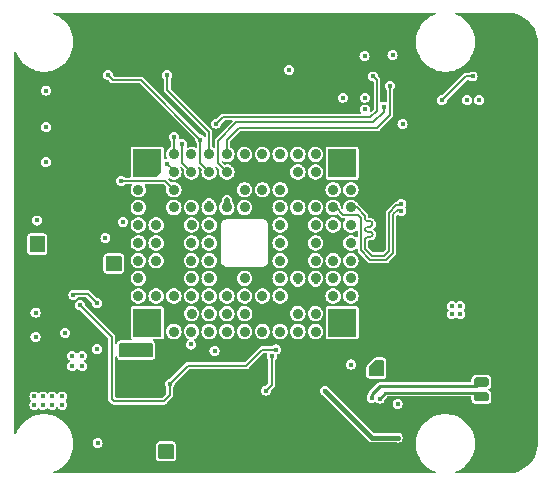
<source format=gbr>
G04 #@! TF.GenerationSoftware,KiCad,Pcbnew,8.0.4*
G04 #@! TF.CreationDate,2024-09-15T19:08:50-07:00*
G04 #@! TF.ProjectId,IMX585_MIPI_Breakout_v3,494d5835-3835-45f4-9d49-50495f427265,rev?*
G04 #@! TF.SameCoordinates,Original*
G04 #@! TF.FileFunction,Copper,L4,Bot*
G04 #@! TF.FilePolarity,Positive*
%FSLAX46Y46*%
G04 Gerber Fmt 4.6, Leading zero omitted, Abs format (unit mm)*
G04 Created by KiCad (PCBNEW 8.0.4) date 2024-09-15 19:08:50*
%MOMM*%
%LPD*%
G01*
G04 APERTURE LIST*
G04 #@! TA.AperFunction,SMDPad,CuDef*
%ADD10C,0.900000*%
G04 #@! TD*
G04 #@! TA.AperFunction,SMDPad,CuDef*
%ADD11R,2.400000X2.400000*%
G04 #@! TD*
G04 #@! TA.AperFunction,ViaPad*
%ADD12C,0.450000*%
G04 #@! TD*
G04 #@! TA.AperFunction,Conductor*
%ADD13C,0.500000*%
G04 #@! TD*
G04 #@! TA.AperFunction,Conductor*
%ADD14C,0.400000*%
G04 #@! TD*
G04 #@! TA.AperFunction,Conductor*
%ADD15C,0.200000*%
G04 #@! TD*
G04 #@! TA.AperFunction,Conductor*
%ADD16C,0.150000*%
G04 #@! TD*
G04 #@! TA.AperFunction,Conductor*
%ADD17C,0.250000*%
G04 #@! TD*
G04 APERTURE END LIST*
G04 #@! TO.P,J6,1,Pin_1*
G04 #@! TO.N,Net-(J6-Pad1)*
G04 #@! TA.AperFunction,SMDPad,CuDef*
G36*
G01*
X163200000Y-116275000D02*
X164100000Y-116275000D01*
G75*
G02*
X164300000Y-116475000I0J-200000D01*
G01*
X164300000Y-116875000D01*
G75*
G02*
X164100000Y-117075000I-200000J0D01*
G01*
X163200000Y-117075000D01*
G75*
G02*
X163000000Y-116875000I0J200000D01*
G01*
X163000000Y-116475000D01*
G75*
G02*
X163200000Y-116275000I200000J0D01*
G01*
G37*
G04 #@! TD.AperFunction*
G04 #@! TO.P,J6,2,Pin_2*
G04 #@! TO.N,Net-(J6-Pad2)*
G04 #@! TA.AperFunction,SMDPad,CuDef*
G36*
G01*
X163200000Y-117525000D02*
X164100000Y-117525000D01*
G75*
G02*
X164300000Y-117725000I0J-200000D01*
G01*
X164300000Y-118125000D01*
G75*
G02*
X164100000Y-118325000I-200000J0D01*
G01*
X163200000Y-118325000D01*
G75*
G02*
X163000000Y-118125000I0J200000D01*
G01*
X163000000Y-117725000D01*
G75*
G02*
X163200000Y-117525000I200000J0D01*
G01*
G37*
G04 #@! TD.AperFunction*
G04 #@! TO.P,J6,MP,Shield*
G04 #@! TO.N,GND*
G04 #@! TA.AperFunction,SMDPad,CuDef*
G36*
G01*
X165150001Y-113075000D02*
X167649999Y-113075000D01*
G75*
G02*
X167900000Y-113325001I0J-250001D01*
G01*
X167900000Y-114924999D01*
G75*
G02*
X167649999Y-115175000I-250001J0D01*
G01*
X165150001Y-115175000D01*
G75*
G02*
X164900000Y-114924999I0J250001D01*
G01*
X164900000Y-113325001D01*
G75*
G02*
X165150001Y-113075000I250001J0D01*
G01*
G37*
G04 #@! TD.AperFunction*
G04 #@! TA.AperFunction,SMDPad,CuDef*
G36*
G01*
X165150001Y-119425000D02*
X167649999Y-119425000D01*
G75*
G02*
X167900000Y-119675001I0J-250001D01*
G01*
X167900000Y-121274999D01*
G75*
G02*
X167649999Y-121525000I-250001J0D01*
G01*
X165150001Y-121525000D01*
G75*
G02*
X164900000Y-121274999I0J250001D01*
G01*
X164900000Y-119675001D01*
G75*
G02*
X165150001Y-119425000I250001J0D01*
G01*
G37*
G04 #@! TD.AperFunction*
G04 #@! TD*
D10*
G04 #@! TO.P,U4,A3,VDDMIO*
G04 #@! TO.N,+1V8*
X134600000Y-100400000D03*
G04 #@! TO.P,U4,A4,VDDLSC*
G04 #@! TO.N,+1V1*
X134600000Y-101900000D03*
G04 #@! TO.P,U4,A5,TVMON2*
G04 #@! TO.N,unconnected-(U4-PadA5)*
X134600637Y-103387082D03*
G04 #@! TO.P,U4,A6,TVMON1*
G04 #@! TO.N,unconnected-(U4-PadA6)*
X134600000Y-104900000D03*
G04 #@! TO.P,U4,A7,VLOADLM*
G04 #@! TO.N,Net-(C31-Pad2)*
X134600000Y-106400000D03*
G04 #@! TO.P,U4,A8,VDDLSC*
G04 #@! TO.N,+1V1*
X134600000Y-107900000D03*
G04 #@! TO.P,U4,A9,VDDMIO*
G04 #@! TO.N,+1V8*
X134600000Y-109400000D03*
G04 #@! TO.P,U4,B3,VSSLSC1*
G04 #@! TO.N,GND*
X136100000Y-100400000D03*
G04 #@! TO.P,U4,B4,VSSLSC2*
X136100000Y-101900000D03*
G04 #@! TO.P,U4,B5*
G04 #@! TO.N,N/C*
X136100637Y-103387082D03*
G04 #@! TO.P,U4,B6,VDDSUB*
G04 #@! TO.N,+3.3VA*
X136100000Y-104900000D03*
G04 #@! TO.P,U4,B7*
G04 #@! TO.N,N/C*
X136100000Y-106400000D03*
G04 #@! TO.P,U4,B8,VSSLSC3*
G04 #@! TO.N,GND*
X136100000Y-107900000D03*
G04 #@! TO.P,U4,B9*
G04 #@! TO.N,N/C*
X136100000Y-109400000D03*
G04 #@! TO.P,U4,C1,SLAMODE0*
G04 #@! TO.N,ADDR0*
X137600000Y-97400000D03*
G04 #@! TO.P,U4,C2,XCLR*
G04 #@! TO.N,RST_1V8*
X137600000Y-98900000D03*
G04 #@! TO.P,U4,C3,XMASTER*
G04 #@! TO.N,XMASTER*
X137600000Y-100400000D03*
G04 #@! TO.P,U4,C4*
G04 #@! TO.N,N/C*
X137600000Y-101900000D03*
G04 #@! TO.P,U4,C5,VSSHPX4*
G04 #@! TO.N,GND*
X137600637Y-103387082D03*
G04 #@! TO.P,U4,C6,VSSHCP5*
X137600000Y-104900000D03*
G04 #@! TO.P,U4,C7,VSSHDA6*
X137600000Y-106400000D03*
G04 #@! TO.P,U4,C8,VSSHPX7*
X137600000Y-107900000D03*
G04 #@! TO.P,U4,C9*
G04 #@! TO.N,N/C*
X137600000Y-109400000D03*
G04 #@! TO.P,U4,C10,VSSLCN8*
G04 #@! TO.N,GND*
X137600637Y-110887082D03*
G04 #@! TO.P,U4,C11,VDDLCN*
G04 #@! TO.N,+1V1*
X137600000Y-112400000D03*
G04 #@! TO.P,U4,D1,TENABLE*
G04 #@! TO.N,unconnected-(U4-PadD1)*
X139100000Y-97400000D03*
G04 #@! TO.P,U4,D2,SLAMODE1*
G04 #@! TO.N,ADDR1*
X139100000Y-98900000D03*
G04 #@! TO.P,U4,D3,VSSHPX9*
G04 #@! TO.N,GND*
X139100000Y-100400000D03*
G04 #@! TO.P,U4,D4,VDDHPX*
G04 #@! TO.N,+3.3VA*
X139100000Y-101900000D03*
G04 #@! TO.P,U4,D5,VRHT*
G04 #@! TO.N,Net-(C33-Pad2)*
X139100637Y-103387082D03*
G04 #@! TO.P,U4,D6,VDDHCP*
G04 #@! TO.N,+3.3VA*
X139100000Y-104900000D03*
G04 #@! TO.P,U4,D7,VDDHDA*
X139100000Y-106400000D03*
G04 #@! TO.P,U4,D8,VDDHCM*
X139100000Y-107900000D03*
G04 #@! TO.P,U4,D9*
G04 #@! TO.N,N/C*
X139100000Y-109400000D03*
G04 #@! TO.P,U4,D10*
X139100637Y-110887082D03*
G04 #@! TO.P,U4,D11*
X139100000Y-112400000D03*
G04 #@! TO.P,U4,E1,XHS*
G04 #@! TO.N,XHS*
X140600000Y-97400000D03*
G04 #@! TO.P,U4,E2,XVS*
G04 #@! TO.N,XVS*
X140600000Y-98900000D03*
G04 #@! TO.P,U4,E3,VSSHPX10*
G04 #@! TO.N,GND*
X140600000Y-100400000D03*
G04 #@! TO.P,U4,E4,VRLFR*
G04 #@! TO.N,Net-(C35-Pad2)*
X140600000Y-101900000D03*
G04 #@! TO.P,U4,E5*
G04 #@! TO.N,N/C*
X140600637Y-103387082D03*
G04 #@! TO.P,U4,E6*
X140600000Y-104900000D03*
G04 #@! TO.P,U4,E7*
X140600000Y-106400000D03*
G04 #@! TO.P,U4,E8,VDDHPX*
G04 #@! TO.N,+3.3VA*
X140600000Y-107900000D03*
G04 #@! TO.P,U4,E9*
G04 #@! TO.N,N/C*
X140600000Y-109400000D03*
G04 #@! TO.P,U4,E10,TOUT4*
G04 #@! TO.N,unconnected-(U4-PadE10)*
X140600637Y-110887082D03*
G04 #@! TO.P,U4,E11,TOUT5*
G04 #@! TO.N,unconnected-(U4-PadE11)*
X140600000Y-112400000D03*
G04 #@! TO.P,U4,F1,SDA*
G04 #@! TO.N,SDA_1V8*
X142100000Y-97400000D03*
G04 #@! TO.P,U4,F2,SCL*
G04 #@! TO.N,SCL_1V8*
X142100000Y-98900000D03*
G04 #@! TO.P,U4,F3,VSSHPX11*
G04 #@! TO.N,GND*
X142100000Y-100400000D03*
G04 #@! TO.P,U4,F4,VRLST*
G04 #@! TO.N,Net-(C34-Pad2)*
X142100000Y-101900000D03*
G04 #@! TO.P,U4,F8,VSSHPX12*
G04 #@! TO.N,GND*
X142100000Y-107900000D03*
G04 #@! TO.P,U4,F9*
G04 #@! TO.N,N/C*
X142100000Y-109400000D03*
G04 #@! TO.P,U4,F10,TOUT2*
G04 #@! TO.N,unconnected-(U4-PadF10)*
X142100637Y-110887082D03*
G04 #@! TO.P,U4,F11,TOUT3*
G04 #@! TO.N,unconnected-(U4-PadF11)*
X142100000Y-112400000D03*
G04 #@! TO.P,U4,G1,INCK*
G04 #@! TO.N,CLOCK*
X143600000Y-97400000D03*
G04 #@! TO.P,U4,G2,VSSLPL213*
G04 #@! TO.N,GND*
X143600000Y-98900000D03*
G04 #@! TO.P,U4,G3*
G04 #@! TO.N,N/C*
X143600000Y-100400000D03*
G04 #@! TO.P,U4,G4*
X143600000Y-101900000D03*
G04 #@! TO.P,U4,G8*
X143600000Y-107900000D03*
G04 #@! TO.P,U4,G9*
X143600000Y-109400000D03*
G04 #@! TO.P,U4,G10,TOUT0*
G04 #@! TO.N,unconnected-(U4-PadG10)*
X143600637Y-110887082D03*
G04 #@! TO.P,U4,G11,TOUT1*
G04 #@! TO.N,unconnected-(U4-PadG11)*
X143600000Y-112400000D03*
G04 #@! TO.P,U4,H1,VDDMIO*
G04 #@! TO.N,+1V8*
X145100000Y-97400000D03*
G04 #@! TO.P,U4,H2,VSSLSC14*
G04 #@! TO.N,GND*
X145100000Y-98900000D03*
G04 #@! TO.P,U4,H3*
G04 #@! TO.N,N/C*
X145100000Y-100400000D03*
G04 #@! TO.P,U4,H4,VSSHPX15*
G04 #@! TO.N,GND*
X145100000Y-101900000D03*
G04 #@! TO.P,U4,H8,VSSHPX16*
X145100000Y-107900000D03*
G04 #@! TO.P,U4,H9*
G04 #@! TO.N,N/C*
X145100000Y-109400000D03*
G04 #@! TO.P,U4,H10,VSSLCN17*
G04 #@! TO.N,GND*
X145100637Y-110887082D03*
G04 #@! TO.P,U4,H11,VDDLCN*
G04 #@! TO.N,+1V1*
X145100000Y-112400000D03*
G04 #@! TO.P,U4,J1,VDDLSC*
X146600000Y-97400000D03*
G04 #@! TO.P,U4,J2,VSSLSC18*
G04 #@! TO.N,GND*
X146600000Y-98900000D03*
G04 #@! TO.P,U4,J3*
G04 #@! TO.N,N/C*
X146600000Y-100400000D03*
G04 #@! TO.P,U4,J4,VDDHPX*
G04 #@! TO.N,+3.3VA*
X146600000Y-101900000D03*
G04 #@! TO.P,U4,J5*
G04 #@! TO.N,N/C*
X146600637Y-103387082D03*
G04 #@! TO.P,U4,J6*
X146600000Y-104900000D03*
G04 #@! TO.P,U4,J7*
X146600000Y-106400000D03*
G04 #@! TO.P,U4,J8,VDDHPX*
G04 #@! TO.N,+3.3VA*
X146600000Y-107900000D03*
G04 #@! TO.P,U4,J9*
G04 #@! TO.N,N/C*
X146600000Y-109400000D03*
G04 #@! TO.P,U4,J10,VSSLSC19*
G04 #@! TO.N,GND*
X146600637Y-110887082D03*
G04 #@! TO.P,U4,J11,VDDLSC*
G04 #@! TO.N,+1V1*
X146600000Y-112400000D03*
G04 #@! TO.P,U4,K1,DMO3N*
G04 #@! TO.N,CAM_D2_N*
X148100000Y-97400000D03*
G04 #@! TO.P,U4,K2,DMO3P*
G04 #@! TO.N,CAM_D2_P*
X148100000Y-98900000D03*
G04 #@! TO.P,U4,K3,VSSLSC20*
G04 #@! TO.N,GND*
X148100000Y-100400000D03*
G04 #@! TO.P,U4,K4*
G04 #@! TO.N,N/C*
X148100000Y-101900000D03*
G04 #@! TO.P,U4,K5,VSSLPL121*
G04 #@! TO.N,GND*
X148100637Y-103387082D03*
G04 #@! TO.P,U4,K6,VSSLPL222*
X148100000Y-104900000D03*
G04 #@! TO.P,U4,K7,VSSHPX23*
X148100000Y-106400000D03*
G04 #@! TO.P,U4,K8,VDDHCM*
G04 #@! TO.N,+3.3VA*
X148100000Y-107900000D03*
G04 #@! TO.P,U4,K9,VSSLSC24*
G04 #@! TO.N,GND*
X148100000Y-109400000D03*
G04 #@! TO.P,U4,K10,DMO8P*
G04 #@! TO.N,unconnected-(U4-PadK10)*
X148100637Y-110887082D03*
G04 #@! TO.P,U4,K11,DMO8N*
G04 #@! TO.N,unconnected-(U4-PadK11)*
X148100000Y-112400000D03*
G04 #@! TO.P,U4,L1,DMO1N*
G04 #@! TO.N,CAM_D0_N*
X149600000Y-97400000D03*
G04 #@! TO.P,U4,L2,DMO1P*
G04 #@! TO.N,CAM_D0_P*
X149600000Y-98900000D03*
G04 #@! TO.P,U4,L3,VSSLSC25*
G04 #@! TO.N,GND*
X149600000Y-100400000D03*
G04 #@! TO.P,U4,L4*
G04 #@! TO.N,N/C*
X149600000Y-101900000D03*
G04 #@! TO.P,U4,L5,VDDLPL1*
G04 #@! TO.N,+1V1*
X149600637Y-103387082D03*
G04 #@! TO.P,U4,L6,VDDLPL2*
X149600000Y-104900000D03*
G04 #@! TO.P,U4,L7,VDDLIF*
X149600000Y-106400000D03*
G04 #@! TO.P,U4,L8,VDDMIF*
G04 #@! TO.N,+1V8*
X149600000Y-107900000D03*
G04 #@! TO.P,U4,L9,VSSLSC26*
G04 #@! TO.N,GND*
X149600000Y-109400000D03*
G04 #@! TO.P,U4,L10,DMO6P*
G04 #@! TO.N,unconnected-(U4-PadL10)*
X149600637Y-110887082D03*
G04 #@! TO.P,U4,L11,DMO6N*
G04 #@! TO.N,unconnected-(U4-PadL11)*
X149600000Y-112400000D03*
G04 #@! TO.P,U4,M3,DCK1P*
G04 #@! TO.N,CAM_CLK_P*
X151100000Y-100400000D03*
G04 #@! TO.P,U4,M4,DMO2P*
G04 #@! TO.N,CAM_D1_P*
X151100000Y-101900000D03*
G04 #@! TO.P,U4,M5,DMO4P*
G04 #@! TO.N,CAM_D3_P*
X151100637Y-103387082D03*
G04 #@! TO.P,U4,M6,VSSLSC27*
G04 #@! TO.N,GND*
X151100000Y-104900000D03*
G04 #@! TO.P,U4,M7,DMO7P*
G04 #@! TO.N,unconnected-(U4-PadM7)*
X151100000Y-106400000D03*
G04 #@! TO.P,U4,M8,DMO5P*
G04 #@! TO.N,unconnected-(U4-PadM8)*
X151100000Y-107900000D03*
G04 #@! TO.P,U4,M9,DCK2P*
G04 #@! TO.N,unconnected-(U4-PadM9)*
X151100000Y-109400000D03*
G04 #@! TO.P,U4,N3,DCK1N*
G04 #@! TO.N,CAM_CLK_N*
X152600000Y-100400000D03*
G04 #@! TO.P,U4,N4,DMO2N*
G04 #@! TO.N,CAM_D1_N*
X152600000Y-101900000D03*
G04 #@! TO.P,U4,N5,DMO4N*
G04 #@! TO.N,CAM_D3_N*
X152600637Y-103387082D03*
G04 #@! TO.P,U4,N6,VDDLSC*
G04 #@! TO.N,+1V1*
X152600000Y-104900000D03*
G04 #@! TO.P,U4,N7,DMO7N*
G04 #@! TO.N,unconnected-(U4-PadN7)*
X152600000Y-106400000D03*
G04 #@! TO.P,U4,N8,DMO5N*
G04 #@! TO.N,unconnected-(U4-PadN8)*
X152600000Y-107900000D03*
G04 #@! TO.P,U4,N9,DCK2N*
G04 #@! TO.N,unconnected-(U4-PadN9)*
X152600000Y-109400000D03*
G04 #@! TA.AperFunction,SMDPad,CuDef*
G04 #@! TO.P,U4,NC*
G04 #@! TO.N,N/C*
G36*
X136550000Y-98870000D02*
G01*
X136070000Y-99350000D01*
X134150000Y-99350000D01*
X134150000Y-96950000D01*
X136550000Y-96950000D01*
X136550000Y-98870000D01*
G37*
G04 #@! TD.AperFunction*
D11*
X135350000Y-111650000D03*
X151850000Y-98150000D03*
X151850000Y-111650000D03*
G04 #@! TD*
D12*
G04 #@! TO.N,GND*
X136500000Y-114550000D03*
X126950000Y-110050000D03*
X137300000Y-121300000D03*
X145100000Y-88700000D03*
X154200000Y-96500000D03*
X135575000Y-87805000D03*
X165550000Y-122400000D03*
X124800000Y-119400000D03*
X137600000Y-107900000D03*
X142850000Y-111400000D03*
X158000000Y-112400000D03*
X129775000Y-93965000D03*
X127600000Y-117100000D03*
X153600000Y-109175000D03*
X143600000Y-98900000D03*
X129500000Y-105400000D03*
X162600000Y-107150000D03*
X145100000Y-107900000D03*
X128800000Y-86000000D03*
X127400000Y-105400000D03*
X137600000Y-104900000D03*
X162450000Y-93800000D03*
X151850000Y-103000000D03*
X148100000Y-104900000D03*
X125650000Y-116250000D03*
X152807500Y-92900000D03*
X162800000Y-112700000D03*
X155800000Y-109200000D03*
X160200000Y-112400000D03*
X136300000Y-116400000D03*
X157300000Y-112400000D03*
X144300000Y-98200000D03*
X164900000Y-89800000D03*
X129400000Y-108400000D03*
X124600000Y-95100000D03*
X129500000Y-104700000D03*
X166825000Y-89500000D03*
X127400000Y-112490000D03*
X160200000Y-114500000D03*
X153500000Y-99500000D03*
X128100000Y-105400000D03*
X139660000Y-119100000D03*
X163750000Y-121650000D03*
X129500000Y-103300000D03*
X150500000Y-118700000D03*
X124600000Y-90000000D03*
X127450000Y-110800000D03*
X131500000Y-108400000D03*
X131800000Y-113100000D03*
X128000000Y-119500000D03*
X128100000Y-104000000D03*
X157000000Y-92000000D03*
X156450000Y-101050000D03*
X157900000Y-102650000D03*
X130100000Y-108400000D03*
X156800000Y-108300000D03*
X142800000Y-96500000D03*
X167000000Y-122400000D03*
X127600000Y-116250000D03*
X136800000Y-107750000D03*
X130300000Y-104490000D03*
X152807500Y-92100000D03*
X144350000Y-96550000D03*
X145085000Y-87855000D03*
X163750000Y-120250000D03*
X132900000Y-109300000D03*
X132200000Y-107900000D03*
X136550000Y-101900000D03*
X163500000Y-93800000D03*
X146600000Y-110900000D03*
X159400000Y-112400000D03*
X149100000Y-98150000D03*
X124600000Y-103400000D03*
X156700000Y-99200000D03*
X145100000Y-98900000D03*
X142100000Y-88700000D03*
X137300000Y-115400000D03*
X128800000Y-104000000D03*
X136400000Y-107250000D03*
X156050000Y-119900000D03*
X130550000Y-87850000D03*
X159300000Y-118200000D03*
X133600000Y-107900000D03*
X155900000Y-113500000D03*
X145700000Y-90700000D03*
X167900000Y-97100000D03*
X145050000Y-91500000D03*
X124600000Y-116800000D03*
X148400000Y-118700000D03*
X140600000Y-100400000D03*
X136500000Y-115400000D03*
X135550000Y-88600000D03*
X135550000Y-87000000D03*
X162600000Y-104150000D03*
X167000000Y-121300000D03*
X159300000Y-116400000D03*
X156550000Y-120420000D03*
X137300000Y-120500000D03*
X137300000Y-114550000D03*
X152100000Y-120750000D03*
X158200000Y-123800000D03*
X142100000Y-100400000D03*
X162600000Y-123900000D03*
X130400000Y-113100000D03*
X132200000Y-109300000D03*
X166150000Y-120150000D03*
X166800000Y-91600000D03*
X131500000Y-107800000D03*
X146600000Y-98900000D03*
X127400000Y-104700000D03*
X162600000Y-108550000D03*
X124600000Y-100700000D03*
X139100000Y-100400000D03*
X157255662Y-86500000D03*
X137600000Y-110900000D03*
X148100000Y-109400000D03*
X129700000Y-106100000D03*
X157950000Y-94850000D03*
X161600000Y-112400000D03*
X128700000Y-106400000D03*
X145050000Y-87000000D03*
X135900000Y-100150000D03*
X160200000Y-113100000D03*
X150587500Y-90000000D03*
X155900000Y-114300000D03*
X162600000Y-102650000D03*
X124600000Y-106600000D03*
X142850000Y-98200000D03*
X145850000Y-101100000D03*
X154487500Y-90000000D03*
X148100000Y-106400000D03*
X165550000Y-116000000D03*
X157900000Y-118200000D03*
X158700000Y-112400000D03*
X138525000Y-87805000D03*
X130800000Y-100000000D03*
X150400000Y-102650000D03*
X136500000Y-120500000D03*
X133550000Y-87800000D03*
X130550000Y-86950000D03*
X124600000Y-112700000D03*
X158700000Y-99300000D03*
X155900000Y-115900000D03*
X144400000Y-110150000D03*
X147350000Y-96400000D03*
X135850000Y-102350000D03*
X128800000Y-105400000D03*
X135800000Y-90700000D03*
X150955000Y-92600000D03*
X150450000Y-104200000D03*
X129000000Y-120500000D03*
X136300000Y-117200000D03*
X158600000Y-116400000D03*
X166800000Y-95100000D03*
X130800000Y-107800000D03*
X155950000Y-122350000D03*
X157900000Y-116400000D03*
X142850000Y-110150000D03*
X128700000Y-108400000D03*
X128700000Y-107100000D03*
X128100000Y-104700000D03*
X133200000Y-90500000D03*
X128800000Y-103300000D03*
X129400000Y-107800000D03*
X167000000Y-114900000D03*
X140700000Y-94100000D03*
X164000000Y-112600000D03*
X124600000Y-98000000D03*
X124600000Y-92200000D03*
X165450000Y-112600000D03*
X128800000Y-104700000D03*
X157900000Y-101150000D03*
X154000000Y-119700000D03*
X163800000Y-115250000D03*
X139100000Y-96400000D03*
X126550000Y-116250000D03*
X160900000Y-112400000D03*
X132050000Y-91800000D03*
X160200000Y-113800000D03*
X132900000Y-108600000D03*
X130800000Y-108400000D03*
X160450000Y-99500000D03*
X133000000Y-112000000D03*
X156550000Y-119480000D03*
X150587500Y-90750000D03*
X129775000Y-90965000D03*
X161600000Y-116200000D03*
X128700000Y-107800000D03*
X162600000Y-101150000D03*
X126550000Y-117100000D03*
X138550000Y-88600000D03*
X159700000Y-107400000D03*
X146420000Y-90250000D03*
X155900000Y-115100000D03*
X128100000Y-103300000D03*
X133550000Y-86950000D03*
X158600000Y-118200000D03*
X150250000Y-99800000D03*
X154700000Y-119700000D03*
X133600000Y-108600000D03*
X159400000Y-90400000D03*
X145100000Y-110900000D03*
X132900000Y-107900000D03*
X142100000Y-107900000D03*
X132400000Y-112000000D03*
X165549568Y-114890809D03*
X155500000Y-97800000D03*
X137600000Y-106400000D03*
X129500000Y-104000000D03*
X155400000Y-119700000D03*
X162600000Y-99550000D03*
X125650000Y-117100000D03*
X137600637Y-103387082D03*
X147600000Y-98150000D03*
X150250000Y-96400000D03*
X157700000Y-107400000D03*
X131100000Y-113100000D03*
X141200000Y-95600000D03*
X142135000Y-87855000D03*
X167900000Y-110100000D03*
X152080000Y-117400000D03*
X132200000Y-108600000D03*
X163750000Y-113800000D03*
X158700000Y-107400000D03*
X136500000Y-121300000D03*
X151100000Y-104900000D03*
X165549568Y-121290809D03*
X133550000Y-88650000D03*
X126850000Y-109100000D03*
X130900000Y-90500000D03*
X156400000Y-112750000D03*
X166150000Y-113750000D03*
X149600000Y-109400000D03*
X157080000Y-89000000D03*
X152807500Y-93600000D03*
X130100000Y-107800000D03*
X148100637Y-103387082D03*
X160350000Y-108550000D03*
X129500000Y-123700000D03*
X129775000Y-96965000D03*
X124600000Y-109300000D03*
X138550000Y-87000000D03*
X138300000Y-90700000D03*
X128800000Y-89900000D03*
X142050000Y-87000000D03*
X149100000Y-87000000D03*
X127450000Y-115300000D03*
X130550000Y-88650000D03*
X162600000Y-105650000D03*
X167000000Y-116000000D03*
X162500000Y-116200000D03*
X149462500Y-118725000D03*
X162900000Y-89800000D03*
G04 #@! TO.N,+1V1*
X135500000Y-114250000D03*
X134400000Y-114300000D03*
X149600000Y-103400000D03*
X149600000Y-104900000D03*
X133800000Y-114000000D03*
X134600000Y-101900000D03*
X137600000Y-112400000D03*
X152600000Y-104900000D03*
X133250000Y-114300000D03*
X146600000Y-97400000D03*
X145100000Y-112400000D03*
X134400000Y-113650000D03*
X149600000Y-106400000D03*
X146600000Y-112400000D03*
X133250000Y-113700000D03*
X135500000Y-113650000D03*
X135000000Y-114000000D03*
X134600000Y-107900000D03*
X139050000Y-113500000D03*
G04 #@! TO.N,+3.3VA*
X132900000Y-107000000D03*
X139100000Y-106400000D03*
X132900000Y-106300000D03*
X132200000Y-106300000D03*
X139100000Y-107900000D03*
X139100000Y-104900000D03*
X132200000Y-107000000D03*
X146650000Y-101900000D03*
X136100000Y-104900000D03*
X140600000Y-107900000D03*
X131810000Y-104490000D03*
X133300000Y-103100000D03*
X139100000Y-101900000D03*
X148100000Y-108200000D03*
X146600000Y-107900000D03*
G04 #@! TO.N,+1V8*
X134620000Y-109400000D03*
X134600000Y-100400000D03*
X153750000Y-89100000D03*
X151915000Y-92600000D03*
X125700000Y-105400000D03*
X126800000Y-92000000D03*
X125700000Y-104600000D03*
X153767500Y-92600000D03*
X126775000Y-98045000D03*
X126800000Y-95100000D03*
X145100000Y-97400000D03*
X156120000Y-89000000D03*
X126400000Y-105400000D03*
X126000000Y-103000000D03*
X147380000Y-90250000D03*
X126400000Y-104600000D03*
X153767500Y-93600000D03*
X149600000Y-108200000D03*
G04 #@! TO.N,Net-(C31-Pad2)*
X134600000Y-106200000D03*
G04 #@! TO.N,Net-(C33-Pad2)*
X139100000Y-103150000D03*
G04 #@! TO.N,Net-(C34-Pad2)*
X142100000Y-101250000D03*
G04 #@! TO.N,Net-(C35-Pad2)*
X140600000Y-101500000D03*
G04 #@! TO.N,+3V3*
X141050000Y-114050000D03*
X156970000Y-94850000D03*
X156550000Y-121380000D03*
X161850000Y-110950000D03*
X162450000Y-92800000D03*
X163450000Y-92800000D03*
X161850000Y-110250000D03*
X161150000Y-110950000D03*
X161150000Y-110250000D03*
X150425000Y-117425000D03*
X152600000Y-115200000D03*
G04 #@! TO.N,SCL_3V3*
X160300000Y-92800000D03*
X145900000Y-114500000D03*
X145400000Y-117400000D03*
X162900000Y-90800000D03*
G04 #@! TO.N,CAM_EN*
X146250000Y-113925000D03*
X137250000Y-116812500D03*
X129640695Y-110159304D03*
G04 #@! TO.N,ADDR1*
X138325000Y-96500000D03*
G04 #@! TO.N,ADDR0*
X137600000Y-95900000D03*
G04 #@! TO.N,XMASTER*
X133150000Y-99650000D03*
G04 #@! TO.N,SCL_1V8*
X155378400Y-93371600D03*
G04 #@! TO.N,SDA_1V8*
X155900000Y-91600000D03*
G04 #@! TO.N,CLOCK*
X143600000Y-97400000D03*
G04 #@! TO.N,RST_1V8*
X137050000Y-98200000D03*
G04 #@! TO.N,XHS*
X137050000Y-90700000D03*
G04 #@! TO.N,XVS*
X139850000Y-96150000D03*
X141200000Y-94800000D03*
X132050000Y-90700000D03*
X154487500Y-90800000D03*
G04 #@! TO.N,CAM_D2_N*
X148100000Y-97400000D03*
G04 #@! TO.N,CAM_D2_P*
X148100000Y-98900000D03*
G04 #@! TO.N,CAM_D0_N*
X149600000Y-97400000D03*
G04 #@! TO.N,CAM_D0_P*
X149600000Y-98900000D03*
G04 #@! TO.N,CAM_CLK_P*
X151100000Y-100400000D03*
G04 #@! TO.N,CAM_D1_P*
X156871837Y-102225000D03*
G04 #@! TO.N,CAM_D3_P*
X151100637Y-103387082D03*
G04 #@! TO.N,CAM_CLK_N*
X152600000Y-100400000D03*
G04 #@! TO.N,CAM_D1_N*
X156871837Y-101575000D03*
G04 #@! TO.N,CAM_D3_N*
X152600637Y-103387082D03*
G04 #@! TO.N,+5V*
X155100000Y-115900000D03*
X154400000Y-115900000D03*
X137300000Y-122950000D03*
X126500000Y-118600000D03*
X125800000Y-117900000D03*
X137300000Y-122200000D03*
X136600000Y-122950000D03*
X127300000Y-118600000D03*
X156550000Y-118520000D03*
X136600000Y-122200000D03*
X125800000Y-118600000D03*
X128150000Y-118600000D03*
X127300000Y-117900000D03*
X126500000Y-117900000D03*
X131150000Y-121850000D03*
X128150000Y-117900000D03*
X155100000Y-115100000D03*
G04 #@! TO.N,Net-(J6-Pad2)*
X155025000Y-118075000D03*
G04 #@! TO.N,Net-(J6-Pad1)*
X154350000Y-118050000D03*
G04 #@! TO.N,Net-(C12-Pad2)*
X125900000Y-112850000D03*
X129000000Y-114450000D03*
X129000000Y-115350000D03*
X131100000Y-113900000D03*
X125900000Y-110800000D03*
X129850000Y-114450000D03*
X129850000Y-115350000D03*
X128400000Y-112500000D03*
G04 #@! TO.N,Net-(C13-Pad3)*
X129100000Y-109312500D03*
X131100000Y-110000000D03*
G04 #@! TD*
D13*
G04 #@! TO.N,Net-(C34-Pad2)*
X142100000Y-101250000D02*
X142100000Y-101900000D01*
D14*
G04 #@! TO.N,+3V3*
X150425000Y-117425000D02*
X154380000Y-121380000D01*
X154380000Y-121380000D02*
X156550000Y-121380000D01*
D15*
G04 #@! TO.N,SCL_3V3*
X162300000Y-90800000D02*
X162900000Y-90800000D01*
X145400000Y-117400000D02*
X145900000Y-116900000D01*
X160300000Y-92800000D02*
X162300000Y-90800000D01*
X145900000Y-116900000D02*
X145900000Y-114500000D01*
G04 #@! TO.N,CAM_EN*
X129659304Y-110159304D02*
X132350000Y-112850000D01*
X145075000Y-113925000D02*
X143700000Y-115300000D01*
X146250000Y-113925000D02*
X145075000Y-113925000D01*
X132350000Y-118100000D02*
X132550000Y-118300000D01*
X143700000Y-115300000D02*
X138762500Y-115300000D01*
X132550000Y-118300000D02*
X136750000Y-118300000D01*
X136750000Y-118300000D02*
X137250000Y-117800000D01*
X138762500Y-115300000D02*
X137250000Y-116812500D01*
X129640695Y-110159304D02*
X129659304Y-110159304D01*
X132350000Y-112850000D02*
X132350000Y-118100000D01*
X137250000Y-117800000D02*
X137250000Y-116812500D01*
D16*
G04 #@! TO.N,ADDR1*
X138325000Y-96500000D02*
X138325000Y-98125000D01*
X138325000Y-98125000D02*
X139100000Y-98900000D01*
G04 #@! TO.N,ADDR0*
X137600000Y-97400000D02*
X137600000Y-95900000D01*
G04 #@! TO.N,XMASTER*
X133150000Y-99650000D02*
X136850000Y-99650000D01*
X136850000Y-99650000D02*
X137600000Y-100400000D01*
G04 #@! TO.N,SCL_1V8*
X155378400Y-93821600D02*
X154500000Y-94700000D01*
X141350000Y-98150000D02*
X142100000Y-98900000D01*
X142900000Y-94700000D02*
X141350000Y-96250000D01*
X141350000Y-96250000D02*
X141350000Y-98150000D01*
X154500000Y-94700000D02*
X142900000Y-94700000D01*
X155378400Y-93371600D02*
X155378400Y-93821600D01*
G04 #@! TO.N,SDA_1V8*
X154800000Y-95150000D02*
X143150000Y-95150000D01*
X142100000Y-96200000D02*
X142100000Y-97400000D01*
X155900000Y-94050000D02*
X154800000Y-95150000D01*
X155900000Y-91600000D02*
X155900000Y-94050000D01*
X143150000Y-95150000D02*
X142100000Y-96200000D01*
G04 #@! TO.N,RST_1V8*
X137600000Y-98750000D02*
X137600000Y-98900000D01*
X137050000Y-98200000D02*
X137600000Y-98750000D01*
G04 #@! TO.N,XHS*
X137050000Y-90700000D02*
X137050000Y-91950000D01*
X140600000Y-95500000D02*
X140600000Y-97400000D01*
X137050000Y-91950000D02*
X140600000Y-95500000D01*
G04 #@! TO.N,XVS*
X132050000Y-90700000D02*
X132450000Y-91100000D01*
X141750000Y-94250000D02*
X154250000Y-94250000D01*
X154250000Y-94250000D02*
X154800000Y-93700000D01*
X132450000Y-91100000D02*
X134800000Y-91100000D01*
X154800000Y-91112500D02*
X154487500Y-90800000D01*
X141200000Y-94800000D02*
X141750000Y-94250000D01*
X139850000Y-96150000D02*
X139850000Y-98150000D01*
X139850000Y-98150000D02*
X140600000Y-98900000D01*
X134800000Y-91100000D02*
X139850000Y-96150000D01*
X154800000Y-93700000D02*
X154800000Y-91112500D01*
G04 #@! TO.N,CAM_D1_P*
X156175000Y-105722488D02*
X155572488Y-106325000D01*
X151300000Y-101900000D02*
X151100000Y-101900000D01*
X156721837Y-102075000D02*
X156572488Y-102075000D01*
X151952000Y-102552000D02*
X151300000Y-101900000D01*
X156871837Y-102225000D02*
X156721837Y-102075000D01*
X153435827Y-105533315D02*
X153435827Y-102785827D01*
X155572488Y-106325000D02*
X154227512Y-106325000D01*
X153435827Y-102785827D02*
X153202000Y-102552000D01*
X156175000Y-102472488D02*
X156175000Y-105722488D01*
X153202000Y-102552000D02*
X151952000Y-102552000D01*
X154227512Y-106325000D02*
X153435827Y-105533315D01*
X156572488Y-102075000D02*
X156175000Y-102472488D01*
G04 #@! TO.N,CAM_D1_N*
X154010827Y-103060827D02*
X154205067Y-103060827D01*
X154205067Y-104410827D02*
X154010827Y-104410827D01*
X155825000Y-102327512D02*
X156427512Y-101725000D01*
X155427512Y-105975000D02*
X155825000Y-105577512D01*
X156427512Y-101725000D02*
X156721837Y-101725000D01*
X152600000Y-101900000D02*
X153097488Y-101900000D01*
X153785827Y-105388339D02*
X154372488Y-105975000D01*
X154205067Y-103510827D02*
X154010827Y-103510827D01*
X153097488Y-101900000D02*
X153785827Y-102588339D01*
X155825000Y-105577512D02*
X155825000Y-102327512D01*
X154010827Y-103960827D02*
X154205067Y-103960827D01*
X153785827Y-102588339D02*
X153785827Y-102835827D01*
X156721837Y-101725000D02*
X156871837Y-101575000D01*
X153785827Y-104685827D02*
X153785827Y-105388339D01*
X153785827Y-104635827D02*
X153785827Y-104685827D01*
X154372488Y-105975000D02*
X155427512Y-105975000D01*
X154010827Y-104410827D02*
G75*
G03*
X153785827Y-104635827I-27J-224973D01*
G01*
X153785827Y-103735827D02*
G75*
G03*
X154010827Y-103960773I224973J27D01*
G01*
X154205067Y-103060827D02*
G75*
G02*
X154430073Y-103285827I33J-224973D01*
G01*
X154010827Y-103510827D02*
G75*
G03*
X153785827Y-103735827I-27J-224973D01*
G01*
X154430067Y-104185827D02*
G75*
G02*
X154205067Y-104410767I-224967J27D01*
G01*
X154205067Y-103960827D02*
G75*
G02*
X154430073Y-104185827I33J-224973D01*
G01*
X153785827Y-102835827D02*
G75*
G03*
X154010827Y-103060773I224973J27D01*
G01*
X154430067Y-103285827D02*
G75*
G02*
X154205067Y-103510767I-224967J27D01*
G01*
D17*
G04 #@! TO.N,Net-(J6-Pad2)*
X163300000Y-117575000D02*
X163650000Y-117925000D01*
X155025000Y-118075000D02*
X155525000Y-117575000D01*
X155525000Y-117575000D02*
X163300000Y-117575000D01*
G04 #@! TO.N,Net-(J6-Pad1)*
X155025000Y-117025000D02*
X163225000Y-117025000D01*
X154350000Y-118050000D02*
X154350000Y-117700000D01*
X154350000Y-117700000D02*
X155025000Y-117025000D01*
X163225000Y-117025000D02*
X163575000Y-116675000D01*
D15*
G04 #@! TO.N,Net-(C13-Pad3)*
X130300000Y-109200000D02*
X131100000Y-110000000D01*
X129212500Y-109200000D02*
X130300000Y-109200000D01*
X129100000Y-109312500D02*
X129212500Y-109200000D01*
G04 #@! TD*
G04 #@! TA.AperFunction,Conductor*
G04 #@! TO.N,+5V*
G36*
X137542121Y-121920002D02*
G01*
X137588614Y-121973658D01*
X137600000Y-122026000D01*
X137600000Y-123074000D01*
X137579998Y-123142121D01*
X137526342Y-123188614D01*
X137474000Y-123200000D01*
X136426000Y-123200000D01*
X136357879Y-123179998D01*
X136311386Y-123126342D01*
X136300000Y-123074000D01*
X136300000Y-122026000D01*
X136320002Y-121957879D01*
X136373658Y-121911386D01*
X136426000Y-121900000D01*
X137474000Y-121900000D01*
X137542121Y-121920002D01*
G37*
G04 #@! TD.AperFunction*
G04 #@! TD*
G04 #@! TA.AperFunction,Conductor*
G04 #@! TO.N,GND*
G36*
X159790511Y-85421674D02*
G01*
X159812185Y-85474000D01*
X159790511Y-85526326D01*
X159762626Y-85543847D01*
X159641592Y-85586198D01*
X159388559Y-85708052D01*
X159150751Y-85857477D01*
X158931175Y-86032583D01*
X158732583Y-86231175D01*
X158557477Y-86450751D01*
X158408052Y-86688559D01*
X158286198Y-86941592D01*
X158193442Y-87206674D01*
X158193437Y-87206690D01*
X158130945Y-87480486D01*
X158130945Y-87480487D01*
X158130945Y-87480491D01*
X158101643Y-87740560D01*
X158099500Y-87759578D01*
X158099500Y-88040421D01*
X158130945Y-88319512D01*
X158130945Y-88319513D01*
X158193437Y-88593309D01*
X158193442Y-88593325D01*
X158286198Y-88858407D01*
X158408052Y-89111440D01*
X158408054Y-89111444D01*
X158408055Y-89111445D01*
X158557477Y-89349248D01*
X158732584Y-89568825D01*
X158931175Y-89767416D01*
X159150752Y-89942523D01*
X159388555Y-90091945D01*
X159388558Y-90091946D01*
X159388559Y-90091947D01*
X159440321Y-90116874D01*
X159641592Y-90213801D01*
X159906682Y-90306560D01*
X159906687Y-90306561D01*
X159906690Y-90306562D01*
X160180486Y-90369054D01*
X160180487Y-90369054D01*
X160180491Y-90369055D01*
X160459575Y-90400500D01*
X160459579Y-90400500D01*
X160740421Y-90400500D01*
X160740425Y-90400500D01*
X161019509Y-90369055D01*
X161293318Y-90306560D01*
X161558408Y-90213801D01*
X161811445Y-90091945D01*
X162049248Y-89942523D01*
X162268825Y-89767416D01*
X162467416Y-89568825D01*
X162642523Y-89349248D01*
X162791945Y-89111445D01*
X162913801Y-88858408D01*
X163006560Y-88593318D01*
X163069055Y-88319509D01*
X163100500Y-88040425D01*
X163100500Y-87759575D01*
X163069055Y-87480491D01*
X163006560Y-87206682D01*
X162913801Y-86941592D01*
X162791945Y-86688555D01*
X162642523Y-86450752D01*
X162467416Y-86231175D01*
X162268825Y-86032584D01*
X162247313Y-86015429D01*
X162049248Y-85857477D01*
X161811440Y-85708052D01*
X161558407Y-85586198D01*
X161437374Y-85543847D01*
X161395143Y-85506107D01*
X161391968Y-85449559D01*
X161429708Y-85407328D01*
X161461815Y-85400000D01*
X165899402Y-85400000D01*
X165900611Y-85400010D01*
X165903460Y-85400056D01*
X166059448Y-85402606D01*
X166067877Y-85403228D01*
X166383447Y-85444773D01*
X166392920Y-85446657D01*
X166699794Y-85528884D01*
X166708932Y-85531987D01*
X166839809Y-85586198D01*
X167002427Y-85653557D01*
X167011109Y-85657838D01*
X167286221Y-85816674D01*
X167294266Y-85822050D01*
X167546282Y-86015429D01*
X167553560Y-86021811D01*
X167778188Y-86246439D01*
X167784570Y-86253717D01*
X167977949Y-86505733D01*
X167983327Y-86513781D01*
X168142161Y-86788891D01*
X168146442Y-86797572D01*
X168268010Y-87091061D01*
X168271117Y-87100215D01*
X168353338Y-87407062D01*
X168355226Y-87416556D01*
X168396770Y-87732111D01*
X168397393Y-87740560D01*
X168399990Y-87899388D01*
X168400000Y-87900598D01*
X168400000Y-121899401D01*
X168399990Y-121900611D01*
X168397393Y-122059439D01*
X168396770Y-122067888D01*
X168355226Y-122383443D01*
X168353338Y-122392934D01*
X168271119Y-122699780D01*
X168268010Y-122708938D01*
X168146442Y-123002427D01*
X168142161Y-123011108D01*
X167983327Y-123286218D01*
X167977949Y-123294266D01*
X167784570Y-123546282D01*
X167778188Y-123553560D01*
X167553560Y-123778188D01*
X167546282Y-123784570D01*
X167294266Y-123977949D01*
X167286218Y-123983327D01*
X167011108Y-124142161D01*
X167002427Y-124146442D01*
X166708938Y-124268010D01*
X166699780Y-124271119D01*
X166392934Y-124353338D01*
X166383443Y-124355226D01*
X166067888Y-124396770D01*
X166059439Y-124397393D01*
X165900612Y-124399990D01*
X165899402Y-124400000D01*
X161461815Y-124400000D01*
X161409489Y-124378326D01*
X161387815Y-124326000D01*
X161409489Y-124273674D01*
X161437374Y-124256153D01*
X161499821Y-124234301D01*
X161558408Y-124213801D01*
X161811445Y-124091945D01*
X162049248Y-123942523D01*
X162268825Y-123767416D01*
X162467416Y-123568825D01*
X162642523Y-123349248D01*
X162791945Y-123111445D01*
X162913801Y-122858408D01*
X163006560Y-122593318D01*
X163069055Y-122319509D01*
X163100500Y-122040425D01*
X163100500Y-121759575D01*
X163069055Y-121480491D01*
X163006560Y-121206682D01*
X162913801Y-120941592D01*
X162791945Y-120688555D01*
X162642523Y-120450752D01*
X162467416Y-120231175D01*
X162268825Y-120032584D01*
X162049248Y-119857477D01*
X161811445Y-119708055D01*
X161811444Y-119708054D01*
X161811440Y-119708052D01*
X161558407Y-119586198D01*
X161293325Y-119493442D01*
X161293309Y-119493437D01*
X161019513Y-119430945D01*
X160879967Y-119415222D01*
X160740425Y-119399500D01*
X160459575Y-119399500D01*
X160320033Y-119415222D01*
X160180487Y-119430945D01*
X160180486Y-119430945D01*
X159906690Y-119493437D01*
X159906674Y-119493442D01*
X159641592Y-119586198D01*
X159388559Y-119708052D01*
X159150751Y-119857477D01*
X158931175Y-120032583D01*
X158732583Y-120231175D01*
X158557477Y-120450751D01*
X158408052Y-120688559D01*
X158286198Y-120941592D01*
X158193442Y-121206674D01*
X158193437Y-121206690D01*
X158130945Y-121480486D01*
X158130945Y-121480487D01*
X158130945Y-121480491D01*
X158099500Y-121759575D01*
X158099500Y-122040425D01*
X158117314Y-122198528D01*
X158130945Y-122319512D01*
X158130945Y-122319513D01*
X158193437Y-122593309D01*
X158193442Y-122593325D01*
X158286198Y-122858407D01*
X158408052Y-123111440D01*
X158557477Y-123349248D01*
X158720410Y-123553560D01*
X158732584Y-123568825D01*
X158931175Y-123767416D01*
X159150752Y-123942523D01*
X159388555Y-124091945D01*
X159388558Y-124091946D01*
X159388559Y-124091947D01*
X159641592Y-124213801D01*
X159762626Y-124256153D01*
X159804857Y-124293893D01*
X159808032Y-124350441D01*
X159770292Y-124392672D01*
X159738185Y-124400000D01*
X127461815Y-124400000D01*
X127409489Y-124378326D01*
X127387815Y-124326000D01*
X127409489Y-124273674D01*
X127437374Y-124256153D01*
X127499821Y-124234301D01*
X127558408Y-124213801D01*
X127811445Y-124091945D01*
X128049248Y-123942523D01*
X128268825Y-123767416D01*
X128467416Y-123568825D01*
X128642523Y-123349248D01*
X128791945Y-123111445D01*
X128913801Y-122858408D01*
X129006560Y-122593318D01*
X129069055Y-122319509D01*
X129100500Y-122040425D01*
X129100500Y-121850000D01*
X130719196Y-121850000D01*
X130740280Y-121983126D01*
X130762126Y-122026000D01*
X130801472Y-122103220D01*
X130896780Y-122198528D01*
X131016873Y-122259718D01*
X131016873Y-122259719D01*
X131035075Y-122262601D01*
X131150000Y-122280804D01*
X131283126Y-122259719D01*
X131403220Y-122198528D01*
X131498528Y-122103220D01*
X131537876Y-122025995D01*
X136094500Y-122025995D01*
X136094500Y-123074000D01*
X136099196Y-123117680D01*
X136110584Y-123170034D01*
X136113069Y-123180200D01*
X136113072Y-123180208D01*
X136156077Y-123260914D01*
X136156078Y-123260915D01*
X136202559Y-123314558D01*
X136202580Y-123314580D01*
X136220166Y-123332528D01*
X136240536Y-123343922D01*
X136299983Y-123377174D01*
X136368104Y-123397176D01*
X136426000Y-123405500D01*
X136426006Y-123405500D01*
X137474001Y-123405500D01*
X137477865Y-123405084D01*
X137517681Y-123400804D01*
X137570023Y-123389418D01*
X137580203Y-123386930D01*
X137660916Y-123343921D01*
X137714572Y-123297428D01*
X137732527Y-123279835D01*
X137777174Y-123200017D01*
X137797176Y-123131896D01*
X137805500Y-123074000D01*
X137805500Y-122026000D01*
X137805499Y-122025995D01*
X137805044Y-122021758D01*
X137800804Y-121982319D01*
X137789418Y-121929977D01*
X137786930Y-121919797D01*
X137786927Y-121919791D01*
X137743922Y-121839085D01*
X137743921Y-121839084D01*
X137697440Y-121785441D01*
X137697419Y-121785419D01*
X137679833Y-121767471D01*
X137600018Y-121722826D01*
X137579743Y-121716873D01*
X137531896Y-121702824D01*
X137531890Y-121702823D01*
X137531891Y-121702823D01*
X137474004Y-121694500D01*
X137474000Y-121694500D01*
X136426000Y-121694500D01*
X136425999Y-121694500D01*
X136382319Y-121699196D01*
X136329965Y-121710584D01*
X136319799Y-121713069D01*
X136319791Y-121713072D01*
X136239085Y-121756077D01*
X136239084Y-121756078D01*
X136185441Y-121802559D01*
X136185419Y-121802580D01*
X136167471Y-121820166D01*
X136167471Y-121820167D01*
X136122826Y-121899981D01*
X136102823Y-121968108D01*
X136094500Y-122025995D01*
X131537876Y-122025995D01*
X131559719Y-121983126D01*
X131580804Y-121850000D01*
X131559719Y-121716874D01*
X131559719Y-121716873D01*
X131498528Y-121596780D01*
X131403219Y-121501471D01*
X131283126Y-121440281D01*
X131283126Y-121440280D01*
X131150000Y-121419196D01*
X131016873Y-121440280D01*
X131016873Y-121440281D01*
X130896780Y-121501471D01*
X130801471Y-121596780D01*
X130740281Y-121716873D01*
X130740280Y-121716873D01*
X130719196Y-121850000D01*
X129100500Y-121850000D01*
X129100500Y-121759575D01*
X129069055Y-121480491D01*
X129006560Y-121206682D01*
X128913801Y-120941592D01*
X128791945Y-120688555D01*
X128642523Y-120450752D01*
X128467416Y-120231175D01*
X128268825Y-120032584D01*
X128049248Y-119857477D01*
X127811445Y-119708055D01*
X127811444Y-119708054D01*
X127811440Y-119708052D01*
X127558407Y-119586198D01*
X127293325Y-119493442D01*
X127293309Y-119493437D01*
X127019513Y-119430945D01*
X126879967Y-119415222D01*
X126740425Y-119399500D01*
X126459575Y-119399500D01*
X126320033Y-119415222D01*
X126180487Y-119430945D01*
X126180486Y-119430945D01*
X125906690Y-119493437D01*
X125906674Y-119493442D01*
X125641592Y-119586198D01*
X125388559Y-119708052D01*
X125150751Y-119857477D01*
X124931175Y-120032583D01*
X124732583Y-120231175D01*
X124557477Y-120450751D01*
X124408052Y-120688559D01*
X124286198Y-120941592D01*
X124243847Y-121062626D01*
X124206107Y-121104857D01*
X124149559Y-121108032D01*
X124107328Y-121070292D01*
X124100000Y-121038185D01*
X124100000Y-117900000D01*
X125369196Y-117900000D01*
X125390280Y-118033126D01*
X125451471Y-118153219D01*
X125495926Y-118197674D01*
X125517600Y-118250000D01*
X125495926Y-118302326D01*
X125451472Y-118346779D01*
X125451471Y-118346780D01*
X125390281Y-118466873D01*
X125390280Y-118466873D01*
X125369196Y-118600000D01*
X125390280Y-118733126D01*
X125451471Y-118853219D01*
X125451472Y-118853220D01*
X125546780Y-118948528D01*
X125666873Y-119009718D01*
X125666873Y-119009719D01*
X125685075Y-119012601D01*
X125800000Y-119030804D01*
X125933126Y-119009719D01*
X126053220Y-118948528D01*
X126097674Y-118904074D01*
X126150000Y-118882400D01*
X126202326Y-118904074D01*
X126246780Y-118948528D01*
X126366873Y-119009718D01*
X126366873Y-119009719D01*
X126385075Y-119012601D01*
X126500000Y-119030804D01*
X126633126Y-119009719D01*
X126753220Y-118948528D01*
X126847674Y-118854074D01*
X126900000Y-118832400D01*
X126952326Y-118854074D01*
X127046780Y-118948528D01*
X127166873Y-119009718D01*
X127166873Y-119009719D01*
X127185075Y-119012601D01*
X127300000Y-119030804D01*
X127433126Y-119009719D01*
X127553220Y-118948528D01*
X127648528Y-118853220D01*
X127659066Y-118832536D01*
X127702132Y-118795754D01*
X127758594Y-118800197D01*
X127790932Y-118832535D01*
X127801472Y-118853220D01*
X127896780Y-118948528D01*
X128016873Y-119009718D01*
X128016873Y-119009719D01*
X128035075Y-119012601D01*
X128150000Y-119030804D01*
X128283126Y-119009719D01*
X128403220Y-118948528D01*
X128498528Y-118853220D01*
X128559719Y-118733126D01*
X128580804Y-118600000D01*
X128559719Y-118466874D01*
X128559719Y-118466873D01*
X128498528Y-118346780D01*
X128454074Y-118302326D01*
X128432400Y-118250000D01*
X128454074Y-118197674D01*
X128468622Y-118183126D01*
X128498528Y-118153220D01*
X128559719Y-118033126D01*
X128580804Y-117900000D01*
X128559719Y-117766874D01*
X128559719Y-117766873D01*
X128498528Y-117646780D01*
X128403219Y-117551471D01*
X128283126Y-117490281D01*
X128283126Y-117490280D01*
X128150000Y-117469196D01*
X128016873Y-117490280D01*
X128016873Y-117490281D01*
X127896780Y-117551471D01*
X127801471Y-117646780D01*
X127790934Y-117667462D01*
X127747867Y-117704245D01*
X127691405Y-117699801D01*
X127659066Y-117667462D01*
X127648528Y-117646780D01*
X127553219Y-117551471D01*
X127433126Y-117490281D01*
X127433126Y-117490280D01*
X127300000Y-117469196D01*
X127166873Y-117490280D01*
X127166873Y-117490281D01*
X127046780Y-117551471D01*
X127046779Y-117551472D01*
X126952326Y-117645926D01*
X126900000Y-117667600D01*
X126847674Y-117645926D01*
X126753219Y-117551471D01*
X126633126Y-117490281D01*
X126633126Y-117490280D01*
X126500000Y-117469196D01*
X126366873Y-117490280D01*
X126366873Y-117490281D01*
X126246780Y-117551471D01*
X126246779Y-117551472D01*
X126202326Y-117595926D01*
X126150000Y-117617600D01*
X126097674Y-117595926D01*
X126053219Y-117551471D01*
X125933126Y-117490281D01*
X125933126Y-117490280D01*
X125800000Y-117469196D01*
X125666873Y-117490280D01*
X125666873Y-117490281D01*
X125546780Y-117551471D01*
X125451471Y-117646780D01*
X125390281Y-117766873D01*
X125390280Y-117766873D01*
X125369196Y-117900000D01*
X124100000Y-117900000D01*
X124100000Y-114450000D01*
X128569196Y-114450000D01*
X128590280Y-114583126D01*
X128651471Y-114703219D01*
X128746780Y-114798528D01*
X128816527Y-114834066D01*
X128853310Y-114877133D01*
X128848866Y-114933595D01*
X128816527Y-114965934D01*
X128746780Y-115001471D01*
X128651471Y-115096780D01*
X128590281Y-115216873D01*
X128590280Y-115216873D01*
X128569196Y-115350000D01*
X128590280Y-115483126D01*
X128650086Y-115600500D01*
X128651472Y-115603220D01*
X128746780Y-115698528D01*
X128866873Y-115759718D01*
X128866873Y-115759719D01*
X128885075Y-115762601D01*
X129000000Y-115780804D01*
X129133126Y-115759719D01*
X129253220Y-115698528D01*
X129348528Y-115603220D01*
X129359066Y-115582536D01*
X129402132Y-115545754D01*
X129458594Y-115550197D01*
X129490932Y-115582535D01*
X129501472Y-115603220D01*
X129596780Y-115698528D01*
X129716873Y-115759718D01*
X129716873Y-115759719D01*
X129735075Y-115762601D01*
X129850000Y-115780804D01*
X129983126Y-115759719D01*
X130103220Y-115698528D01*
X130198528Y-115603220D01*
X130259719Y-115483126D01*
X130280804Y-115350000D01*
X130259719Y-115216874D01*
X130259719Y-115216873D01*
X130198528Y-115096780D01*
X130103222Y-115001474D01*
X130103220Y-115001472D01*
X130033469Y-114965932D01*
X129996689Y-114922867D01*
X130001132Y-114866405D01*
X130033469Y-114834067D01*
X130103220Y-114798528D01*
X130198528Y-114703220D01*
X130259719Y-114583126D01*
X130280804Y-114450000D01*
X130259719Y-114316874D01*
X130259719Y-114316873D01*
X130198528Y-114196780D01*
X130103219Y-114101471D01*
X129983126Y-114040281D01*
X129983126Y-114040280D01*
X129850000Y-114019196D01*
X129716873Y-114040280D01*
X129716873Y-114040281D01*
X129596780Y-114101471D01*
X129501471Y-114196780D01*
X129490934Y-114217462D01*
X129447867Y-114254245D01*
X129391405Y-114249801D01*
X129359066Y-114217462D01*
X129348528Y-114196780D01*
X129253219Y-114101471D01*
X129133126Y-114040281D01*
X129133126Y-114040280D01*
X129000000Y-114019196D01*
X128866873Y-114040280D01*
X128866873Y-114040281D01*
X128746780Y-114101471D01*
X128651471Y-114196780D01*
X128590281Y-114316873D01*
X128590280Y-114316873D01*
X128569196Y-114450000D01*
X124100000Y-114450000D01*
X124100000Y-113900000D01*
X130669196Y-113900000D01*
X130690280Y-114033126D01*
X130751471Y-114153219D01*
X130751472Y-114153220D01*
X130846780Y-114248528D01*
X130966873Y-114309718D01*
X130966873Y-114309719D01*
X130985075Y-114312601D01*
X131100000Y-114330804D01*
X131233126Y-114309719D01*
X131353220Y-114248528D01*
X131448528Y-114153220D01*
X131509719Y-114033126D01*
X131530804Y-113900000D01*
X131509719Y-113766874D01*
X131509719Y-113766873D01*
X131448528Y-113646780D01*
X131353219Y-113551471D01*
X131233126Y-113490281D01*
X131233126Y-113490280D01*
X131100000Y-113469196D01*
X130966873Y-113490280D01*
X130966873Y-113490281D01*
X130846780Y-113551471D01*
X130751471Y-113646780D01*
X130690281Y-113766873D01*
X130690280Y-113766873D01*
X130669196Y-113900000D01*
X124100000Y-113900000D01*
X124100000Y-112850000D01*
X125469196Y-112850000D01*
X125490280Y-112983126D01*
X125551471Y-113103219D01*
X125551472Y-113103220D01*
X125646780Y-113198528D01*
X125766873Y-113259718D01*
X125766873Y-113259719D01*
X125785075Y-113262601D01*
X125900000Y-113280804D01*
X126033126Y-113259719D01*
X126153220Y-113198528D01*
X126248528Y-113103220D01*
X126309719Y-112983126D01*
X126330804Y-112850000D01*
X126309719Y-112716874D01*
X126309719Y-112716873D01*
X126248528Y-112596780D01*
X126153219Y-112501471D01*
X126150332Y-112500000D01*
X127969196Y-112500000D01*
X127990280Y-112633126D01*
X128051471Y-112753219D01*
X128051472Y-112753220D01*
X128146780Y-112848528D01*
X128266873Y-112909718D01*
X128266873Y-112909719D01*
X128285075Y-112912601D01*
X128400000Y-112930804D01*
X128533126Y-112909719D01*
X128653220Y-112848528D01*
X128748528Y-112753220D01*
X128809719Y-112633126D01*
X128830804Y-112500000D01*
X128809719Y-112366874D01*
X128809719Y-112366873D01*
X128748528Y-112246780D01*
X128653219Y-112151471D01*
X128533126Y-112090281D01*
X128533126Y-112090280D01*
X128400000Y-112069196D01*
X128266873Y-112090280D01*
X128266873Y-112090281D01*
X128146780Y-112151471D01*
X128051471Y-112246780D01*
X127990281Y-112366873D01*
X127990280Y-112366873D01*
X127969196Y-112500000D01*
X126150332Y-112500000D01*
X126033126Y-112440281D01*
X126033126Y-112440280D01*
X125900000Y-112419196D01*
X125766873Y-112440280D01*
X125766873Y-112440281D01*
X125646780Y-112501471D01*
X125551471Y-112596780D01*
X125490281Y-112716873D01*
X125490280Y-112716873D01*
X125469196Y-112850000D01*
X124100000Y-112850000D01*
X124100000Y-110800000D01*
X125469196Y-110800000D01*
X125490280Y-110933126D01*
X125546718Y-111043890D01*
X125551472Y-111053220D01*
X125646780Y-111148528D01*
X125766873Y-111209718D01*
X125766873Y-111209719D01*
X125785075Y-111212601D01*
X125900000Y-111230804D01*
X126033126Y-111209719D01*
X126153220Y-111148528D01*
X126248528Y-111053220D01*
X126309719Y-110933126D01*
X126330804Y-110800000D01*
X126309719Y-110666874D01*
X126309719Y-110666873D01*
X126248528Y-110546780D01*
X126153219Y-110451471D01*
X126033126Y-110390281D01*
X126033126Y-110390280D01*
X125900000Y-110369196D01*
X125766873Y-110390280D01*
X125766873Y-110390281D01*
X125646780Y-110451471D01*
X125551471Y-110546780D01*
X125490281Y-110666873D01*
X125490280Y-110666873D01*
X125469196Y-110800000D01*
X124100000Y-110800000D01*
X124100000Y-110159304D01*
X129209891Y-110159304D01*
X129230975Y-110292430D01*
X129292166Y-110412523D01*
X129292167Y-110412524D01*
X129387475Y-110507832D01*
X129507569Y-110569023D01*
X129640695Y-110590108D01*
X129640696Y-110590107D01*
X129645988Y-110590946D01*
X129686738Y-110611709D01*
X132027826Y-112952797D01*
X132049500Y-113005123D01*
X132049500Y-118139564D01*
X132069977Y-118215985D01*
X132069979Y-118215990D01*
X132088765Y-118248528D01*
X132094573Y-118258587D01*
X132109540Y-118284511D01*
X132365489Y-118540460D01*
X132434012Y-118580022D01*
X132510438Y-118600500D01*
X132510440Y-118600500D01*
X136789564Y-118600500D01*
X136789564Y-118600499D01*
X136865989Y-118580021D01*
X136934511Y-118540460D01*
X136990460Y-118484511D01*
X137490460Y-117984511D01*
X137530022Y-117915988D01*
X137550500Y-117839562D01*
X137550500Y-117760438D01*
X137550500Y-117144400D01*
X137572174Y-117092074D01*
X137579741Y-117084507D01*
X137598528Y-117065720D01*
X137659719Y-116945626D01*
X137678140Y-116829314D01*
X137698901Y-116788568D01*
X138865297Y-115622174D01*
X138917623Y-115600500D01*
X143739564Y-115600500D01*
X143739564Y-115600499D01*
X143815989Y-115580021D01*
X143884511Y-115540460D01*
X143940460Y-115484511D01*
X145177797Y-114247174D01*
X145230123Y-114225500D01*
X145441558Y-114225500D01*
X145493884Y-114247174D01*
X145515558Y-114299500D01*
X145507493Y-114333092D01*
X145499960Y-114347878D01*
X145490280Y-114366876D01*
X145469196Y-114500000D01*
X145490280Y-114633126D01*
X145551471Y-114753219D01*
X145577826Y-114779574D01*
X145599500Y-114831900D01*
X145599500Y-116744876D01*
X145577826Y-116797202D01*
X145423931Y-116951096D01*
X145383182Y-116971859D01*
X145266873Y-116990281D01*
X145146780Y-117051471D01*
X145051471Y-117146780D01*
X144990281Y-117266873D01*
X144990280Y-117266873D01*
X144969196Y-117400000D01*
X144990280Y-117533126D01*
X145049662Y-117649668D01*
X145051472Y-117653220D01*
X145146780Y-117748528D01*
X145266873Y-117809718D01*
X145266873Y-117809719D01*
X145270264Y-117810256D01*
X145400000Y-117830804D01*
X145533126Y-117809719D01*
X145653220Y-117748528D01*
X145748528Y-117653220D01*
X145809719Y-117533126D01*
X145826844Y-117425000D01*
X149994196Y-117425000D01*
X150015280Y-117558126D01*
X150076471Y-117678219D01*
X150076472Y-117678220D01*
X150171780Y-117773528D01*
X150217413Y-117796779D01*
X150233420Y-117804935D01*
X150252151Y-117818544D01*
X154056931Y-121623323D01*
X154056936Y-121623329D01*
X154059520Y-121625913D01*
X154134087Y-121700480D01*
X154182668Y-121728528D01*
X154225413Y-121753207D01*
X154225414Y-121753207D01*
X154225416Y-121753208D01*
X154236127Y-121756078D01*
X154327270Y-121780500D01*
X154327271Y-121780501D01*
X154327273Y-121780501D01*
X154437257Y-121780501D01*
X154437273Y-121780500D01*
X156381016Y-121780500D01*
X156414611Y-121788566D01*
X156416873Y-121789718D01*
X156416873Y-121789719D01*
X156435075Y-121792601D01*
X156550000Y-121810804D01*
X156683126Y-121789719D01*
X156803220Y-121728528D01*
X156898528Y-121633220D01*
X156959719Y-121513126D01*
X156980804Y-121380000D01*
X156959719Y-121246874D01*
X156959719Y-121246873D01*
X156898528Y-121126780D01*
X156803219Y-121031471D01*
X156683126Y-120970281D01*
X156683126Y-120970280D01*
X156550000Y-120949196D01*
X156416873Y-120970280D01*
X156416873Y-120970281D01*
X156414611Y-120971434D01*
X156381016Y-120979500D01*
X154576544Y-120979500D01*
X154524218Y-120957826D01*
X152086393Y-118520000D01*
X156119196Y-118520000D01*
X156140280Y-118653126D01*
X156201471Y-118773219D01*
X156201472Y-118773220D01*
X156296780Y-118868528D01*
X156416873Y-118929718D01*
X156416873Y-118929719D01*
X156435075Y-118932601D01*
X156550000Y-118950804D01*
X156683126Y-118929719D01*
X156803220Y-118868528D01*
X156898528Y-118773220D01*
X156959719Y-118653126D01*
X156980804Y-118520000D01*
X156959719Y-118386874D01*
X156959719Y-118386873D01*
X156898528Y-118266780D01*
X156803219Y-118171471D01*
X156683126Y-118110281D01*
X156683126Y-118110280D01*
X156550000Y-118089196D01*
X156416873Y-118110280D01*
X156416873Y-118110281D01*
X156296780Y-118171471D01*
X156201471Y-118266780D01*
X156140281Y-118386873D01*
X156140280Y-118386873D01*
X156119196Y-118520000D01*
X152086393Y-118520000D01*
X151616393Y-118050000D01*
X153919196Y-118050000D01*
X153940280Y-118183126D01*
X153991939Y-118284511D01*
X154001472Y-118303220D01*
X154096780Y-118398528D01*
X154216873Y-118459718D01*
X154216873Y-118459719D01*
X154235075Y-118462601D01*
X154350000Y-118480804D01*
X154483126Y-118459719D01*
X154603220Y-118398528D01*
X154622674Y-118379073D01*
X154674998Y-118357399D01*
X154727323Y-118379071D01*
X154727326Y-118379074D01*
X154771776Y-118423525D01*
X154771780Y-118423528D01*
X154891873Y-118484718D01*
X154891873Y-118484719D01*
X154910075Y-118487601D01*
X155025000Y-118505804D01*
X155158126Y-118484719D01*
X155278220Y-118423528D01*
X155373528Y-118328220D01*
X155434719Y-118208126D01*
X155446486Y-118133825D01*
X155467247Y-118093078D01*
X155638152Y-117922174D01*
X155690478Y-117900500D01*
X162725500Y-117900500D01*
X162777826Y-117922174D01*
X162799500Y-117974500D01*
X162799500Y-118156519D01*
X162814353Y-118250304D01*
X162814354Y-118250306D01*
X162841316Y-118303220D01*
X162871950Y-118363342D01*
X162961658Y-118453050D01*
X163074696Y-118510646D01*
X163168481Y-118525500D01*
X164131518Y-118525499D01*
X164131519Y-118525499D01*
X164225304Y-118510646D01*
X164225306Y-118510645D01*
X164276188Y-118484719D01*
X164338342Y-118453050D01*
X164428050Y-118363342D01*
X164485646Y-118250304D01*
X164500500Y-118156519D01*
X164500499Y-117693482D01*
X164493573Y-117649751D01*
X164485646Y-117599695D01*
X164485645Y-117599693D01*
X164429896Y-117490281D01*
X164428050Y-117486658D01*
X164338342Y-117396950D01*
X164277468Y-117365933D01*
X164240687Y-117322867D01*
X164245130Y-117266405D01*
X164277468Y-117234066D01*
X164338342Y-117203050D01*
X164428050Y-117113342D01*
X164485646Y-117000304D01*
X164500500Y-116906519D01*
X164500499Y-116443482D01*
X164493165Y-116397176D01*
X164485646Y-116349695D01*
X164485645Y-116349693D01*
X164440410Y-116260916D01*
X164428050Y-116236658D01*
X164338342Y-116146950D01*
X164225304Y-116089354D01*
X164225302Y-116089353D01*
X164225301Y-116089353D01*
X164131519Y-116074500D01*
X163168480Y-116074500D01*
X163074695Y-116089353D01*
X163074693Y-116089354D01*
X162961657Y-116146950D01*
X162871951Y-116236656D01*
X162814353Y-116349698D01*
X162799500Y-116443480D01*
X162799500Y-116443481D01*
X162799500Y-116559280D01*
X162799501Y-116625500D01*
X162777827Y-116677826D01*
X162725501Y-116699500D01*
X155067853Y-116699500D01*
X154982147Y-116699500D01*
X154899361Y-116721682D01*
X154899360Y-116721682D01*
X154899358Y-116721683D01*
X154899356Y-116721684D01*
X154825141Y-116764532D01*
X154089532Y-117500141D01*
X154046684Y-117574356D01*
X154046680Y-117574365D01*
X154035661Y-117615488D01*
X154035662Y-117615489D01*
X154025553Y-117653219D01*
X154024500Y-117657148D01*
X154024500Y-117743100D01*
X154004375Y-117791684D01*
X154004898Y-117792064D01*
X154003317Y-117794240D01*
X154002826Y-117795426D01*
X154001472Y-117796779D01*
X154001471Y-117796780D01*
X153940281Y-117916873D01*
X153940280Y-117916873D01*
X153919196Y-118050000D01*
X151616393Y-118050000D01*
X150818544Y-117252151D01*
X150804935Y-117233420D01*
X150773527Y-117171779D01*
X150678219Y-117076471D01*
X150558126Y-117015281D01*
X150558126Y-117015280D01*
X150425000Y-116994196D01*
X150291873Y-117015280D01*
X150291873Y-117015281D01*
X150171780Y-117076471D01*
X150076471Y-117171780D01*
X150015281Y-117291873D01*
X150015280Y-117291873D01*
X149994196Y-117425000D01*
X145826844Y-117425000D01*
X145828140Y-117416814D01*
X145848901Y-117376068D01*
X146140460Y-117084511D01*
X146180022Y-117015988D01*
X146200500Y-116939562D01*
X146200500Y-116860438D01*
X146200500Y-115200000D01*
X152169196Y-115200000D01*
X152190280Y-115333126D01*
X152250947Y-115452190D01*
X152251472Y-115453220D01*
X152346780Y-115548528D01*
X152466873Y-115609718D01*
X152466873Y-115609719D01*
X152485075Y-115612601D01*
X152600000Y-115630804D01*
X152733126Y-115609719D01*
X152853220Y-115548528D01*
X152948528Y-115453220D01*
X152949055Y-115452185D01*
X153894500Y-115452185D01*
X153894500Y-116074000D01*
X153899196Y-116117680D01*
X153910584Y-116170034D01*
X153913069Y-116180200D01*
X153913072Y-116180208D01*
X153956077Y-116260914D01*
X153956078Y-116260915D01*
X154002559Y-116314558D01*
X154002580Y-116314580D01*
X154020166Y-116332528D01*
X154099981Y-116377173D01*
X154099983Y-116377174D01*
X154168104Y-116397176D01*
X154226000Y-116405500D01*
X154226006Y-116405500D01*
X155274001Y-116405500D01*
X155277865Y-116405084D01*
X155317681Y-116400804D01*
X155370023Y-116389418D01*
X155380203Y-116386930D01*
X155460916Y-116343921D01*
X155514572Y-116297428D01*
X155532527Y-116279835D01*
X155577174Y-116200017D01*
X155597176Y-116131896D01*
X155605500Y-116074000D01*
X155605500Y-114926000D01*
X155600804Y-114882319D01*
X155589418Y-114829977D01*
X155586930Y-114819797D01*
X155575379Y-114798120D01*
X155543922Y-114739085D01*
X155543921Y-114739084D01*
X155497440Y-114685441D01*
X155497419Y-114685419D01*
X155479833Y-114667471D01*
X155400018Y-114622826D01*
X155381063Y-114617260D01*
X155331896Y-114602824D01*
X155331890Y-114602823D01*
X155331891Y-114602823D01*
X155274004Y-114594500D01*
X155274000Y-114594500D01*
X154752190Y-114594500D01*
X154752172Y-114594500D01*
X154730222Y-114595677D01*
X154703444Y-114598555D01*
X154626921Y-114622515D01*
X154564606Y-114656543D01*
X154517786Y-114691594D01*
X153991601Y-115217778D01*
X153976904Y-115234138D01*
X153959994Y-115255120D01*
X153922827Y-115326168D01*
X153902823Y-115394298D01*
X153894500Y-115452185D01*
X152949055Y-115452185D01*
X153009719Y-115333126D01*
X153030804Y-115200000D01*
X153009719Y-115066874D01*
X153009719Y-115066873D01*
X152948528Y-114946780D01*
X152853219Y-114851471D01*
X152733126Y-114790281D01*
X152733126Y-114790280D01*
X152600000Y-114769196D01*
X152466873Y-114790280D01*
X152466873Y-114790281D01*
X152346780Y-114851471D01*
X152251471Y-114946780D01*
X152190281Y-115066873D01*
X152190280Y-115066873D01*
X152169196Y-115200000D01*
X146200500Y-115200000D01*
X146200500Y-114831900D01*
X146222174Y-114779574D01*
X146232552Y-114769196D01*
X146248528Y-114753220D01*
X146309719Y-114633126D01*
X146330804Y-114500000D01*
X146318123Y-114419935D01*
X146331345Y-114364864D01*
X146377591Y-114336524D01*
X146377589Y-114336518D01*
X146377614Y-114336509D01*
X146379634Y-114335271D01*
X146383126Y-114334719D01*
X146503220Y-114273528D01*
X146598528Y-114178220D01*
X146659719Y-114058126D01*
X146680804Y-113925000D01*
X146659719Y-113791874D01*
X146659719Y-113791873D01*
X146598528Y-113671780D01*
X146503219Y-113576471D01*
X146383126Y-113515281D01*
X146383126Y-113515280D01*
X146250000Y-113494196D01*
X146116873Y-113515280D01*
X146116873Y-113515281D01*
X145996780Y-113576471D01*
X145996779Y-113576472D01*
X145970426Y-113602826D01*
X145918100Y-113624500D01*
X145114562Y-113624500D01*
X145035438Y-113624500D01*
X144959012Y-113644978D01*
X144959011Y-113644978D01*
X144959009Y-113644979D01*
X144959007Y-113644980D01*
X144890492Y-113684537D01*
X143597203Y-114977826D01*
X143544877Y-114999500D01*
X138722936Y-114999500D01*
X138646514Y-115019977D01*
X138646509Y-115019979D01*
X138577988Y-115059540D01*
X137273931Y-116363596D01*
X137233182Y-116384359D01*
X137116873Y-116402781D01*
X136996780Y-116463971D01*
X136901471Y-116559280D01*
X136840281Y-116679373D01*
X136840280Y-116679373D01*
X136819196Y-116812500D01*
X136840280Y-116945626D01*
X136901471Y-117065719D01*
X136927826Y-117092074D01*
X136949500Y-117144400D01*
X136949500Y-117644877D01*
X136927826Y-117697203D01*
X136647203Y-117977826D01*
X136594877Y-117999500D01*
X132724500Y-117999500D01*
X132672174Y-117977826D01*
X132650500Y-117925500D01*
X132650500Y-114548247D01*
X132672174Y-114495921D01*
X132724500Y-114474247D01*
X132776826Y-114495921D01*
X132797589Y-114536672D01*
X132801879Y-114563762D01*
X132802646Y-114568279D01*
X132802650Y-114568292D01*
X132838591Y-114652382D01*
X132867080Y-114691594D01*
X132874556Y-114701883D01*
X132898797Y-114729628D01*
X132977307Y-114776536D01*
X133035498Y-114795443D01*
X133090673Y-114804181D01*
X133098999Y-114805500D01*
X133099000Y-114805500D01*
X135701000Y-114805500D01*
X135733144Y-114802970D01*
X135763737Y-114798125D01*
X135768287Y-114797352D01*
X135852383Y-114761408D01*
X135901883Y-114725444D01*
X135929628Y-114701203D01*
X135976536Y-114622693D01*
X135995443Y-114564502D01*
X136005500Y-114501000D01*
X136005500Y-114050000D01*
X140619196Y-114050000D01*
X140640280Y-114183126D01*
X140701471Y-114303219D01*
X140701472Y-114303220D01*
X140796780Y-114398528D01*
X140916873Y-114459718D01*
X140916873Y-114459719D01*
X140935075Y-114462601D01*
X141050000Y-114480804D01*
X141183126Y-114459719D01*
X141303220Y-114398528D01*
X141398528Y-114303220D01*
X141459719Y-114183126D01*
X141480804Y-114050000D01*
X141459719Y-113916874D01*
X141459719Y-113916873D01*
X141398528Y-113796780D01*
X141303219Y-113701471D01*
X141183126Y-113640281D01*
X141183126Y-113640280D01*
X141050000Y-113619196D01*
X140916873Y-113640280D01*
X140916873Y-113640281D01*
X140796780Y-113701471D01*
X140701471Y-113796780D01*
X140640281Y-113916873D01*
X140640280Y-113916873D01*
X140619196Y-114050000D01*
X136005500Y-114050000D01*
X136005500Y-113449000D01*
X136002970Y-113416856D01*
X135998125Y-113386263D01*
X135997352Y-113381713D01*
X135961408Y-113297617D01*
X135925444Y-113248117D01*
X135901203Y-113220372D01*
X135847064Y-113188025D01*
X135813262Y-113142581D01*
X135821494Y-113086545D01*
X135866938Y-113052743D01*
X135885019Y-113050500D01*
X136569746Y-113050500D01*
X136569748Y-113050500D01*
X136628231Y-113038867D01*
X136694552Y-112994552D01*
X136738867Y-112928231D01*
X136750500Y-112869748D01*
X136750500Y-112399996D01*
X136944722Y-112399996D01*
X136944722Y-112400003D01*
X136963761Y-112556808D01*
X136963764Y-112556822D01*
X137019778Y-112704521D01*
X137109516Y-112834529D01*
X137109517Y-112834530D01*
X137227760Y-112939283D01*
X137367635Y-113012696D01*
X137521015Y-113050500D01*
X137521019Y-113050500D01*
X137678981Y-113050500D01*
X137678985Y-113050500D01*
X137832365Y-113012696D01*
X137972240Y-112939283D01*
X138090483Y-112834530D01*
X138180220Y-112704523D01*
X138195023Y-112665492D01*
X138236235Y-112556822D01*
X138236237Y-112556818D01*
X138255278Y-112400000D01*
X138255278Y-112399996D01*
X138444722Y-112399996D01*
X138444722Y-112400003D01*
X138463761Y-112556808D01*
X138463764Y-112556822D01*
X138519778Y-112704521D01*
X138609516Y-112834529D01*
X138609517Y-112834530D01*
X138727760Y-112939283D01*
X138840200Y-112998297D01*
X138876458Y-113041804D01*
X138871333Y-113098209D01*
X138839405Y-113129753D01*
X138796779Y-113151472D01*
X138701471Y-113246780D01*
X138640281Y-113366873D01*
X138640280Y-113366873D01*
X138619196Y-113500000D01*
X138640280Y-113633126D01*
X138701471Y-113753219D01*
X138701472Y-113753220D01*
X138796780Y-113848528D01*
X138916873Y-113909718D01*
X138916873Y-113909719D01*
X138935075Y-113912601D01*
X139050000Y-113930804D01*
X139183126Y-113909719D01*
X139303220Y-113848528D01*
X139398528Y-113753220D01*
X139459719Y-113633126D01*
X139480804Y-113500000D01*
X139459719Y-113366874D01*
X139459719Y-113366873D01*
X139398528Y-113246780D01*
X139303220Y-113151472D01*
X139298512Y-113148052D01*
X139300115Y-113145844D01*
X139269449Y-113109946D01*
X139273887Y-113053483D01*
X139316951Y-113016696D01*
X139322117Y-113015222D01*
X139332365Y-113012696D01*
X139366935Y-112994552D01*
X139472240Y-112939283D01*
X139590483Y-112834530D01*
X139680220Y-112704523D01*
X139695023Y-112665492D01*
X139736235Y-112556822D01*
X139736237Y-112556818D01*
X139755278Y-112400000D01*
X139755278Y-112399996D01*
X139944722Y-112399996D01*
X139944722Y-112400003D01*
X139963761Y-112556808D01*
X139963764Y-112556822D01*
X140019778Y-112704521D01*
X140109516Y-112834529D01*
X140109517Y-112834530D01*
X140227760Y-112939283D01*
X140367635Y-113012696D01*
X140521015Y-113050500D01*
X140521019Y-113050500D01*
X140678981Y-113050500D01*
X140678985Y-113050500D01*
X140832365Y-113012696D01*
X140972240Y-112939283D01*
X141090483Y-112834530D01*
X141180220Y-112704523D01*
X141195023Y-112665492D01*
X141236235Y-112556822D01*
X141236237Y-112556818D01*
X141255278Y-112400000D01*
X141255278Y-112399996D01*
X141444722Y-112399996D01*
X141444722Y-112400003D01*
X141463761Y-112556808D01*
X141463764Y-112556822D01*
X141519778Y-112704521D01*
X141609516Y-112834529D01*
X141609517Y-112834530D01*
X141727760Y-112939283D01*
X141867635Y-113012696D01*
X142021015Y-113050500D01*
X142021019Y-113050500D01*
X142178981Y-113050500D01*
X142178985Y-113050500D01*
X142332365Y-113012696D01*
X142472240Y-112939283D01*
X142590483Y-112834530D01*
X142680220Y-112704523D01*
X142695023Y-112665492D01*
X142736235Y-112556822D01*
X142736237Y-112556818D01*
X142755278Y-112400000D01*
X142755278Y-112399996D01*
X142944722Y-112399996D01*
X142944722Y-112400003D01*
X142963761Y-112556808D01*
X142963764Y-112556822D01*
X143019778Y-112704521D01*
X143109516Y-112834529D01*
X143109517Y-112834530D01*
X143227760Y-112939283D01*
X143367635Y-113012696D01*
X143521015Y-113050500D01*
X143521019Y-113050500D01*
X143678981Y-113050500D01*
X143678985Y-113050500D01*
X143832365Y-113012696D01*
X143972240Y-112939283D01*
X144090483Y-112834530D01*
X144180220Y-112704523D01*
X144195023Y-112665492D01*
X144236235Y-112556822D01*
X144236237Y-112556818D01*
X144255278Y-112400000D01*
X144255278Y-112399996D01*
X144444722Y-112399996D01*
X144444722Y-112400003D01*
X144463761Y-112556808D01*
X144463764Y-112556822D01*
X144519778Y-112704521D01*
X144609516Y-112834529D01*
X144609517Y-112834530D01*
X144727760Y-112939283D01*
X144867635Y-113012696D01*
X145021015Y-113050500D01*
X145021019Y-113050500D01*
X145178981Y-113050500D01*
X145178985Y-113050500D01*
X145332365Y-113012696D01*
X145472240Y-112939283D01*
X145590483Y-112834530D01*
X145680220Y-112704523D01*
X145695023Y-112665492D01*
X145736235Y-112556822D01*
X145736237Y-112556818D01*
X145755278Y-112400000D01*
X145755278Y-112399996D01*
X145944722Y-112399996D01*
X145944722Y-112400003D01*
X145963761Y-112556808D01*
X145963764Y-112556822D01*
X146019778Y-112704521D01*
X146109516Y-112834529D01*
X146109517Y-112834530D01*
X146227760Y-112939283D01*
X146367635Y-113012696D01*
X146521015Y-113050500D01*
X146521019Y-113050500D01*
X146678981Y-113050500D01*
X146678985Y-113050500D01*
X146832365Y-113012696D01*
X146972240Y-112939283D01*
X147090483Y-112834530D01*
X147180220Y-112704523D01*
X147195023Y-112665492D01*
X147236235Y-112556822D01*
X147236237Y-112556818D01*
X147255278Y-112400000D01*
X147255278Y-112399996D01*
X147444722Y-112399996D01*
X147444722Y-112400003D01*
X147463761Y-112556808D01*
X147463764Y-112556822D01*
X147519778Y-112704521D01*
X147609516Y-112834529D01*
X147609517Y-112834530D01*
X147727760Y-112939283D01*
X147867635Y-113012696D01*
X148021015Y-113050500D01*
X148021019Y-113050500D01*
X148178981Y-113050500D01*
X148178985Y-113050500D01*
X148332365Y-113012696D01*
X148472240Y-112939283D01*
X148590483Y-112834530D01*
X148680220Y-112704523D01*
X148695023Y-112665492D01*
X148736235Y-112556822D01*
X148736237Y-112556818D01*
X148755278Y-112400000D01*
X148755278Y-112399996D01*
X148944722Y-112399996D01*
X148944722Y-112400003D01*
X148963761Y-112556808D01*
X148963764Y-112556822D01*
X149019778Y-112704521D01*
X149109516Y-112834529D01*
X149109517Y-112834530D01*
X149227760Y-112939283D01*
X149367635Y-113012696D01*
X149521015Y-113050500D01*
X149521019Y-113050500D01*
X149678981Y-113050500D01*
X149678985Y-113050500D01*
X149832365Y-113012696D01*
X149972240Y-112939283D01*
X150090483Y-112834530D01*
X150180220Y-112704523D01*
X150195023Y-112665492D01*
X150236235Y-112556822D01*
X150236237Y-112556818D01*
X150255278Y-112400000D01*
X150236237Y-112243182D01*
X150201456Y-112151471D01*
X150180221Y-112095478D01*
X150090483Y-111965470D01*
X149972240Y-111860717D01*
X149960139Y-111854366D01*
X149832366Y-111787304D01*
X149678987Y-111749500D01*
X149678985Y-111749500D01*
X149521015Y-111749500D01*
X149521012Y-111749500D01*
X149367633Y-111787304D01*
X149227761Y-111860716D01*
X149109516Y-111965470D01*
X149019779Y-112095478D01*
X149019778Y-112095478D01*
X148963764Y-112243177D01*
X148963761Y-112243191D01*
X148944722Y-112399996D01*
X148755278Y-112399996D01*
X148736237Y-112243182D01*
X148701456Y-112151471D01*
X148680221Y-112095478D01*
X148590483Y-111965470D01*
X148472240Y-111860717D01*
X148460139Y-111854366D01*
X148332366Y-111787304D01*
X148178987Y-111749500D01*
X148178985Y-111749500D01*
X148021015Y-111749500D01*
X148021012Y-111749500D01*
X147867633Y-111787304D01*
X147727761Y-111860716D01*
X147609516Y-111965470D01*
X147519779Y-112095478D01*
X147519778Y-112095478D01*
X147463764Y-112243177D01*
X147463761Y-112243191D01*
X147444722Y-112399996D01*
X147255278Y-112399996D01*
X147236237Y-112243182D01*
X147201456Y-112151471D01*
X147180221Y-112095478D01*
X147090483Y-111965470D01*
X146972240Y-111860717D01*
X146960139Y-111854366D01*
X146832366Y-111787304D01*
X146678987Y-111749500D01*
X146678985Y-111749500D01*
X146521015Y-111749500D01*
X146521012Y-111749500D01*
X146367633Y-111787304D01*
X146227761Y-111860716D01*
X146109516Y-111965470D01*
X146019779Y-112095478D01*
X146019778Y-112095478D01*
X145963764Y-112243177D01*
X145963761Y-112243191D01*
X145944722Y-112399996D01*
X145755278Y-112399996D01*
X145736237Y-112243182D01*
X145701456Y-112151471D01*
X145680221Y-112095478D01*
X145590483Y-111965470D01*
X145472240Y-111860717D01*
X145460139Y-111854366D01*
X145332366Y-111787304D01*
X145178987Y-111749500D01*
X145178985Y-111749500D01*
X145021015Y-111749500D01*
X145021012Y-111749500D01*
X144867633Y-111787304D01*
X144727761Y-111860716D01*
X144609516Y-111965470D01*
X144519779Y-112095478D01*
X144519778Y-112095478D01*
X144463764Y-112243177D01*
X144463761Y-112243191D01*
X144444722Y-112399996D01*
X144255278Y-112399996D01*
X144236237Y-112243182D01*
X144201456Y-112151471D01*
X144180221Y-112095478D01*
X144090483Y-111965470D01*
X143972240Y-111860717D01*
X143960139Y-111854366D01*
X143832366Y-111787304D01*
X143678987Y-111749500D01*
X143678985Y-111749500D01*
X143521015Y-111749500D01*
X143521012Y-111749500D01*
X143367633Y-111787304D01*
X143227761Y-111860716D01*
X143109516Y-111965470D01*
X143019779Y-112095478D01*
X143019778Y-112095478D01*
X142963764Y-112243177D01*
X142963761Y-112243191D01*
X142944722Y-112399996D01*
X142755278Y-112399996D01*
X142736237Y-112243182D01*
X142701456Y-112151471D01*
X142680221Y-112095478D01*
X142590483Y-111965470D01*
X142472240Y-111860717D01*
X142460139Y-111854366D01*
X142332366Y-111787304D01*
X142178987Y-111749500D01*
X142178985Y-111749500D01*
X142021015Y-111749500D01*
X142021012Y-111749500D01*
X141867633Y-111787304D01*
X141727761Y-111860716D01*
X141609516Y-111965470D01*
X141519779Y-112095478D01*
X141519778Y-112095478D01*
X141463764Y-112243177D01*
X141463761Y-112243191D01*
X141444722Y-112399996D01*
X141255278Y-112399996D01*
X141236237Y-112243182D01*
X141201456Y-112151471D01*
X141180221Y-112095478D01*
X141090483Y-111965470D01*
X140972240Y-111860717D01*
X140960139Y-111854366D01*
X140832366Y-111787304D01*
X140678987Y-111749500D01*
X140678985Y-111749500D01*
X140521015Y-111749500D01*
X140521012Y-111749500D01*
X140367633Y-111787304D01*
X140227761Y-111860716D01*
X140109516Y-111965470D01*
X140019779Y-112095478D01*
X140019778Y-112095478D01*
X139963764Y-112243177D01*
X139963761Y-112243191D01*
X139944722Y-112399996D01*
X139755278Y-112399996D01*
X139736237Y-112243182D01*
X139701456Y-112151471D01*
X139680221Y-112095478D01*
X139590483Y-111965470D01*
X139472240Y-111860717D01*
X139460139Y-111854366D01*
X139332366Y-111787304D01*
X139178987Y-111749500D01*
X139178985Y-111749500D01*
X139021015Y-111749500D01*
X139021012Y-111749500D01*
X138867633Y-111787304D01*
X138727761Y-111860716D01*
X138609516Y-111965470D01*
X138519779Y-112095478D01*
X138519778Y-112095478D01*
X138463764Y-112243177D01*
X138463761Y-112243191D01*
X138444722Y-112399996D01*
X138255278Y-112399996D01*
X138236237Y-112243182D01*
X138201456Y-112151471D01*
X138180221Y-112095478D01*
X138090483Y-111965470D01*
X137972240Y-111860717D01*
X137960139Y-111854366D01*
X137832366Y-111787304D01*
X137678987Y-111749500D01*
X137678985Y-111749500D01*
X137521015Y-111749500D01*
X137521012Y-111749500D01*
X137367633Y-111787304D01*
X137227761Y-111860716D01*
X137109516Y-111965470D01*
X137019779Y-112095478D01*
X137019778Y-112095478D01*
X136963764Y-112243177D01*
X136963761Y-112243191D01*
X136944722Y-112399996D01*
X136750500Y-112399996D01*
X136750500Y-110887078D01*
X138445359Y-110887078D01*
X138445359Y-110887085D01*
X138464398Y-111043890D01*
X138464401Y-111043904D01*
X138520415Y-111191603D01*
X138594220Y-111298528D01*
X138610154Y-111321612D01*
X138728397Y-111426365D01*
X138868272Y-111499778D01*
X139021652Y-111537582D01*
X139021656Y-111537582D01*
X139179618Y-111537582D01*
X139179622Y-111537582D01*
X139333002Y-111499778D01*
X139472877Y-111426365D01*
X139591120Y-111321612D01*
X139680857Y-111191605D01*
X139736874Y-111043900D01*
X139743925Y-110985824D01*
X139755915Y-110887085D01*
X139755915Y-110887078D01*
X139945359Y-110887078D01*
X139945359Y-110887085D01*
X139964398Y-111043890D01*
X139964401Y-111043904D01*
X140020415Y-111191603D01*
X140094220Y-111298528D01*
X140110154Y-111321612D01*
X140228397Y-111426365D01*
X140368272Y-111499778D01*
X140521652Y-111537582D01*
X140521656Y-111537582D01*
X140679618Y-111537582D01*
X140679622Y-111537582D01*
X140833002Y-111499778D01*
X140972877Y-111426365D01*
X141091120Y-111321612D01*
X141180857Y-111191605D01*
X141236874Y-111043900D01*
X141243925Y-110985824D01*
X141255915Y-110887085D01*
X141255915Y-110887078D01*
X141445359Y-110887078D01*
X141445359Y-110887085D01*
X141464398Y-111043890D01*
X141464401Y-111043904D01*
X141520415Y-111191603D01*
X141594220Y-111298528D01*
X141610154Y-111321612D01*
X141728397Y-111426365D01*
X141868272Y-111499778D01*
X142021652Y-111537582D01*
X142021656Y-111537582D01*
X142179618Y-111537582D01*
X142179622Y-111537582D01*
X142333002Y-111499778D01*
X142472877Y-111426365D01*
X142591120Y-111321612D01*
X142680857Y-111191605D01*
X142736874Y-111043900D01*
X142743925Y-110985824D01*
X142755915Y-110887085D01*
X142755915Y-110887078D01*
X142945359Y-110887078D01*
X142945359Y-110887085D01*
X142964398Y-111043890D01*
X142964401Y-111043904D01*
X143020415Y-111191603D01*
X143094220Y-111298528D01*
X143110154Y-111321612D01*
X143228397Y-111426365D01*
X143368272Y-111499778D01*
X143521652Y-111537582D01*
X143521656Y-111537582D01*
X143679618Y-111537582D01*
X143679622Y-111537582D01*
X143833002Y-111499778D01*
X143972877Y-111426365D01*
X144091120Y-111321612D01*
X144180857Y-111191605D01*
X144236874Y-111043900D01*
X144243925Y-110985824D01*
X144255915Y-110887085D01*
X144255915Y-110887078D01*
X147445359Y-110887078D01*
X147445359Y-110887085D01*
X147464398Y-111043890D01*
X147464401Y-111043904D01*
X147520415Y-111191603D01*
X147594220Y-111298528D01*
X147610154Y-111321612D01*
X147728397Y-111426365D01*
X147868272Y-111499778D01*
X148021652Y-111537582D01*
X148021656Y-111537582D01*
X148179618Y-111537582D01*
X148179622Y-111537582D01*
X148333002Y-111499778D01*
X148472877Y-111426365D01*
X148591120Y-111321612D01*
X148680857Y-111191605D01*
X148736874Y-111043900D01*
X148743925Y-110985824D01*
X148755915Y-110887085D01*
X148755915Y-110887078D01*
X148945359Y-110887078D01*
X148945359Y-110887085D01*
X148964398Y-111043890D01*
X148964401Y-111043904D01*
X149020415Y-111191603D01*
X149094220Y-111298528D01*
X149110154Y-111321612D01*
X149228397Y-111426365D01*
X149368272Y-111499778D01*
X149521652Y-111537582D01*
X149521656Y-111537582D01*
X149679618Y-111537582D01*
X149679622Y-111537582D01*
X149833002Y-111499778D01*
X149972877Y-111426365D01*
X150091120Y-111321612D01*
X150180857Y-111191605D01*
X150236874Y-111043900D01*
X150243925Y-110985824D01*
X150255915Y-110887085D01*
X150255915Y-110887078D01*
X150236875Y-110730273D01*
X150236874Y-110730264D01*
X150228850Y-110709107D01*
X150180858Y-110582560D01*
X150091120Y-110452552D01*
X150065949Y-110430253D01*
X150449500Y-110430253D01*
X150449500Y-112869746D01*
X150461133Y-112928232D01*
X150490608Y-112972343D01*
X150505448Y-112994552D01*
X150549560Y-113024027D01*
X150571767Y-113038866D01*
X150571768Y-113038866D01*
X150571769Y-113038867D01*
X150630252Y-113050500D01*
X150630254Y-113050500D01*
X153069746Y-113050500D01*
X153069748Y-113050500D01*
X153128231Y-113038867D01*
X153194552Y-112994552D01*
X153238867Y-112928231D01*
X153250500Y-112869748D01*
X153250500Y-110430252D01*
X153238867Y-110371769D01*
X153194552Y-110305448D01*
X153172343Y-110290608D01*
X153128232Y-110261133D01*
X153128233Y-110261133D01*
X153098989Y-110255316D01*
X153072262Y-110250000D01*
X160719196Y-110250000D01*
X160740280Y-110383126D01*
X160801471Y-110503219D01*
X160845926Y-110547674D01*
X160867600Y-110600000D01*
X160845926Y-110652326D01*
X160801472Y-110696779D01*
X160801471Y-110696780D01*
X160740281Y-110816873D01*
X160740280Y-110816873D01*
X160719196Y-110950000D01*
X160740280Y-111083126D01*
X160801471Y-111203219D01*
X160801472Y-111203220D01*
X160896780Y-111298528D01*
X161016873Y-111359718D01*
X161016873Y-111359719D01*
X161035075Y-111362601D01*
X161150000Y-111380804D01*
X161283126Y-111359719D01*
X161403220Y-111298528D01*
X161447674Y-111254074D01*
X161500000Y-111232400D01*
X161552326Y-111254074D01*
X161596780Y-111298528D01*
X161716873Y-111359718D01*
X161716873Y-111359719D01*
X161735075Y-111362601D01*
X161850000Y-111380804D01*
X161983126Y-111359719D01*
X162103220Y-111298528D01*
X162198528Y-111203220D01*
X162259719Y-111083126D01*
X162280804Y-110950000D01*
X162259719Y-110816874D01*
X162259719Y-110816873D01*
X162198528Y-110696780D01*
X162154074Y-110652326D01*
X162132400Y-110600000D01*
X162154074Y-110547674D01*
X162154968Y-110546780D01*
X162198528Y-110503220D01*
X162259719Y-110383126D01*
X162280804Y-110250000D01*
X162259719Y-110116874D01*
X162259719Y-110116873D01*
X162198528Y-109996780D01*
X162103219Y-109901471D01*
X161983126Y-109840281D01*
X161983126Y-109840280D01*
X161850000Y-109819196D01*
X161716873Y-109840280D01*
X161716873Y-109840281D01*
X161596780Y-109901471D01*
X161596779Y-109901472D01*
X161552326Y-109945926D01*
X161500000Y-109967600D01*
X161447674Y-109945926D01*
X161403219Y-109901471D01*
X161283126Y-109840281D01*
X161283126Y-109840280D01*
X161150000Y-109819196D01*
X161016873Y-109840280D01*
X161016873Y-109840281D01*
X160896780Y-109901471D01*
X160801471Y-109996780D01*
X160740281Y-110116873D01*
X160740280Y-110116873D01*
X160719196Y-110250000D01*
X153072262Y-110250000D01*
X153069748Y-110249500D01*
X150630252Y-110249500D01*
X150601010Y-110255316D01*
X150571767Y-110261133D01*
X150505449Y-110305447D01*
X150505447Y-110305449D01*
X150461133Y-110371767D01*
X150449500Y-110430253D01*
X150065949Y-110430253D01*
X150042770Y-110409718D01*
X149972877Y-110347799D01*
X149892185Y-110305448D01*
X149833003Y-110274386D01*
X149679624Y-110236582D01*
X149679622Y-110236582D01*
X149521652Y-110236582D01*
X149521649Y-110236582D01*
X149368270Y-110274386D01*
X149228398Y-110347798D01*
X149110153Y-110452552D01*
X149020416Y-110582560D01*
X149020415Y-110582560D01*
X148964401Y-110730259D01*
X148964398Y-110730273D01*
X148945359Y-110887078D01*
X148755915Y-110887078D01*
X148736875Y-110730273D01*
X148736874Y-110730264D01*
X148728850Y-110709107D01*
X148680858Y-110582560D01*
X148591120Y-110452552D01*
X148542770Y-110409718D01*
X148472877Y-110347799D01*
X148392185Y-110305448D01*
X148333003Y-110274386D01*
X148179624Y-110236582D01*
X148179622Y-110236582D01*
X148021652Y-110236582D01*
X148021649Y-110236582D01*
X147868270Y-110274386D01*
X147728398Y-110347798D01*
X147610153Y-110452552D01*
X147520416Y-110582560D01*
X147520415Y-110582560D01*
X147464401Y-110730259D01*
X147464398Y-110730273D01*
X147445359Y-110887078D01*
X144255915Y-110887078D01*
X144236875Y-110730273D01*
X144236874Y-110730264D01*
X144228850Y-110709107D01*
X144180858Y-110582560D01*
X144091120Y-110452552D01*
X144042770Y-110409718D01*
X143972877Y-110347799D01*
X143892185Y-110305448D01*
X143833003Y-110274386D01*
X143679624Y-110236582D01*
X143679622Y-110236582D01*
X143521652Y-110236582D01*
X143521649Y-110236582D01*
X143368270Y-110274386D01*
X143228398Y-110347798D01*
X143110153Y-110452552D01*
X143020416Y-110582560D01*
X143020415Y-110582560D01*
X142964401Y-110730259D01*
X142964398Y-110730273D01*
X142945359Y-110887078D01*
X142755915Y-110887078D01*
X142736875Y-110730273D01*
X142736874Y-110730264D01*
X142728850Y-110709107D01*
X142680858Y-110582560D01*
X142591120Y-110452552D01*
X142542770Y-110409718D01*
X142472877Y-110347799D01*
X142392185Y-110305448D01*
X142333003Y-110274386D01*
X142179624Y-110236582D01*
X142179622Y-110236582D01*
X142021652Y-110236582D01*
X142021649Y-110236582D01*
X141868270Y-110274386D01*
X141728398Y-110347798D01*
X141610153Y-110452552D01*
X141520416Y-110582560D01*
X141520415Y-110582560D01*
X141464401Y-110730259D01*
X141464398Y-110730273D01*
X141445359Y-110887078D01*
X141255915Y-110887078D01*
X141236875Y-110730273D01*
X141236874Y-110730264D01*
X141228850Y-110709107D01*
X141180858Y-110582560D01*
X141091120Y-110452552D01*
X141042770Y-110409718D01*
X140972877Y-110347799D01*
X140892185Y-110305448D01*
X140833003Y-110274386D01*
X140679624Y-110236582D01*
X140679622Y-110236582D01*
X140521652Y-110236582D01*
X140521649Y-110236582D01*
X140368270Y-110274386D01*
X140228398Y-110347798D01*
X140110153Y-110452552D01*
X140020416Y-110582560D01*
X140020415Y-110582560D01*
X139964401Y-110730259D01*
X139964398Y-110730273D01*
X139945359Y-110887078D01*
X139755915Y-110887078D01*
X139736875Y-110730273D01*
X139736874Y-110730264D01*
X139728850Y-110709107D01*
X139680858Y-110582560D01*
X139591120Y-110452552D01*
X139542770Y-110409718D01*
X139472877Y-110347799D01*
X139392185Y-110305448D01*
X139333003Y-110274386D01*
X139179624Y-110236582D01*
X139179622Y-110236582D01*
X139021652Y-110236582D01*
X139021649Y-110236582D01*
X138868270Y-110274386D01*
X138728398Y-110347798D01*
X138610153Y-110452552D01*
X138520416Y-110582560D01*
X138520415Y-110582560D01*
X138464401Y-110730259D01*
X138464398Y-110730273D01*
X138445359Y-110887078D01*
X136750500Y-110887078D01*
X136750500Y-110430252D01*
X136738867Y-110371769D01*
X136694552Y-110305448D01*
X136672343Y-110290608D01*
X136628232Y-110261133D01*
X136628233Y-110261133D01*
X136598989Y-110255316D01*
X136569748Y-110249500D01*
X134130252Y-110249500D01*
X134101010Y-110255316D01*
X134071767Y-110261133D01*
X134005449Y-110305447D01*
X134005447Y-110305449D01*
X133961133Y-110371767D01*
X133949500Y-110430253D01*
X133949500Y-112869746D01*
X133961133Y-112928232D01*
X133990608Y-112972343D01*
X134005448Y-112994552D01*
X134027029Y-113008972D01*
X134058494Y-113056064D01*
X134047444Y-113111613D01*
X134000352Y-113143078D01*
X133985916Y-113144500D01*
X133099000Y-113144500D01*
X133066859Y-113147029D01*
X133036237Y-113151879D01*
X133031720Y-113152646D01*
X133031707Y-113152650D01*
X132947617Y-113188591D01*
X132898121Y-113224552D01*
X132870372Y-113248796D01*
X132823464Y-113327306D01*
X132804558Y-113385492D01*
X132797589Y-113429495D01*
X132767996Y-113477786D01*
X132712924Y-113491008D01*
X132664633Y-113461415D01*
X132650500Y-113417919D01*
X132650500Y-112810438D01*
X132644245Y-112787095D01*
X132630022Y-112734012D01*
X132590460Y-112665489D01*
X130086095Y-110161124D01*
X130065332Y-110120374D01*
X130050414Y-110026178D01*
X130050414Y-110026177D01*
X130050413Y-110026176D01*
X130045644Y-110016817D01*
X129989223Y-109906084D01*
X129893915Y-109810776D01*
X129893914Y-109810775D01*
X129773821Y-109749585D01*
X129773821Y-109749584D01*
X129640695Y-109728500D01*
X129507568Y-109749584D01*
X129507568Y-109749585D01*
X129387475Y-109810775D01*
X129292166Y-109906084D01*
X129230976Y-110026177D01*
X129230975Y-110026177D01*
X129209891Y-110159304D01*
X124100000Y-110159304D01*
X124100000Y-109312500D01*
X128669196Y-109312500D01*
X128690280Y-109445626D01*
X128746931Y-109556808D01*
X128751472Y-109565720D01*
X128846780Y-109661028D01*
X128966873Y-109722218D01*
X128966873Y-109722219D01*
X128985075Y-109725101D01*
X129100000Y-109743304D01*
X129233126Y-109722219D01*
X129353220Y-109661028D01*
X129448528Y-109565720D01*
X129455979Y-109551096D01*
X129461173Y-109540904D01*
X129504240Y-109504122D01*
X129527107Y-109500500D01*
X130144877Y-109500500D01*
X130197203Y-109522174D01*
X130651096Y-109976067D01*
X130671859Y-110016817D01*
X130690280Y-110133125D01*
X130690281Y-110133126D01*
X130749576Y-110249500D01*
X130751472Y-110253220D01*
X130846780Y-110348528D01*
X130966873Y-110409718D01*
X130966873Y-110409719D01*
X130984578Y-110412523D01*
X131100000Y-110430804D01*
X131233126Y-110409719D01*
X131353220Y-110348528D01*
X131448528Y-110253220D01*
X131509719Y-110133126D01*
X131530804Y-110000000D01*
X131509719Y-109866874D01*
X131509719Y-109866873D01*
X131448528Y-109746780D01*
X131353219Y-109651471D01*
X131233126Y-109590281D01*
X131233125Y-109590280D01*
X131116817Y-109571859D01*
X131076067Y-109551096D01*
X130924967Y-109399996D01*
X133944722Y-109399996D01*
X133944722Y-109400003D01*
X133963761Y-109556808D01*
X133963764Y-109556822D01*
X134019778Y-109704521D01*
X134109516Y-109834529D01*
X134109517Y-109834530D01*
X134227760Y-109939283D01*
X134367635Y-110012696D01*
X134521015Y-110050500D01*
X134521019Y-110050500D01*
X134678981Y-110050500D01*
X134678985Y-110050500D01*
X134832365Y-110012696D01*
X134972240Y-109939283D01*
X135090483Y-109834530D01*
X135180220Y-109704523D01*
X135236237Y-109556818D01*
X135255278Y-109400000D01*
X135255278Y-109399996D01*
X135444722Y-109399996D01*
X135444722Y-109400003D01*
X135463761Y-109556808D01*
X135463764Y-109556822D01*
X135519778Y-109704521D01*
X135609516Y-109834529D01*
X135609517Y-109834530D01*
X135727760Y-109939283D01*
X135867635Y-110012696D01*
X136021015Y-110050500D01*
X136021019Y-110050500D01*
X136178981Y-110050500D01*
X136178985Y-110050500D01*
X136332365Y-110012696D01*
X136472240Y-109939283D01*
X136590483Y-109834530D01*
X136680220Y-109704523D01*
X136736237Y-109556818D01*
X136755278Y-109400000D01*
X136755278Y-109399996D01*
X136944722Y-109399996D01*
X136944722Y-109400003D01*
X136963761Y-109556808D01*
X136963764Y-109556822D01*
X137019778Y-109704521D01*
X137109516Y-109834529D01*
X137109517Y-109834530D01*
X137227760Y-109939283D01*
X137367635Y-110012696D01*
X137521015Y-110050500D01*
X137521019Y-110050500D01*
X137678981Y-110050500D01*
X137678985Y-110050500D01*
X137832365Y-110012696D01*
X137972240Y-109939283D01*
X138090483Y-109834530D01*
X138180220Y-109704523D01*
X138236237Y-109556818D01*
X138255278Y-109400000D01*
X138255278Y-109399996D01*
X138444722Y-109399996D01*
X138444722Y-109400003D01*
X138463761Y-109556808D01*
X138463764Y-109556822D01*
X138519778Y-109704521D01*
X138609516Y-109834529D01*
X138609517Y-109834530D01*
X138727760Y-109939283D01*
X138867635Y-110012696D01*
X139021015Y-110050500D01*
X139021019Y-110050500D01*
X139178981Y-110050500D01*
X139178985Y-110050500D01*
X139332365Y-110012696D01*
X139472240Y-109939283D01*
X139590483Y-109834530D01*
X139680220Y-109704523D01*
X139736237Y-109556818D01*
X139755278Y-109400000D01*
X139755278Y-109399996D01*
X139944722Y-109399996D01*
X139944722Y-109400003D01*
X139963761Y-109556808D01*
X139963764Y-109556822D01*
X140019778Y-109704521D01*
X140109516Y-109834529D01*
X140109517Y-109834530D01*
X140227760Y-109939283D01*
X140367635Y-110012696D01*
X140521015Y-110050500D01*
X140521019Y-110050500D01*
X140678981Y-110050500D01*
X140678985Y-110050500D01*
X140832365Y-110012696D01*
X140972240Y-109939283D01*
X141090483Y-109834530D01*
X141180220Y-109704523D01*
X141236237Y-109556818D01*
X141255278Y-109400000D01*
X141255278Y-109399996D01*
X141444722Y-109399996D01*
X141444722Y-109400003D01*
X141463761Y-109556808D01*
X141463764Y-109556822D01*
X141519778Y-109704521D01*
X141609516Y-109834529D01*
X141609517Y-109834530D01*
X141727760Y-109939283D01*
X141867635Y-110012696D01*
X142021015Y-110050500D01*
X142021019Y-110050500D01*
X142178981Y-110050500D01*
X142178985Y-110050500D01*
X142332365Y-110012696D01*
X142472240Y-109939283D01*
X142590483Y-109834530D01*
X142680220Y-109704523D01*
X142736237Y-109556818D01*
X142755278Y-109400000D01*
X142755278Y-109399996D01*
X142944722Y-109399996D01*
X142944722Y-109400003D01*
X142963761Y-109556808D01*
X142963764Y-109556822D01*
X143019778Y-109704521D01*
X143109516Y-109834529D01*
X143109517Y-109834530D01*
X143227760Y-109939283D01*
X143367635Y-110012696D01*
X143521015Y-110050500D01*
X143521019Y-110050500D01*
X143678981Y-110050500D01*
X143678985Y-110050500D01*
X143832365Y-110012696D01*
X143972240Y-109939283D01*
X144090483Y-109834530D01*
X144180220Y-109704523D01*
X144236237Y-109556818D01*
X144255278Y-109400000D01*
X144255278Y-109399996D01*
X144444722Y-109399996D01*
X144444722Y-109400003D01*
X144463761Y-109556808D01*
X144463764Y-109556822D01*
X144519778Y-109704521D01*
X144609516Y-109834529D01*
X144609517Y-109834530D01*
X144727760Y-109939283D01*
X144867635Y-110012696D01*
X145021015Y-110050500D01*
X145021019Y-110050500D01*
X145178981Y-110050500D01*
X145178985Y-110050500D01*
X145332365Y-110012696D01*
X145472240Y-109939283D01*
X145590483Y-109834530D01*
X145680220Y-109704523D01*
X145736237Y-109556818D01*
X145755278Y-109400000D01*
X145755278Y-109399996D01*
X145944722Y-109399996D01*
X145944722Y-109400003D01*
X145963761Y-109556808D01*
X145963764Y-109556822D01*
X146019778Y-109704521D01*
X146109516Y-109834529D01*
X146109517Y-109834530D01*
X146227760Y-109939283D01*
X146367635Y-110012696D01*
X146521015Y-110050500D01*
X146521019Y-110050500D01*
X146678981Y-110050500D01*
X146678985Y-110050500D01*
X146832365Y-110012696D01*
X146972240Y-109939283D01*
X147090483Y-109834530D01*
X147180220Y-109704523D01*
X147236237Y-109556818D01*
X147255278Y-109400000D01*
X147255278Y-109399996D01*
X150444722Y-109399996D01*
X150444722Y-109400003D01*
X150463761Y-109556808D01*
X150463764Y-109556822D01*
X150519778Y-109704521D01*
X150609516Y-109834529D01*
X150609517Y-109834530D01*
X150727760Y-109939283D01*
X150867635Y-110012696D01*
X151021015Y-110050500D01*
X151021019Y-110050500D01*
X151178981Y-110050500D01*
X151178985Y-110050500D01*
X151332365Y-110012696D01*
X151472240Y-109939283D01*
X151590483Y-109834530D01*
X151680220Y-109704523D01*
X151736237Y-109556818D01*
X151755278Y-109400000D01*
X151755278Y-109399996D01*
X151944722Y-109399996D01*
X151944722Y-109400003D01*
X151963761Y-109556808D01*
X151963764Y-109556822D01*
X152019778Y-109704521D01*
X152109516Y-109834529D01*
X152109517Y-109834530D01*
X152227760Y-109939283D01*
X152367635Y-110012696D01*
X152521015Y-110050500D01*
X152521019Y-110050500D01*
X152678981Y-110050500D01*
X152678985Y-110050500D01*
X152832365Y-110012696D01*
X152972240Y-109939283D01*
X153090483Y-109834530D01*
X153180220Y-109704523D01*
X153236237Y-109556818D01*
X153255278Y-109400000D01*
X153236237Y-109243182D01*
X153212038Y-109179374D01*
X153180221Y-109095478D01*
X153090483Y-108965470D01*
X153081639Y-108957635D01*
X152972240Y-108860717D01*
X152960139Y-108854366D01*
X152832366Y-108787304D01*
X152678987Y-108749500D01*
X152678985Y-108749500D01*
X152521015Y-108749500D01*
X152521012Y-108749500D01*
X152367633Y-108787304D01*
X152227761Y-108860716D01*
X152109516Y-108965470D01*
X152019779Y-109095478D01*
X152019778Y-109095478D01*
X151963764Y-109243177D01*
X151963761Y-109243191D01*
X151944722Y-109399996D01*
X151755278Y-109399996D01*
X151736237Y-109243182D01*
X151712038Y-109179374D01*
X151680221Y-109095478D01*
X151590483Y-108965470D01*
X151581639Y-108957635D01*
X151472240Y-108860717D01*
X151460139Y-108854366D01*
X151332366Y-108787304D01*
X151178987Y-108749500D01*
X151178985Y-108749500D01*
X151021015Y-108749500D01*
X151021012Y-108749500D01*
X150867633Y-108787304D01*
X150727761Y-108860716D01*
X150609516Y-108965470D01*
X150519779Y-109095478D01*
X150519778Y-109095478D01*
X150463764Y-109243177D01*
X150463761Y-109243191D01*
X150444722Y-109399996D01*
X147255278Y-109399996D01*
X147236237Y-109243182D01*
X147212038Y-109179374D01*
X147180221Y-109095478D01*
X147090483Y-108965470D01*
X147081639Y-108957635D01*
X146972240Y-108860717D01*
X146960139Y-108854366D01*
X146832366Y-108787304D01*
X146678987Y-108749500D01*
X146678985Y-108749500D01*
X146521015Y-108749500D01*
X146521012Y-108749500D01*
X146367633Y-108787304D01*
X146227761Y-108860716D01*
X146109516Y-108965470D01*
X146019779Y-109095478D01*
X146019778Y-109095478D01*
X145963764Y-109243177D01*
X145963761Y-109243191D01*
X145944722Y-109399996D01*
X145755278Y-109399996D01*
X145736237Y-109243182D01*
X145712038Y-109179374D01*
X145680221Y-109095478D01*
X145590483Y-108965470D01*
X145581639Y-108957635D01*
X145472240Y-108860717D01*
X145460139Y-108854366D01*
X145332366Y-108787304D01*
X145178987Y-108749500D01*
X145178985Y-108749500D01*
X145021015Y-108749500D01*
X145021012Y-108749500D01*
X144867633Y-108787304D01*
X144727761Y-108860716D01*
X144609516Y-108965470D01*
X144519779Y-109095478D01*
X144519778Y-109095478D01*
X144463764Y-109243177D01*
X144463761Y-109243191D01*
X144444722Y-109399996D01*
X144255278Y-109399996D01*
X144236237Y-109243182D01*
X144212038Y-109179374D01*
X144180221Y-109095478D01*
X144090483Y-108965470D01*
X144081639Y-108957635D01*
X143972240Y-108860717D01*
X143960139Y-108854366D01*
X143832366Y-108787304D01*
X143678987Y-108749500D01*
X143678985Y-108749500D01*
X143521015Y-108749500D01*
X143521012Y-108749500D01*
X143367633Y-108787304D01*
X143227761Y-108860716D01*
X143109516Y-108965470D01*
X143019779Y-109095478D01*
X143019778Y-109095478D01*
X142963764Y-109243177D01*
X142963761Y-109243191D01*
X142944722Y-109399996D01*
X142755278Y-109399996D01*
X142736237Y-109243182D01*
X142712038Y-109179374D01*
X142680221Y-109095478D01*
X142590483Y-108965470D01*
X142581639Y-108957635D01*
X142472240Y-108860717D01*
X142460139Y-108854366D01*
X142332366Y-108787304D01*
X142178987Y-108749500D01*
X142178985Y-108749500D01*
X142021015Y-108749500D01*
X142021012Y-108749500D01*
X141867633Y-108787304D01*
X141727761Y-108860716D01*
X141609516Y-108965470D01*
X141519779Y-109095478D01*
X141519778Y-109095478D01*
X141463764Y-109243177D01*
X141463761Y-109243191D01*
X141444722Y-109399996D01*
X141255278Y-109399996D01*
X141236237Y-109243182D01*
X141212038Y-109179374D01*
X141180221Y-109095478D01*
X141090483Y-108965470D01*
X141081639Y-108957635D01*
X140972240Y-108860717D01*
X140960139Y-108854366D01*
X140832366Y-108787304D01*
X140678987Y-108749500D01*
X140678985Y-108749500D01*
X140521015Y-108749500D01*
X140521012Y-108749500D01*
X140367633Y-108787304D01*
X140227761Y-108860716D01*
X140109516Y-108965470D01*
X140019779Y-109095478D01*
X140019778Y-109095478D01*
X139963764Y-109243177D01*
X139963761Y-109243191D01*
X139944722Y-109399996D01*
X139755278Y-109399996D01*
X139736237Y-109243182D01*
X139712038Y-109179374D01*
X139680221Y-109095478D01*
X139590483Y-108965470D01*
X139581639Y-108957635D01*
X139472240Y-108860717D01*
X139460139Y-108854366D01*
X139332366Y-108787304D01*
X139178987Y-108749500D01*
X139178985Y-108749500D01*
X139021015Y-108749500D01*
X139021012Y-108749500D01*
X138867633Y-108787304D01*
X138727761Y-108860716D01*
X138609516Y-108965470D01*
X138519779Y-109095478D01*
X138519778Y-109095478D01*
X138463764Y-109243177D01*
X138463761Y-109243191D01*
X138444722Y-109399996D01*
X138255278Y-109399996D01*
X138236237Y-109243182D01*
X138212038Y-109179374D01*
X138180221Y-109095478D01*
X138090483Y-108965470D01*
X138081639Y-108957635D01*
X137972240Y-108860717D01*
X137960139Y-108854366D01*
X137832366Y-108787304D01*
X137678987Y-108749500D01*
X137678985Y-108749500D01*
X137521015Y-108749500D01*
X137521012Y-108749500D01*
X137367633Y-108787304D01*
X137227761Y-108860716D01*
X137109516Y-108965470D01*
X137019779Y-109095478D01*
X137019778Y-109095478D01*
X136963764Y-109243177D01*
X136963761Y-109243191D01*
X136944722Y-109399996D01*
X136755278Y-109399996D01*
X136736237Y-109243182D01*
X136712038Y-109179374D01*
X136680221Y-109095478D01*
X136590483Y-108965470D01*
X136581639Y-108957635D01*
X136472240Y-108860717D01*
X136460139Y-108854366D01*
X136332366Y-108787304D01*
X136178987Y-108749500D01*
X136178985Y-108749500D01*
X136021015Y-108749500D01*
X136021012Y-108749500D01*
X135867633Y-108787304D01*
X135727761Y-108860716D01*
X135609516Y-108965470D01*
X135519779Y-109095478D01*
X135519778Y-109095478D01*
X135463764Y-109243177D01*
X135463761Y-109243191D01*
X135444722Y-109399996D01*
X135255278Y-109399996D01*
X135236237Y-109243182D01*
X135212038Y-109179374D01*
X135180221Y-109095478D01*
X135090483Y-108965470D01*
X135081639Y-108957635D01*
X134972240Y-108860717D01*
X134960139Y-108854366D01*
X134832366Y-108787304D01*
X134678987Y-108749500D01*
X134678985Y-108749500D01*
X134521015Y-108749500D01*
X134521012Y-108749500D01*
X134367633Y-108787304D01*
X134227761Y-108860716D01*
X134109516Y-108965470D01*
X134019779Y-109095478D01*
X134019778Y-109095478D01*
X133963764Y-109243177D01*
X133963761Y-109243191D01*
X133944722Y-109399996D01*
X130924967Y-109399996D01*
X130837471Y-109312500D01*
X130484511Y-108959540D01*
X130481207Y-108957632D01*
X130481204Y-108957629D01*
X130481204Y-108957631D01*
X130415990Y-108919979D01*
X130415985Y-108919977D01*
X130339564Y-108899500D01*
X130339562Y-108899500D01*
X129218234Y-108899500D01*
X129206658Y-108898589D01*
X129100000Y-108881696D01*
X128966873Y-108902780D01*
X128966873Y-108902781D01*
X128846780Y-108963971D01*
X128751471Y-109059280D01*
X128690281Y-109179373D01*
X128690280Y-109179373D01*
X128669196Y-109312500D01*
X124100000Y-109312500D01*
X124100000Y-107899996D01*
X133944722Y-107899996D01*
X133944722Y-107900003D01*
X133963761Y-108056808D01*
X133963764Y-108056822D01*
X134019778Y-108204521D01*
X134109516Y-108334529D01*
X134109517Y-108334530D01*
X134227760Y-108439283D01*
X134367635Y-108512696D01*
X134521015Y-108550500D01*
X134521019Y-108550500D01*
X134678981Y-108550500D01*
X134678985Y-108550500D01*
X134832365Y-108512696D01*
X134972240Y-108439283D01*
X135090483Y-108334530D01*
X135180220Y-108204523D01*
X135236237Y-108056818D01*
X135255278Y-107900000D01*
X135255278Y-107899996D01*
X138444722Y-107899996D01*
X138444722Y-107900003D01*
X138463761Y-108056808D01*
X138463764Y-108056822D01*
X138519778Y-108204521D01*
X138609516Y-108334529D01*
X138609517Y-108334530D01*
X138727760Y-108439283D01*
X138867635Y-108512696D01*
X139021015Y-108550500D01*
X139021019Y-108550500D01*
X139178981Y-108550500D01*
X139178985Y-108550500D01*
X139332365Y-108512696D01*
X139472240Y-108439283D01*
X139590483Y-108334530D01*
X139680220Y-108204523D01*
X139736237Y-108056818D01*
X139755278Y-107900000D01*
X139755278Y-107899996D01*
X139944722Y-107899996D01*
X139944722Y-107900003D01*
X139963761Y-108056808D01*
X139963764Y-108056822D01*
X140019778Y-108204521D01*
X140109516Y-108334529D01*
X140109517Y-108334530D01*
X140227760Y-108439283D01*
X140367635Y-108512696D01*
X140521015Y-108550500D01*
X140521019Y-108550500D01*
X140678981Y-108550500D01*
X140678985Y-108550500D01*
X140832365Y-108512696D01*
X140972240Y-108439283D01*
X141090483Y-108334530D01*
X141180220Y-108204523D01*
X141236237Y-108056818D01*
X141255278Y-107900000D01*
X141255278Y-107899996D01*
X142944722Y-107899996D01*
X142944722Y-107900003D01*
X142963761Y-108056808D01*
X142963764Y-108056822D01*
X143019778Y-108204521D01*
X143109516Y-108334529D01*
X143109517Y-108334530D01*
X143227760Y-108439283D01*
X143367635Y-108512696D01*
X143521015Y-108550500D01*
X143521019Y-108550500D01*
X143678981Y-108550500D01*
X143678985Y-108550500D01*
X143832365Y-108512696D01*
X143972240Y-108439283D01*
X144090483Y-108334530D01*
X144180220Y-108204523D01*
X144236237Y-108056818D01*
X144255278Y-107900000D01*
X144255278Y-107899996D01*
X145944722Y-107899996D01*
X145944722Y-107900003D01*
X145963761Y-108056808D01*
X145963764Y-108056822D01*
X146019778Y-108204521D01*
X146109516Y-108334529D01*
X146109517Y-108334530D01*
X146227760Y-108439283D01*
X146367635Y-108512696D01*
X146521015Y-108550500D01*
X146521019Y-108550500D01*
X146678981Y-108550500D01*
X146678985Y-108550500D01*
X146832365Y-108512696D01*
X146972240Y-108439283D01*
X147090483Y-108334530D01*
X147180220Y-108204523D01*
X147236237Y-108056818D01*
X147255278Y-107900000D01*
X147255278Y-107899996D01*
X147444722Y-107899996D01*
X147444722Y-107900003D01*
X147463761Y-108056808D01*
X147463764Y-108056822D01*
X147519778Y-108204521D01*
X147609516Y-108334529D01*
X147609517Y-108334530D01*
X147727760Y-108439283D01*
X147727762Y-108439284D01*
X147738356Y-108444844D01*
X147756295Y-108458043D01*
X147846780Y-108548528D01*
X147966873Y-108609718D01*
X147966873Y-108609719D01*
X147985075Y-108612601D01*
X148100000Y-108630804D01*
X148233126Y-108609719D01*
X148353220Y-108548528D01*
X148443707Y-108458040D01*
X148461641Y-108444845D01*
X148472240Y-108439283D01*
X148590483Y-108334530D01*
X148680220Y-108204523D01*
X148736237Y-108056818D01*
X148755278Y-107900000D01*
X148755278Y-107899996D01*
X148944722Y-107899996D01*
X148944722Y-107900003D01*
X148963761Y-108056808D01*
X148963764Y-108056822D01*
X149019778Y-108204521D01*
X149109516Y-108334529D01*
X149109517Y-108334530D01*
X149227760Y-108439283D01*
X149227762Y-108439284D01*
X149238356Y-108444844D01*
X149256295Y-108458043D01*
X149346780Y-108548528D01*
X149466873Y-108609718D01*
X149466873Y-108609719D01*
X149485075Y-108612601D01*
X149600000Y-108630804D01*
X149733126Y-108609719D01*
X149853220Y-108548528D01*
X149943707Y-108458040D01*
X149961641Y-108444845D01*
X149972240Y-108439283D01*
X150090483Y-108334530D01*
X150180220Y-108204523D01*
X150236237Y-108056818D01*
X150255278Y-107900000D01*
X150255278Y-107899996D01*
X150444722Y-107899996D01*
X150444722Y-107900003D01*
X150463761Y-108056808D01*
X150463764Y-108056822D01*
X150519778Y-108204521D01*
X150609516Y-108334529D01*
X150609517Y-108334530D01*
X150727760Y-108439283D01*
X150867635Y-108512696D01*
X151021015Y-108550500D01*
X151021019Y-108550500D01*
X151178981Y-108550500D01*
X151178985Y-108550500D01*
X151332365Y-108512696D01*
X151472240Y-108439283D01*
X151590483Y-108334530D01*
X151680220Y-108204523D01*
X151736237Y-108056818D01*
X151755278Y-107900000D01*
X151755278Y-107899996D01*
X151944722Y-107899996D01*
X151944722Y-107900003D01*
X151963761Y-108056808D01*
X151963764Y-108056822D01*
X152019778Y-108204521D01*
X152109516Y-108334529D01*
X152109517Y-108334530D01*
X152227760Y-108439283D01*
X152367635Y-108512696D01*
X152521015Y-108550500D01*
X152521019Y-108550500D01*
X152678981Y-108550500D01*
X152678985Y-108550500D01*
X152832365Y-108512696D01*
X152972240Y-108439283D01*
X153090483Y-108334530D01*
X153180220Y-108204523D01*
X153236237Y-108056818D01*
X153255278Y-107900000D01*
X153236237Y-107743182D01*
X153228213Y-107722025D01*
X153180221Y-107595478D01*
X153090483Y-107465470D01*
X153018707Y-107401883D01*
X152972240Y-107360717D01*
X152956359Y-107352382D01*
X152832366Y-107287304D01*
X152678987Y-107249500D01*
X152678985Y-107249500D01*
X152521015Y-107249500D01*
X152521012Y-107249500D01*
X152367633Y-107287304D01*
X152227761Y-107360716D01*
X152109516Y-107465470D01*
X152019779Y-107595478D01*
X152019778Y-107595478D01*
X151963764Y-107743177D01*
X151963761Y-107743191D01*
X151944722Y-107899996D01*
X151755278Y-107899996D01*
X151736237Y-107743182D01*
X151728213Y-107722025D01*
X151680221Y-107595478D01*
X151590483Y-107465470D01*
X151518707Y-107401883D01*
X151472240Y-107360717D01*
X151456359Y-107352382D01*
X151332366Y-107287304D01*
X151178987Y-107249500D01*
X151178985Y-107249500D01*
X151021015Y-107249500D01*
X151021012Y-107249500D01*
X150867633Y-107287304D01*
X150727761Y-107360716D01*
X150609516Y-107465470D01*
X150519779Y-107595478D01*
X150519778Y-107595478D01*
X150463764Y-107743177D01*
X150463761Y-107743191D01*
X150444722Y-107899996D01*
X150255278Y-107899996D01*
X150236237Y-107743182D01*
X150228213Y-107722025D01*
X150180221Y-107595478D01*
X150090483Y-107465470D01*
X150018707Y-107401883D01*
X149972240Y-107360717D01*
X149956359Y-107352382D01*
X149832366Y-107287304D01*
X149678987Y-107249500D01*
X149678985Y-107249500D01*
X149521015Y-107249500D01*
X149521012Y-107249500D01*
X149367633Y-107287304D01*
X149227761Y-107360716D01*
X149109516Y-107465470D01*
X149019779Y-107595478D01*
X149019778Y-107595478D01*
X148963764Y-107743177D01*
X148963761Y-107743191D01*
X148944722Y-107899996D01*
X148755278Y-107899996D01*
X148736237Y-107743182D01*
X148728213Y-107722025D01*
X148680221Y-107595478D01*
X148590483Y-107465470D01*
X148518707Y-107401883D01*
X148472240Y-107360717D01*
X148456359Y-107352382D01*
X148332366Y-107287304D01*
X148178987Y-107249500D01*
X148178985Y-107249500D01*
X148021015Y-107249500D01*
X148021012Y-107249500D01*
X147867633Y-107287304D01*
X147727761Y-107360716D01*
X147609516Y-107465470D01*
X147519779Y-107595478D01*
X147519778Y-107595478D01*
X147463764Y-107743177D01*
X147463761Y-107743191D01*
X147444722Y-107899996D01*
X147255278Y-107899996D01*
X147236237Y-107743182D01*
X147228213Y-107722025D01*
X147180221Y-107595478D01*
X147090483Y-107465470D01*
X147018707Y-107401883D01*
X146972240Y-107360717D01*
X146956359Y-107352382D01*
X146832366Y-107287304D01*
X146678987Y-107249500D01*
X146678985Y-107249500D01*
X146521015Y-107249500D01*
X146521012Y-107249500D01*
X146367633Y-107287304D01*
X146227761Y-107360716D01*
X146109516Y-107465470D01*
X146019779Y-107595478D01*
X146019778Y-107595478D01*
X145963764Y-107743177D01*
X145963761Y-107743191D01*
X145944722Y-107899996D01*
X144255278Y-107899996D01*
X144236237Y-107743182D01*
X144228213Y-107722025D01*
X144180221Y-107595478D01*
X144090483Y-107465470D01*
X144018707Y-107401883D01*
X143972240Y-107360717D01*
X143956359Y-107352382D01*
X143832366Y-107287304D01*
X143678987Y-107249500D01*
X143678985Y-107249500D01*
X143521015Y-107249500D01*
X143521012Y-107249500D01*
X143367633Y-107287304D01*
X143227761Y-107360716D01*
X143109516Y-107465470D01*
X143019779Y-107595478D01*
X143019778Y-107595478D01*
X142963764Y-107743177D01*
X142963761Y-107743191D01*
X142944722Y-107899996D01*
X141255278Y-107899996D01*
X141236237Y-107743182D01*
X141228213Y-107722025D01*
X141180221Y-107595478D01*
X141090483Y-107465470D01*
X141018707Y-107401883D01*
X140972240Y-107360717D01*
X140956359Y-107352382D01*
X140832366Y-107287304D01*
X140678987Y-107249500D01*
X140678985Y-107249500D01*
X140521015Y-107249500D01*
X140521012Y-107249500D01*
X140367633Y-107287304D01*
X140227761Y-107360716D01*
X140109516Y-107465470D01*
X140019779Y-107595478D01*
X140019778Y-107595478D01*
X139963764Y-107743177D01*
X139963761Y-107743191D01*
X139944722Y-107899996D01*
X139755278Y-107899996D01*
X139736237Y-107743182D01*
X139728213Y-107722025D01*
X139680221Y-107595478D01*
X139590483Y-107465470D01*
X139518707Y-107401883D01*
X139472240Y-107360717D01*
X139456359Y-107352382D01*
X139332366Y-107287304D01*
X139178987Y-107249500D01*
X139178985Y-107249500D01*
X139021015Y-107249500D01*
X139021012Y-107249500D01*
X138867633Y-107287304D01*
X138727761Y-107360716D01*
X138609516Y-107465470D01*
X138519779Y-107595478D01*
X138519778Y-107595478D01*
X138463764Y-107743177D01*
X138463761Y-107743191D01*
X138444722Y-107899996D01*
X135255278Y-107899996D01*
X135236237Y-107743182D01*
X135228213Y-107722025D01*
X135180221Y-107595478D01*
X135090483Y-107465470D01*
X135018707Y-107401883D01*
X134972240Y-107360717D01*
X134956359Y-107352382D01*
X134832366Y-107287304D01*
X134678987Y-107249500D01*
X134678985Y-107249500D01*
X134521015Y-107249500D01*
X134521012Y-107249500D01*
X134367633Y-107287304D01*
X134227761Y-107360716D01*
X134109516Y-107465470D01*
X134019779Y-107595478D01*
X134019778Y-107595478D01*
X133963764Y-107743177D01*
X133963761Y-107743191D01*
X133944722Y-107899996D01*
X124100000Y-107899996D01*
X124100000Y-106098999D01*
X131644500Y-106098999D01*
X131644500Y-107201000D01*
X131647029Y-107233140D01*
X131651879Y-107263762D01*
X131652646Y-107268279D01*
X131652650Y-107268292D01*
X131688591Y-107352382D01*
X131688592Y-107352383D01*
X131724556Y-107401883D01*
X131748797Y-107429628D01*
X131827307Y-107476536D01*
X131885498Y-107495443D01*
X131940673Y-107504181D01*
X131948999Y-107505500D01*
X131949000Y-107505500D01*
X133101000Y-107505500D01*
X133133144Y-107502970D01*
X133163737Y-107498125D01*
X133168287Y-107497352D01*
X133252383Y-107461408D01*
X133301883Y-107425444D01*
X133329628Y-107401203D01*
X133376536Y-107322693D01*
X133395443Y-107264502D01*
X133405500Y-107201000D01*
X133405500Y-106399996D01*
X133944722Y-106399996D01*
X133944722Y-106400003D01*
X133963761Y-106556808D01*
X133963764Y-106556822D01*
X134019778Y-106704521D01*
X134020588Y-106705694D01*
X134109517Y-106834530D01*
X134227760Y-106939283D01*
X134367635Y-107012696D01*
X134521015Y-107050500D01*
X134521019Y-107050500D01*
X134678981Y-107050500D01*
X134678985Y-107050500D01*
X134832365Y-107012696D01*
X134972240Y-106939283D01*
X135090483Y-106834530D01*
X135180220Y-106704523D01*
X135236237Y-106556818D01*
X135245436Y-106481058D01*
X135255278Y-106400003D01*
X135255278Y-106399996D01*
X135444722Y-106399996D01*
X135444722Y-106400003D01*
X135463761Y-106556808D01*
X135463764Y-106556822D01*
X135519778Y-106704521D01*
X135520588Y-106705694D01*
X135609517Y-106834530D01*
X135727760Y-106939283D01*
X135867635Y-107012696D01*
X136021015Y-107050500D01*
X136021019Y-107050500D01*
X136178981Y-107050500D01*
X136178985Y-107050500D01*
X136332365Y-107012696D01*
X136472240Y-106939283D01*
X136590483Y-106834530D01*
X136680220Y-106704523D01*
X136736237Y-106556818D01*
X136745436Y-106481058D01*
X136755278Y-106400003D01*
X136755278Y-106399996D01*
X138444722Y-106399996D01*
X138444722Y-106400003D01*
X138463761Y-106556808D01*
X138463764Y-106556822D01*
X138519778Y-106704521D01*
X138520588Y-106705694D01*
X138609517Y-106834530D01*
X138727760Y-106939283D01*
X138867635Y-107012696D01*
X139021015Y-107050500D01*
X139021019Y-107050500D01*
X139178981Y-107050500D01*
X139178985Y-107050500D01*
X139332365Y-107012696D01*
X139472240Y-106939283D01*
X139590483Y-106834530D01*
X139680220Y-106704523D01*
X139736237Y-106556818D01*
X139745436Y-106481058D01*
X139755278Y-106400003D01*
X139755278Y-106399996D01*
X139944722Y-106399996D01*
X139944722Y-106400003D01*
X139963761Y-106556808D01*
X139963764Y-106556822D01*
X140019778Y-106704521D01*
X140020588Y-106705694D01*
X140109517Y-106834530D01*
X140227760Y-106939283D01*
X140367635Y-107012696D01*
X140521015Y-107050500D01*
X140521019Y-107050500D01*
X140678981Y-107050500D01*
X140678985Y-107050500D01*
X140832365Y-107012696D01*
X140972240Y-106939283D01*
X141090483Y-106834530D01*
X141180220Y-106704523D01*
X141236237Y-106556818D01*
X141245436Y-106481058D01*
X141255278Y-106400003D01*
X141255278Y-106399996D01*
X141236238Y-106243191D01*
X141236237Y-106243182D01*
X141228213Y-106222025D01*
X141180221Y-106095478D01*
X141090483Y-105965470D01*
X141019934Y-105902970D01*
X140972240Y-105860717D01*
X140913004Y-105829627D01*
X140832366Y-105787304D01*
X140678987Y-105749500D01*
X140678985Y-105749500D01*
X140521015Y-105749500D01*
X140521012Y-105749500D01*
X140367633Y-105787304D01*
X140227761Y-105860716D01*
X140109516Y-105965470D01*
X140019779Y-106095478D01*
X140019778Y-106095478D01*
X139963764Y-106243177D01*
X139963761Y-106243191D01*
X139944722Y-106399996D01*
X139755278Y-106399996D01*
X139736238Y-106243191D01*
X139736237Y-106243182D01*
X139728213Y-106222025D01*
X139680221Y-106095478D01*
X139590483Y-105965470D01*
X139519934Y-105902970D01*
X139472240Y-105860717D01*
X139413004Y-105829627D01*
X139332366Y-105787304D01*
X139178987Y-105749500D01*
X139178985Y-105749500D01*
X139021015Y-105749500D01*
X139021012Y-105749500D01*
X138867633Y-105787304D01*
X138727761Y-105860716D01*
X138609516Y-105965470D01*
X138519779Y-106095478D01*
X138519778Y-106095478D01*
X138463764Y-106243177D01*
X138463761Y-106243191D01*
X138444722Y-106399996D01*
X136755278Y-106399996D01*
X136736238Y-106243191D01*
X136736237Y-106243182D01*
X136728213Y-106222025D01*
X136680221Y-106095478D01*
X136590483Y-105965470D01*
X136519934Y-105902970D01*
X136472240Y-105860717D01*
X136413004Y-105829627D01*
X136332366Y-105787304D01*
X136178987Y-105749500D01*
X136178985Y-105749500D01*
X136021015Y-105749500D01*
X136021012Y-105749500D01*
X135867633Y-105787304D01*
X135727761Y-105860716D01*
X135609516Y-105965470D01*
X135519779Y-106095478D01*
X135519778Y-106095478D01*
X135463764Y-106243177D01*
X135463761Y-106243191D01*
X135444722Y-106399996D01*
X135255278Y-106399996D01*
X135236238Y-106243191D01*
X135236237Y-106243182D01*
X135228213Y-106222025D01*
X135180221Y-106095478D01*
X135090483Y-105965470D01*
X135019934Y-105902970D01*
X134972240Y-105860717D01*
X134913004Y-105829627D01*
X134832366Y-105787304D01*
X134678987Y-105749500D01*
X134678985Y-105749500D01*
X134521015Y-105749500D01*
X134521012Y-105749500D01*
X134367633Y-105787304D01*
X134227761Y-105860716D01*
X134109516Y-105965470D01*
X134019779Y-106095478D01*
X134019778Y-106095478D01*
X133963764Y-106243177D01*
X133963761Y-106243191D01*
X133944722Y-106399996D01*
X133405500Y-106399996D01*
X133405500Y-106099000D01*
X133402970Y-106066856D01*
X133398125Y-106036263D01*
X133397352Y-106031713D01*
X133361408Y-105947617D01*
X133325444Y-105898117D01*
X133301203Y-105870372D01*
X133222693Y-105823464D01*
X133164507Y-105804558D01*
X133164503Y-105804557D01*
X133164502Y-105804557D01*
X133116969Y-105797029D01*
X133101001Y-105794500D01*
X133101000Y-105794500D01*
X131949000Y-105794500D01*
X131916859Y-105797029D01*
X131886237Y-105801879D01*
X131881720Y-105802646D01*
X131881707Y-105802650D01*
X131797617Y-105838591D01*
X131748121Y-105874552D01*
X131720372Y-105898796D01*
X131673464Y-105977306D01*
X131654558Y-106035492D01*
X131644500Y-106098999D01*
X124100000Y-106098999D01*
X124100000Y-104398999D01*
X125194500Y-104398999D01*
X125194500Y-105601000D01*
X125197029Y-105633140D01*
X125201879Y-105663762D01*
X125202646Y-105668279D01*
X125202650Y-105668292D01*
X125238591Y-105752382D01*
X125263963Y-105787304D01*
X125274556Y-105801883D01*
X125298797Y-105829628D01*
X125377307Y-105876536D01*
X125435498Y-105895443D01*
X125490673Y-105904181D01*
X125498999Y-105905500D01*
X125499000Y-105905500D01*
X126601000Y-105905500D01*
X126633144Y-105902970D01*
X126663737Y-105898125D01*
X126668287Y-105897352D01*
X126752383Y-105861408D01*
X126801883Y-105825444D01*
X126829628Y-105801203D01*
X126876536Y-105722693D01*
X126895443Y-105664502D01*
X126905500Y-105601000D01*
X126905500Y-104490000D01*
X131379196Y-104490000D01*
X131400280Y-104623126D01*
X131461457Y-104743191D01*
X131461472Y-104743220D01*
X131556780Y-104838528D01*
X131676873Y-104899718D01*
X131676873Y-104899719D01*
X131695075Y-104902601D01*
X131810000Y-104920804D01*
X131941377Y-104899996D01*
X133944722Y-104899996D01*
X133944722Y-104900003D01*
X133963761Y-105056808D01*
X133963764Y-105056822D01*
X134019778Y-105204521D01*
X134082851Y-105295898D01*
X134109517Y-105334530D01*
X134227760Y-105439283D01*
X134367635Y-105512696D01*
X134521015Y-105550500D01*
X134521019Y-105550500D01*
X134678981Y-105550500D01*
X134678985Y-105550500D01*
X134832365Y-105512696D01*
X134972240Y-105439283D01*
X135090483Y-105334530D01*
X135180220Y-105204523D01*
X135236237Y-105056818D01*
X135255278Y-104900000D01*
X135255278Y-104899996D01*
X135444722Y-104899996D01*
X135444722Y-104900003D01*
X135463761Y-105056808D01*
X135463764Y-105056822D01*
X135519778Y-105204521D01*
X135582851Y-105295898D01*
X135609517Y-105334530D01*
X135727760Y-105439283D01*
X135867635Y-105512696D01*
X136021015Y-105550500D01*
X136021019Y-105550500D01*
X136178981Y-105550500D01*
X136178985Y-105550500D01*
X136332365Y-105512696D01*
X136472240Y-105439283D01*
X136590483Y-105334530D01*
X136680220Y-105204523D01*
X136736237Y-105056818D01*
X136755278Y-104900000D01*
X136755278Y-104899996D01*
X138444722Y-104899996D01*
X138444722Y-104900003D01*
X138463761Y-105056808D01*
X138463764Y-105056822D01*
X138519778Y-105204521D01*
X138582851Y-105295898D01*
X138609517Y-105334530D01*
X138727760Y-105439283D01*
X138867635Y-105512696D01*
X139021015Y-105550500D01*
X139021019Y-105550500D01*
X139178981Y-105550500D01*
X139178985Y-105550500D01*
X139332365Y-105512696D01*
X139472240Y-105439283D01*
X139590483Y-105334530D01*
X139680220Y-105204523D01*
X139736237Y-105056818D01*
X139755278Y-104900000D01*
X139755278Y-104899996D01*
X139944722Y-104899996D01*
X139944722Y-104900003D01*
X139963761Y-105056808D01*
X139963764Y-105056822D01*
X140019778Y-105204521D01*
X140082851Y-105295898D01*
X140109517Y-105334530D01*
X140227760Y-105439283D01*
X140367635Y-105512696D01*
X140521015Y-105550500D01*
X140521019Y-105550500D01*
X140678981Y-105550500D01*
X140678985Y-105550500D01*
X140832365Y-105512696D01*
X140972240Y-105439283D01*
X141090483Y-105334530D01*
X141180220Y-105204523D01*
X141236237Y-105056818D01*
X141255278Y-104900000D01*
X141236237Y-104743182D01*
X141214655Y-104686274D01*
X141180221Y-104595478D01*
X141090483Y-104465470D01*
X141058262Y-104436925D01*
X140972240Y-104360717D01*
X140956012Y-104352200D01*
X140832366Y-104287304D01*
X140678987Y-104249500D01*
X140678985Y-104249500D01*
X140521015Y-104249500D01*
X140521012Y-104249500D01*
X140367633Y-104287304D01*
X140227761Y-104360716D01*
X140109516Y-104465470D01*
X140019779Y-104595478D01*
X140019778Y-104595478D01*
X139963764Y-104743177D01*
X139963761Y-104743191D01*
X139944722Y-104899996D01*
X139755278Y-104899996D01*
X139736237Y-104743182D01*
X139714655Y-104686274D01*
X139680221Y-104595478D01*
X139590483Y-104465470D01*
X139558262Y-104436925D01*
X139472240Y-104360717D01*
X139456012Y-104352200D01*
X139332366Y-104287304D01*
X139178987Y-104249500D01*
X139178985Y-104249500D01*
X139021015Y-104249500D01*
X139021012Y-104249500D01*
X138867633Y-104287304D01*
X138727761Y-104360716D01*
X138609516Y-104465470D01*
X138519779Y-104595478D01*
X138519778Y-104595478D01*
X138463764Y-104743177D01*
X138463761Y-104743191D01*
X138444722Y-104899996D01*
X136755278Y-104899996D01*
X136736237Y-104743182D01*
X136714655Y-104686274D01*
X136680221Y-104595478D01*
X136590483Y-104465470D01*
X136558262Y-104436925D01*
X136472240Y-104360717D01*
X136456012Y-104352200D01*
X136332366Y-104287304D01*
X136178987Y-104249500D01*
X136178985Y-104249500D01*
X136021015Y-104249500D01*
X136021012Y-104249500D01*
X135867633Y-104287304D01*
X135727761Y-104360716D01*
X135609516Y-104465470D01*
X135519779Y-104595478D01*
X135519778Y-104595478D01*
X135463764Y-104743177D01*
X135463761Y-104743191D01*
X135444722Y-104899996D01*
X135255278Y-104899996D01*
X135236237Y-104743182D01*
X135214655Y-104686274D01*
X135180221Y-104595478D01*
X135090483Y-104465470D01*
X135058262Y-104436925D01*
X134972240Y-104360717D01*
X134956012Y-104352200D01*
X134832366Y-104287304D01*
X134678987Y-104249500D01*
X134678985Y-104249500D01*
X134521015Y-104249500D01*
X134521012Y-104249500D01*
X134367633Y-104287304D01*
X134227761Y-104360716D01*
X134109516Y-104465470D01*
X134019779Y-104595478D01*
X134019778Y-104595478D01*
X133963764Y-104743177D01*
X133963761Y-104743191D01*
X133944722Y-104899996D01*
X131941377Y-104899996D01*
X131943126Y-104899719D01*
X132063220Y-104838528D01*
X132158528Y-104743220D01*
X132219719Y-104623126D01*
X132240804Y-104490000D01*
X132222601Y-104375075D01*
X132219719Y-104356873D01*
X132158528Y-104236780D01*
X132063219Y-104141471D01*
X131943126Y-104080281D01*
X131943126Y-104080280D01*
X131810000Y-104059196D01*
X131676873Y-104080280D01*
X131676873Y-104080281D01*
X131556780Y-104141471D01*
X131461471Y-104236780D01*
X131400281Y-104356873D01*
X131400280Y-104356873D01*
X131379196Y-104490000D01*
X126905500Y-104490000D01*
X126905500Y-104399000D01*
X126902970Y-104366856D01*
X126898125Y-104336263D01*
X126897352Y-104331713D01*
X126861408Y-104247617D01*
X126825444Y-104198117D01*
X126801203Y-104170372D01*
X126722693Y-104123464D01*
X126664507Y-104104558D01*
X126664503Y-104104557D01*
X126664502Y-104104557D01*
X126616969Y-104097029D01*
X126601001Y-104094500D01*
X126601000Y-104094500D01*
X125499000Y-104094500D01*
X125466859Y-104097029D01*
X125436237Y-104101879D01*
X125431720Y-104102646D01*
X125431707Y-104102650D01*
X125347617Y-104138591D01*
X125298121Y-104174552D01*
X125270372Y-104198796D01*
X125223464Y-104277306D01*
X125204558Y-104335492D01*
X125194500Y-104398999D01*
X124100000Y-104398999D01*
X124100000Y-103000000D01*
X125569196Y-103000000D01*
X125590280Y-103133126D01*
X125651471Y-103253219D01*
X125651472Y-103253220D01*
X125746780Y-103348528D01*
X125866873Y-103409718D01*
X125866873Y-103409719D01*
X125885075Y-103412601D01*
X126000000Y-103430804D01*
X126133126Y-103409719D01*
X126253220Y-103348528D01*
X126348528Y-103253220D01*
X126409719Y-103133126D01*
X126414966Y-103100000D01*
X132869196Y-103100000D01*
X132890280Y-103233126D01*
X132949081Y-103348528D01*
X132951472Y-103353220D01*
X133046780Y-103448528D01*
X133166873Y-103509718D01*
X133166873Y-103509719D01*
X133185075Y-103512601D01*
X133300000Y-103530804D01*
X133433126Y-103509719D01*
X133553220Y-103448528D01*
X133614670Y-103387078D01*
X133945359Y-103387078D01*
X133945359Y-103387085D01*
X133964398Y-103543890D01*
X133964401Y-103543904D01*
X134020415Y-103691603D01*
X134034685Y-103712276D01*
X134110154Y-103821612D01*
X134228397Y-103926365D01*
X134368272Y-103999778D01*
X134521652Y-104037582D01*
X134521656Y-104037582D01*
X134679618Y-104037582D01*
X134679622Y-104037582D01*
X134833002Y-103999778D01*
X134972877Y-103926365D01*
X135091120Y-103821612D01*
X135180857Y-103691605D01*
X135236874Y-103543900D01*
X135250606Y-103430804D01*
X135255915Y-103387085D01*
X135255915Y-103387078D01*
X135445359Y-103387078D01*
X135445359Y-103387085D01*
X135464398Y-103543890D01*
X135464401Y-103543904D01*
X135520415Y-103691603D01*
X135534685Y-103712276D01*
X135610154Y-103821612D01*
X135728397Y-103926365D01*
X135868272Y-103999778D01*
X136021652Y-104037582D01*
X136021656Y-104037582D01*
X136179618Y-104037582D01*
X136179622Y-104037582D01*
X136333002Y-103999778D01*
X136472877Y-103926365D01*
X136591120Y-103821612D01*
X136680857Y-103691605D01*
X136736874Y-103543900D01*
X136750606Y-103430804D01*
X136755915Y-103387085D01*
X136755915Y-103387078D01*
X138445359Y-103387078D01*
X138445359Y-103387085D01*
X138464398Y-103543890D01*
X138464401Y-103543904D01*
X138520415Y-103691603D01*
X138534685Y-103712276D01*
X138610154Y-103821612D01*
X138728397Y-103926365D01*
X138868272Y-103999778D01*
X139021652Y-104037582D01*
X139021656Y-104037582D01*
X139179618Y-104037582D01*
X139179622Y-104037582D01*
X139333002Y-103999778D01*
X139472877Y-103926365D01*
X139591120Y-103821612D01*
X139680857Y-103691605D01*
X139736874Y-103543900D01*
X139750606Y-103430804D01*
X139755915Y-103387085D01*
X139755915Y-103387078D01*
X139945359Y-103387078D01*
X139945359Y-103387085D01*
X139964398Y-103543890D01*
X139964401Y-103543904D01*
X140020415Y-103691603D01*
X140034685Y-103712276D01*
X140110154Y-103821612D01*
X140228397Y-103926365D01*
X140368272Y-103999778D01*
X140521652Y-104037582D01*
X140521656Y-104037582D01*
X140679618Y-104037582D01*
X140679622Y-104037582D01*
X140833002Y-103999778D01*
X140972877Y-103926365D01*
X141091120Y-103821612D01*
X141180857Y-103691605D01*
X141236874Y-103543900D01*
X141250606Y-103430804D01*
X141254347Y-103400000D01*
X141600000Y-103400000D01*
X141600000Y-106400000D01*
X141602139Y-106465545D01*
X141636067Y-106592167D01*
X141701612Y-106705694D01*
X141794306Y-106798388D01*
X141907833Y-106863933D01*
X142034455Y-106897861D01*
X142100000Y-106900000D01*
X145099988Y-106900000D01*
X145100000Y-106900000D01*
X145165545Y-106897861D01*
X145292167Y-106863933D01*
X145405694Y-106798388D01*
X145498388Y-106705694D01*
X145563933Y-106592167D01*
X145597861Y-106465545D01*
X145600000Y-106400000D01*
X145600000Y-106399996D01*
X145944722Y-106399996D01*
X145944722Y-106400003D01*
X145963761Y-106556808D01*
X145963764Y-106556822D01*
X146019778Y-106704521D01*
X146020588Y-106705694D01*
X146109517Y-106834530D01*
X146227760Y-106939283D01*
X146367635Y-107012696D01*
X146521015Y-107050500D01*
X146521019Y-107050500D01*
X146678981Y-107050500D01*
X146678985Y-107050500D01*
X146832365Y-107012696D01*
X146972240Y-106939283D01*
X147090483Y-106834530D01*
X147180220Y-106704523D01*
X147236237Y-106556818D01*
X147245436Y-106481058D01*
X147255278Y-106400003D01*
X147255278Y-106399996D01*
X148944722Y-106399996D01*
X148944722Y-106400003D01*
X148963761Y-106556808D01*
X148963764Y-106556822D01*
X149019778Y-106704521D01*
X149020588Y-106705694D01*
X149109517Y-106834530D01*
X149227760Y-106939283D01*
X149367635Y-107012696D01*
X149521015Y-107050500D01*
X149521019Y-107050500D01*
X149678981Y-107050500D01*
X149678985Y-107050500D01*
X149832365Y-107012696D01*
X149972240Y-106939283D01*
X150090483Y-106834530D01*
X150180220Y-106704523D01*
X150236237Y-106556818D01*
X150245436Y-106481058D01*
X150255278Y-106400003D01*
X150255278Y-106399996D01*
X150444722Y-106399996D01*
X150444722Y-106400003D01*
X150463761Y-106556808D01*
X150463764Y-106556822D01*
X150519778Y-106704521D01*
X150520588Y-106705694D01*
X150609517Y-106834530D01*
X150727760Y-106939283D01*
X150867635Y-107012696D01*
X151021015Y-107050500D01*
X151021019Y-107050500D01*
X151178981Y-107050500D01*
X151178985Y-107050500D01*
X151332365Y-107012696D01*
X151472240Y-106939283D01*
X151590483Y-106834530D01*
X151680220Y-106704523D01*
X151736237Y-106556818D01*
X151745436Y-106481058D01*
X151755278Y-106400003D01*
X151755278Y-106399996D01*
X151944722Y-106399996D01*
X151944722Y-106400003D01*
X151963761Y-106556808D01*
X151963764Y-106556822D01*
X152019778Y-106704521D01*
X152020588Y-106705694D01*
X152109517Y-106834530D01*
X152227760Y-106939283D01*
X152367635Y-107012696D01*
X152521015Y-107050500D01*
X152521019Y-107050500D01*
X152678981Y-107050500D01*
X152678985Y-107050500D01*
X152832365Y-107012696D01*
X152972240Y-106939283D01*
X153090483Y-106834530D01*
X153180220Y-106704523D01*
X153236237Y-106556818D01*
X153245436Y-106481058D01*
X153255278Y-106400003D01*
X153255278Y-106399996D01*
X153236238Y-106243191D01*
X153236237Y-106243182D01*
X153228213Y-106222025D01*
X153180221Y-106095478D01*
X153090483Y-105965470D01*
X153019934Y-105902970D01*
X152972240Y-105860717D01*
X152913004Y-105829627D01*
X152832366Y-105787304D01*
X152678987Y-105749500D01*
X152678985Y-105749500D01*
X152521015Y-105749500D01*
X152521012Y-105749500D01*
X152367633Y-105787304D01*
X152227761Y-105860716D01*
X152109516Y-105965470D01*
X152019779Y-106095478D01*
X152019778Y-106095478D01*
X151963764Y-106243177D01*
X151963761Y-106243191D01*
X151944722Y-106399996D01*
X151755278Y-106399996D01*
X151736238Y-106243191D01*
X151736237Y-106243182D01*
X151728213Y-106222025D01*
X151680221Y-106095478D01*
X151590483Y-105965470D01*
X151519934Y-105902970D01*
X151472240Y-105860717D01*
X151413004Y-105829627D01*
X151332366Y-105787304D01*
X151178987Y-105749500D01*
X151178985Y-105749500D01*
X151021015Y-105749500D01*
X151021012Y-105749500D01*
X150867633Y-105787304D01*
X150727761Y-105860716D01*
X150609516Y-105965470D01*
X150519779Y-106095478D01*
X150519778Y-106095478D01*
X150463764Y-106243177D01*
X150463761Y-106243191D01*
X150444722Y-106399996D01*
X150255278Y-106399996D01*
X150236238Y-106243191D01*
X150236237Y-106243182D01*
X150228213Y-106222025D01*
X150180221Y-106095478D01*
X150090483Y-105965470D01*
X150019934Y-105902970D01*
X149972240Y-105860717D01*
X149913004Y-105829627D01*
X149832366Y-105787304D01*
X149678987Y-105749500D01*
X149678985Y-105749500D01*
X149521015Y-105749500D01*
X149521012Y-105749500D01*
X149367633Y-105787304D01*
X149227761Y-105860716D01*
X149109516Y-105965470D01*
X149019779Y-106095478D01*
X149019778Y-106095478D01*
X148963764Y-106243177D01*
X148963761Y-106243191D01*
X148944722Y-106399996D01*
X147255278Y-106399996D01*
X147236238Y-106243191D01*
X147236237Y-106243182D01*
X147228213Y-106222025D01*
X147180221Y-106095478D01*
X147090483Y-105965470D01*
X147019934Y-105902970D01*
X146972240Y-105860717D01*
X146913004Y-105829627D01*
X146832366Y-105787304D01*
X146678987Y-105749500D01*
X146678985Y-105749500D01*
X146521015Y-105749500D01*
X146521012Y-105749500D01*
X146367633Y-105787304D01*
X146227761Y-105860716D01*
X146109516Y-105965470D01*
X146019779Y-106095478D01*
X146019778Y-106095478D01*
X145963764Y-106243177D01*
X145963761Y-106243191D01*
X145944722Y-106399996D01*
X145600000Y-106399996D01*
X145600000Y-104899996D01*
X145944722Y-104899996D01*
X145944722Y-104900003D01*
X145963761Y-105056808D01*
X145963764Y-105056822D01*
X146019778Y-105204521D01*
X146082851Y-105295898D01*
X146109517Y-105334530D01*
X146227760Y-105439283D01*
X146367635Y-105512696D01*
X146521015Y-105550500D01*
X146521019Y-105550500D01*
X146678981Y-105550500D01*
X146678985Y-105550500D01*
X146832365Y-105512696D01*
X146972240Y-105439283D01*
X147090483Y-105334530D01*
X147180220Y-105204523D01*
X147236237Y-105056818D01*
X147255278Y-104900000D01*
X147255278Y-104899996D01*
X148944722Y-104899996D01*
X148944722Y-104900003D01*
X148963761Y-105056808D01*
X148963764Y-105056822D01*
X149019778Y-105204521D01*
X149082851Y-105295898D01*
X149109517Y-105334530D01*
X149227760Y-105439283D01*
X149367635Y-105512696D01*
X149521015Y-105550500D01*
X149521019Y-105550500D01*
X149678981Y-105550500D01*
X149678985Y-105550500D01*
X149832365Y-105512696D01*
X149972240Y-105439283D01*
X150090483Y-105334530D01*
X150180220Y-105204523D01*
X150236237Y-105056818D01*
X150255278Y-104900000D01*
X150236237Y-104743182D01*
X150214655Y-104686274D01*
X150180221Y-104595478D01*
X150090483Y-104465470D01*
X150058262Y-104436925D01*
X149972240Y-104360717D01*
X149956012Y-104352200D01*
X149832366Y-104287304D01*
X149678987Y-104249500D01*
X149678985Y-104249500D01*
X149521015Y-104249500D01*
X149521012Y-104249500D01*
X149367633Y-104287304D01*
X149227761Y-104360716D01*
X149109516Y-104465470D01*
X149019779Y-104595478D01*
X149019778Y-104595478D01*
X148963764Y-104743177D01*
X148963761Y-104743191D01*
X148944722Y-104899996D01*
X147255278Y-104899996D01*
X147236237Y-104743182D01*
X147214655Y-104686274D01*
X147180221Y-104595478D01*
X147090483Y-104465470D01*
X147058262Y-104436925D01*
X146972240Y-104360717D01*
X146956012Y-104352200D01*
X146832366Y-104287304D01*
X146678987Y-104249500D01*
X146678985Y-104249500D01*
X146521015Y-104249500D01*
X146521012Y-104249500D01*
X146367633Y-104287304D01*
X146227761Y-104360716D01*
X146109516Y-104465470D01*
X146019779Y-104595478D01*
X146019778Y-104595478D01*
X145963764Y-104743177D01*
X145963761Y-104743191D01*
X145944722Y-104899996D01*
X145600000Y-104899996D01*
X145600000Y-103400000D01*
X145599578Y-103387078D01*
X145945359Y-103387078D01*
X145945359Y-103387085D01*
X145964398Y-103543890D01*
X145964401Y-103543904D01*
X146020415Y-103691603D01*
X146034685Y-103712276D01*
X146110154Y-103821612D01*
X146228397Y-103926365D01*
X146368272Y-103999778D01*
X146521652Y-104037582D01*
X146521656Y-104037582D01*
X146679618Y-104037582D01*
X146679622Y-104037582D01*
X146833002Y-103999778D01*
X146972877Y-103926365D01*
X147091120Y-103821612D01*
X147180857Y-103691605D01*
X147236874Y-103543900D01*
X147250606Y-103430804D01*
X147255915Y-103387085D01*
X147255915Y-103387078D01*
X148945359Y-103387078D01*
X148945359Y-103387085D01*
X148964398Y-103543890D01*
X148964401Y-103543904D01*
X149020415Y-103691603D01*
X149034685Y-103712276D01*
X149110154Y-103821612D01*
X149228397Y-103926365D01*
X149368272Y-103999778D01*
X149521652Y-104037582D01*
X149521656Y-104037582D01*
X149679618Y-104037582D01*
X149679622Y-104037582D01*
X149833002Y-103999778D01*
X149972877Y-103926365D01*
X150091120Y-103821612D01*
X150180857Y-103691605D01*
X150236874Y-103543900D01*
X150250606Y-103430804D01*
X150255915Y-103387085D01*
X150255915Y-103387078D01*
X150445359Y-103387078D01*
X150445359Y-103387085D01*
X150464398Y-103543890D01*
X150464401Y-103543904D01*
X150520415Y-103691603D01*
X150534685Y-103712276D01*
X150610154Y-103821612D01*
X150728397Y-103926365D01*
X150868272Y-103999778D01*
X151021652Y-104037582D01*
X151021656Y-104037582D01*
X151179618Y-104037582D01*
X151179622Y-104037582D01*
X151333002Y-103999778D01*
X151472877Y-103926365D01*
X151591120Y-103821612D01*
X151680857Y-103691605D01*
X151736874Y-103543900D01*
X151750606Y-103430804D01*
X151755915Y-103387085D01*
X151755915Y-103387078D01*
X151737713Y-103237173D01*
X151736874Y-103230264D01*
X151728365Y-103207828D01*
X151680858Y-103082560D01*
X151591120Y-102952552D01*
X151565287Y-102929666D01*
X151472877Y-102847799D01*
X151434201Y-102827500D01*
X151333003Y-102774386D01*
X151179624Y-102736582D01*
X151179622Y-102736582D01*
X151021652Y-102736582D01*
X151021649Y-102736582D01*
X150868270Y-102774386D01*
X150728398Y-102847798D01*
X150610153Y-102952552D01*
X150520416Y-103082560D01*
X150520415Y-103082560D01*
X150464401Y-103230259D01*
X150464398Y-103230273D01*
X150445359Y-103387078D01*
X150255915Y-103387078D01*
X150237713Y-103237173D01*
X150236874Y-103230264D01*
X150228365Y-103207828D01*
X150180858Y-103082560D01*
X150091120Y-102952552D01*
X150065287Y-102929666D01*
X149972877Y-102847799D01*
X149934201Y-102827500D01*
X149833003Y-102774386D01*
X149679624Y-102736582D01*
X149679622Y-102736582D01*
X149521652Y-102736582D01*
X149521649Y-102736582D01*
X149368270Y-102774386D01*
X149228398Y-102847798D01*
X149110153Y-102952552D01*
X149020416Y-103082560D01*
X149020415Y-103082560D01*
X148964401Y-103230259D01*
X148964398Y-103230273D01*
X148945359Y-103387078D01*
X147255915Y-103387078D01*
X147237713Y-103237173D01*
X147236874Y-103230264D01*
X147228365Y-103207828D01*
X147180858Y-103082560D01*
X147091120Y-102952552D01*
X147065287Y-102929666D01*
X146972877Y-102847799D01*
X146934201Y-102827500D01*
X146833003Y-102774386D01*
X146679624Y-102736582D01*
X146679622Y-102736582D01*
X146521652Y-102736582D01*
X146521649Y-102736582D01*
X146368270Y-102774386D01*
X146228398Y-102847798D01*
X146110153Y-102952552D01*
X146020416Y-103082560D01*
X146020415Y-103082560D01*
X145964401Y-103230259D01*
X145964398Y-103230273D01*
X145945359Y-103387078D01*
X145599578Y-103387078D01*
X145597861Y-103334455D01*
X145563933Y-103207833D01*
X145498388Y-103094306D01*
X145405694Y-103001612D01*
X145402902Y-103000000D01*
X145292171Y-102936069D01*
X145292169Y-102936068D01*
X145292168Y-102936067D01*
X145292167Y-102936067D01*
X145165545Y-102902139D01*
X145100000Y-102900000D01*
X145099988Y-102900000D01*
X142100012Y-102900000D01*
X142100000Y-102900000D01*
X142034455Y-102902139D01*
X141907833Y-102936067D01*
X141907832Y-102936067D01*
X141907830Y-102936068D01*
X141907828Y-102936069D01*
X141794305Y-103001612D01*
X141701612Y-103094305D01*
X141636069Y-103207828D01*
X141636068Y-103207830D01*
X141636067Y-103207832D01*
X141636067Y-103207833D01*
X141602139Y-103334455D01*
X141600000Y-103400000D01*
X141254347Y-103400000D01*
X141255915Y-103387085D01*
X141255915Y-103387078D01*
X141237713Y-103237173D01*
X141236874Y-103230264D01*
X141228365Y-103207828D01*
X141180858Y-103082560D01*
X141091120Y-102952552D01*
X141065287Y-102929666D01*
X140972877Y-102847799D01*
X140934201Y-102827500D01*
X140833003Y-102774386D01*
X140679624Y-102736582D01*
X140679622Y-102736582D01*
X140521652Y-102736582D01*
X140521649Y-102736582D01*
X140368270Y-102774386D01*
X140228398Y-102847798D01*
X140110153Y-102952552D01*
X140020416Y-103082560D01*
X140020415Y-103082560D01*
X139964401Y-103230259D01*
X139964398Y-103230273D01*
X139945359Y-103387078D01*
X139755915Y-103387078D01*
X139737713Y-103237173D01*
X139736874Y-103230264D01*
X139728365Y-103207828D01*
X139680858Y-103082560D01*
X139591120Y-102952552D01*
X139565287Y-102929666D01*
X139472877Y-102847799D01*
X139434201Y-102827500D01*
X139333006Y-102774387D01*
X139279938Y-102761307D01*
X139277477Y-102760700D01*
X139261594Y-102754786D01*
X139233126Y-102740281D01*
X139100000Y-102719196D01*
X138966874Y-102740280D01*
X138937211Y-102755394D01*
X138921329Y-102761307D01*
X138868271Y-102774386D01*
X138868269Y-102774386D01*
X138728398Y-102847798D01*
X138610153Y-102952552D01*
X138520416Y-103082560D01*
X138520415Y-103082560D01*
X138464401Y-103230259D01*
X138464398Y-103230273D01*
X138445359Y-103387078D01*
X136755915Y-103387078D01*
X136737713Y-103237173D01*
X136736874Y-103230264D01*
X136728365Y-103207828D01*
X136680858Y-103082560D01*
X136591120Y-102952552D01*
X136565287Y-102929666D01*
X136472877Y-102847799D01*
X136434201Y-102827500D01*
X136333003Y-102774386D01*
X136179624Y-102736582D01*
X136179622Y-102736582D01*
X136021652Y-102736582D01*
X136021649Y-102736582D01*
X135868270Y-102774386D01*
X135728398Y-102847798D01*
X135610153Y-102952552D01*
X135520416Y-103082560D01*
X135520415Y-103082560D01*
X135464401Y-103230259D01*
X135464398Y-103230273D01*
X135445359Y-103387078D01*
X135255915Y-103387078D01*
X135237713Y-103237173D01*
X135236874Y-103230264D01*
X135228365Y-103207828D01*
X135180858Y-103082560D01*
X135091120Y-102952552D01*
X135065287Y-102929666D01*
X134972877Y-102847799D01*
X134934201Y-102827500D01*
X134833003Y-102774386D01*
X134679624Y-102736582D01*
X134679622Y-102736582D01*
X134521652Y-102736582D01*
X134521649Y-102736582D01*
X134368270Y-102774386D01*
X134228398Y-102847798D01*
X134110153Y-102952552D01*
X134020416Y-103082560D01*
X134020415Y-103082560D01*
X133964401Y-103230259D01*
X133964398Y-103230273D01*
X133945359Y-103387078D01*
X133614670Y-103387078D01*
X133648528Y-103353220D01*
X133709719Y-103233126D01*
X133730804Y-103100000D01*
X133709719Y-102966874D01*
X133709719Y-102966873D01*
X133648528Y-102846780D01*
X133553219Y-102751471D01*
X133433126Y-102690281D01*
X133433126Y-102690280D01*
X133300000Y-102669196D01*
X133166873Y-102690280D01*
X133166873Y-102690281D01*
X133046780Y-102751471D01*
X132951471Y-102846780D01*
X132890281Y-102966873D01*
X132890280Y-102966873D01*
X132869196Y-103100000D01*
X126414966Y-103100000D01*
X126430804Y-103000000D01*
X126409719Y-102866874D01*
X126409719Y-102866873D01*
X126348528Y-102746780D01*
X126253219Y-102651471D01*
X126133126Y-102590281D01*
X126133126Y-102590280D01*
X126000000Y-102569196D01*
X125866873Y-102590280D01*
X125866873Y-102590281D01*
X125746780Y-102651471D01*
X125651471Y-102746780D01*
X125590281Y-102866873D01*
X125590280Y-102866873D01*
X125569196Y-103000000D01*
X124100000Y-103000000D01*
X124100000Y-101899996D01*
X133944722Y-101899996D01*
X133944722Y-101900000D01*
X133963761Y-102056808D01*
X133963764Y-102056822D01*
X134019778Y-102204521D01*
X134109516Y-102334529D01*
X134109517Y-102334530D01*
X134227760Y-102439283D01*
X134367635Y-102512696D01*
X134521015Y-102550500D01*
X134521019Y-102550500D01*
X134678981Y-102550500D01*
X134678985Y-102550500D01*
X134832365Y-102512696D01*
X134972240Y-102439283D01*
X135090483Y-102334530D01*
X135180220Y-102204523D01*
X135236237Y-102056818D01*
X135255278Y-101900000D01*
X135255278Y-101899996D01*
X136944722Y-101899996D01*
X136944722Y-101900000D01*
X136963761Y-102056808D01*
X136963764Y-102056822D01*
X137019778Y-102204521D01*
X137109516Y-102334529D01*
X137109517Y-102334530D01*
X137227760Y-102439283D01*
X137367635Y-102512696D01*
X137521015Y-102550500D01*
X137521019Y-102550500D01*
X137678981Y-102550500D01*
X137678985Y-102550500D01*
X137832365Y-102512696D01*
X137972240Y-102439283D01*
X138090483Y-102334530D01*
X138180220Y-102204523D01*
X138236237Y-102056818D01*
X138255278Y-101900000D01*
X138255278Y-101899996D01*
X138444722Y-101899996D01*
X138444722Y-101900000D01*
X138463761Y-102056808D01*
X138463764Y-102056822D01*
X138519778Y-102204521D01*
X138609516Y-102334529D01*
X138609517Y-102334530D01*
X138727760Y-102439283D01*
X138867635Y-102512696D01*
X139021015Y-102550500D01*
X139021019Y-102550500D01*
X139178981Y-102550500D01*
X139178985Y-102550500D01*
X139332365Y-102512696D01*
X139472240Y-102439283D01*
X139590483Y-102334530D01*
X139680220Y-102204523D01*
X139736237Y-102056818D01*
X139755278Y-101900000D01*
X139755278Y-101899996D01*
X139944722Y-101899996D01*
X139944722Y-101900000D01*
X139963761Y-102056808D01*
X139963764Y-102056822D01*
X140019778Y-102204521D01*
X140109516Y-102334529D01*
X140109517Y-102334530D01*
X140227760Y-102439283D01*
X140367635Y-102512696D01*
X140521015Y-102550500D01*
X140521019Y-102550500D01*
X140678981Y-102550500D01*
X140678985Y-102550500D01*
X140832365Y-102512696D01*
X140972240Y-102439283D01*
X141090483Y-102334530D01*
X141180220Y-102204523D01*
X141236237Y-102056818D01*
X141255278Y-101900000D01*
X141255278Y-101899996D01*
X141444722Y-101899996D01*
X141444722Y-101900000D01*
X141463761Y-102056808D01*
X141463764Y-102056822D01*
X141519778Y-102204521D01*
X141609516Y-102334529D01*
X141609517Y-102334530D01*
X141727760Y-102439283D01*
X141867635Y-102512696D01*
X142021015Y-102550500D01*
X142021019Y-102550500D01*
X142178981Y-102550500D01*
X142178985Y-102550500D01*
X142332365Y-102512696D01*
X142472240Y-102439283D01*
X142590483Y-102334530D01*
X142680220Y-102204523D01*
X142736237Y-102056818D01*
X142755278Y-101900000D01*
X142755278Y-101899996D01*
X142944722Y-101899996D01*
X142944722Y-101900000D01*
X142963761Y-102056808D01*
X142963764Y-102056822D01*
X143019778Y-102204521D01*
X143109516Y-102334529D01*
X143109517Y-102334530D01*
X143227760Y-102439283D01*
X143367635Y-102512696D01*
X143521015Y-102550500D01*
X143521019Y-102550500D01*
X143678981Y-102550500D01*
X143678985Y-102550500D01*
X143832365Y-102512696D01*
X143972240Y-102439283D01*
X144090483Y-102334530D01*
X144180220Y-102204523D01*
X144236237Y-102056818D01*
X144255278Y-101900000D01*
X144255278Y-101899996D01*
X145944722Y-101899996D01*
X145944722Y-101900000D01*
X145963761Y-102056808D01*
X145963764Y-102056822D01*
X146019778Y-102204521D01*
X146109516Y-102334529D01*
X146109517Y-102334530D01*
X146227760Y-102439283D01*
X146367635Y-102512696D01*
X146521015Y-102550500D01*
X146521019Y-102550500D01*
X146678981Y-102550500D01*
X146678985Y-102550500D01*
X146832365Y-102512696D01*
X146972240Y-102439283D01*
X147090483Y-102334530D01*
X147180220Y-102204523D01*
X147236237Y-102056818D01*
X147255278Y-101900000D01*
X147255278Y-101899996D01*
X147444722Y-101899996D01*
X147444722Y-101900000D01*
X147463761Y-102056808D01*
X147463764Y-102056822D01*
X147519778Y-102204521D01*
X147609516Y-102334529D01*
X147609517Y-102334530D01*
X147727760Y-102439283D01*
X147867635Y-102512696D01*
X148021015Y-102550500D01*
X148021019Y-102550500D01*
X148178981Y-102550500D01*
X148178985Y-102550500D01*
X148332365Y-102512696D01*
X148472240Y-102439283D01*
X148590483Y-102334530D01*
X148680220Y-102204523D01*
X148736237Y-102056818D01*
X148755278Y-101900000D01*
X148755278Y-101899996D01*
X148944722Y-101899996D01*
X148944722Y-101900000D01*
X148963761Y-102056808D01*
X148963764Y-102056822D01*
X149019778Y-102204521D01*
X149109516Y-102334529D01*
X149109517Y-102334530D01*
X149227760Y-102439283D01*
X149367635Y-102512696D01*
X149521015Y-102550500D01*
X149521019Y-102550500D01*
X149678981Y-102550500D01*
X149678985Y-102550500D01*
X149832365Y-102512696D01*
X149972240Y-102439283D01*
X150090483Y-102334530D01*
X150180220Y-102204523D01*
X150236237Y-102056818D01*
X150255278Y-101900000D01*
X150255278Y-101899996D01*
X150444722Y-101899996D01*
X150444722Y-101900000D01*
X150463761Y-102056808D01*
X150463764Y-102056822D01*
X150519778Y-102204521D01*
X150609516Y-102334529D01*
X150609517Y-102334530D01*
X150727760Y-102439283D01*
X150867635Y-102512696D01*
X151021015Y-102550500D01*
X151021019Y-102550500D01*
X151178981Y-102550500D01*
X151178985Y-102550500D01*
X151332365Y-102512696D01*
X151409222Y-102472356D01*
X151465626Y-102467230D01*
X151495938Y-102485554D01*
X151795941Y-102785557D01*
X151800100Y-102787279D01*
X151800105Y-102787284D01*
X151800106Y-102787282D01*
X151897200Y-102827500D01*
X152056519Y-102827500D01*
X152108845Y-102849174D01*
X152130519Y-102901500D01*
X152112583Y-102948789D01*
X152112697Y-102948868D01*
X152112380Y-102949326D01*
X152111908Y-102950572D01*
X152110155Y-102952550D01*
X152020416Y-103082560D01*
X152020415Y-103082560D01*
X151964401Y-103230259D01*
X151964398Y-103230273D01*
X151945359Y-103387078D01*
X151945359Y-103387085D01*
X151964398Y-103543890D01*
X151964401Y-103543904D01*
X152020415Y-103691603D01*
X152034685Y-103712276D01*
X152110154Y-103821612D01*
X152228397Y-103926365D01*
X152368272Y-103999778D01*
X152521652Y-104037582D01*
X152521656Y-104037582D01*
X152679618Y-104037582D01*
X152679622Y-104037582D01*
X152833002Y-103999778D01*
X152972877Y-103926365D01*
X153037257Y-103869329D01*
X153090795Y-103850855D01*
X153141717Y-103875649D01*
X153160327Y-103924720D01*
X153160327Y-104362925D01*
X153138653Y-104415251D01*
X153086327Y-104436925D01*
X153037257Y-104418316D01*
X153012685Y-104396548D01*
X152972240Y-104360717D01*
X152972238Y-104360716D01*
X152972237Y-104360715D01*
X152832366Y-104287304D01*
X152678987Y-104249500D01*
X152678985Y-104249500D01*
X152521015Y-104249500D01*
X152521012Y-104249500D01*
X152367633Y-104287304D01*
X152227761Y-104360716D01*
X152109516Y-104465470D01*
X152019779Y-104595478D01*
X152019778Y-104595478D01*
X151963764Y-104743177D01*
X151963761Y-104743191D01*
X151944722Y-104899996D01*
X151944722Y-104900003D01*
X151963761Y-105056808D01*
X151963764Y-105056822D01*
X152019778Y-105204521D01*
X152082851Y-105295898D01*
X152109517Y-105334530D01*
X152227760Y-105439283D01*
X152367635Y-105512696D01*
X152521015Y-105550500D01*
X152521019Y-105550500D01*
X152678981Y-105550500D01*
X152678985Y-105550500D01*
X152832365Y-105512696D01*
X152972240Y-105439283D01*
X153037256Y-105381683D01*
X153090796Y-105363209D01*
X153141717Y-105388003D01*
X153160327Y-105437074D01*
X153160327Y-105588115D01*
X153191968Y-105664502D01*
X153202270Y-105689373D01*
X154071454Y-106558558D01*
X154172712Y-106600500D01*
X154172713Y-106600500D01*
X155627286Y-106600500D01*
X155627288Y-106600500D01*
X155728546Y-106558557D01*
X155806045Y-106481058D01*
X155806044Y-106481058D01*
X155841005Y-106446097D01*
X155841004Y-106446097D01*
X156408558Y-105878546D01*
X156450500Y-105777288D01*
X156450500Y-105667688D01*
X156450500Y-102617255D01*
X156472174Y-102564929D01*
X156488770Y-102548333D01*
X156541096Y-102526659D01*
X156593422Y-102548333D01*
X156618617Y-102573528D01*
X156738710Y-102634718D01*
X156738710Y-102634719D01*
X156756912Y-102637601D01*
X156871837Y-102655804D01*
X157004963Y-102634719D01*
X157125057Y-102573528D01*
X157220365Y-102478220D01*
X157281556Y-102358126D01*
X157302641Y-102225000D01*
X157281556Y-102091874D01*
X157281556Y-102091873D01*
X157220365Y-101971780D01*
X157200911Y-101952326D01*
X157179237Y-101900000D01*
X157200911Y-101847674D01*
X157220365Y-101828220D01*
X157281556Y-101708126D01*
X157302641Y-101575000D01*
X157281556Y-101441874D01*
X157281556Y-101441873D01*
X157220365Y-101321780D01*
X157125056Y-101226471D01*
X157004963Y-101165281D01*
X157004963Y-101165280D01*
X156871837Y-101144196D01*
X156738710Y-101165280D01*
X156738710Y-101165281D01*
X156618617Y-101226471D01*
X156523311Y-101321777D01*
X156523309Y-101321779D01*
X156523309Y-101321780D01*
X156478818Y-101409096D01*
X156435753Y-101445878D01*
X156412886Y-101449500D01*
X156372712Y-101449500D01*
X156271456Y-101491440D01*
X156271453Y-101491442D01*
X155668942Y-102093955D01*
X155591442Y-102171455D01*
X155549500Y-102272712D01*
X155549500Y-105432745D01*
X155527826Y-105485071D01*
X155335071Y-105677826D01*
X155282745Y-105699500D01*
X154517255Y-105699500D01*
X154464929Y-105677826D01*
X154083001Y-105295898D01*
X154061327Y-105243572D01*
X154061327Y-104760327D01*
X154083001Y-104708001D01*
X154135327Y-104686327D01*
X154261170Y-104686327D01*
X154261236Y-104686316D01*
X154261415Y-104686274D01*
X154261417Y-104686275D01*
X154371373Y-104661195D01*
X154472991Y-104612276D01*
X154561176Y-104541970D01*
X154631504Y-104453805D01*
X154680451Y-104352200D01*
X154705560Y-104242250D01*
X154705563Y-104216514D01*
X154705570Y-104216497D01*
X154705573Y-104185860D01*
X154705579Y-104129461D01*
X154680488Y-104019488D01*
X154631551Y-103917858D01*
X154561223Y-103829668D01*
X154561218Y-103829664D01*
X154516059Y-103793653D01*
X154488661Y-103744084D01*
X154504338Y-103689660D01*
X154516060Y-103677938D01*
X154561176Y-103641970D01*
X154631504Y-103553805D01*
X154680451Y-103452200D01*
X154705560Y-103342250D01*
X154705563Y-103316514D01*
X154705570Y-103316497D01*
X154705573Y-103285860D01*
X154705579Y-103229461D01*
X154680488Y-103119488D01*
X154668362Y-103094306D01*
X154631552Y-103017861D01*
X154631551Y-103017858D01*
X154561223Y-102929668D01*
X154517127Y-102894505D01*
X154473034Y-102859344D01*
X154473028Y-102859340D01*
X154371402Y-102810409D01*
X154371391Y-102810405D01*
X154261426Y-102785319D01*
X154205034Y-102785326D01*
X154205027Y-102785327D01*
X154135327Y-102785327D01*
X154083001Y-102763653D01*
X154061327Y-102711327D01*
X154061327Y-102533539D01*
X154030268Y-102458557D01*
X154030268Y-102458556D01*
X154019385Y-102432282D01*
X154019383Y-102432279D01*
X153253547Y-101666444D01*
X153253546Y-101666443D01*
X153237313Y-101659719D01*
X153237312Y-101659718D01*
X153228018Y-101655868D01*
X153187970Y-101615819D01*
X153187147Y-101613742D01*
X153180220Y-101595477D01*
X153090483Y-101465470D01*
X153050499Y-101430048D01*
X152972240Y-101360717D01*
X152898047Y-101321777D01*
X152832366Y-101287304D01*
X152678987Y-101249500D01*
X152678985Y-101249500D01*
X152521015Y-101249500D01*
X152521012Y-101249500D01*
X152367633Y-101287304D01*
X152227761Y-101360716D01*
X152109516Y-101465470D01*
X152019779Y-101595478D01*
X152019778Y-101595478D01*
X151963764Y-101743177D01*
X151963761Y-101743191D01*
X151951075Y-101847674D01*
X151944722Y-101900000D01*
X151951832Y-101958553D01*
X151954130Y-101977483D01*
X151938920Y-102032040D01*
X151889588Y-102059863D01*
X151835031Y-102044653D01*
X151828343Y-102038728D01*
X151773645Y-101984030D01*
X151751971Y-101931704D01*
X151752510Y-101922792D01*
X151755278Y-101900000D01*
X151746562Y-101828220D01*
X151736238Y-101743191D01*
X151736237Y-101743182D01*
X151707134Y-101666443D01*
X151680221Y-101595478D01*
X151590483Y-101465470D01*
X151550499Y-101430048D01*
X151472240Y-101360717D01*
X151398047Y-101321777D01*
X151332366Y-101287304D01*
X151178987Y-101249500D01*
X151178985Y-101249500D01*
X151021015Y-101249500D01*
X151021012Y-101249500D01*
X150867633Y-101287304D01*
X150727761Y-101360716D01*
X150609516Y-101465470D01*
X150519779Y-101595478D01*
X150519778Y-101595478D01*
X150463764Y-101743177D01*
X150463761Y-101743191D01*
X150444722Y-101899996D01*
X150255278Y-101899996D01*
X150246562Y-101828220D01*
X150236238Y-101743191D01*
X150236237Y-101743182D01*
X150207134Y-101666443D01*
X150180221Y-101595478D01*
X150090483Y-101465470D01*
X150050499Y-101430048D01*
X149972240Y-101360717D01*
X149898047Y-101321777D01*
X149832366Y-101287304D01*
X149678987Y-101249500D01*
X149678985Y-101249500D01*
X149521015Y-101249500D01*
X149521012Y-101249500D01*
X149367633Y-101287304D01*
X149227761Y-101360716D01*
X149109516Y-101465470D01*
X149019779Y-101595478D01*
X149019778Y-101595478D01*
X148963764Y-101743177D01*
X148963761Y-101743191D01*
X148944722Y-101899996D01*
X148755278Y-101899996D01*
X148746562Y-101828220D01*
X148736238Y-101743191D01*
X148736237Y-101743182D01*
X148707134Y-101666443D01*
X148680221Y-101595478D01*
X148590483Y-101465470D01*
X148550499Y-101430048D01*
X148472240Y-101360717D01*
X148398047Y-101321777D01*
X148332366Y-101287304D01*
X148178987Y-101249500D01*
X148178985Y-101249500D01*
X148021015Y-101249500D01*
X148021012Y-101249500D01*
X147867633Y-101287304D01*
X147727761Y-101360716D01*
X147609516Y-101465470D01*
X147519779Y-101595478D01*
X147519778Y-101595478D01*
X147463764Y-101743177D01*
X147463761Y-101743191D01*
X147444722Y-101899996D01*
X147255278Y-101899996D01*
X147246562Y-101828220D01*
X147236238Y-101743191D01*
X147236237Y-101743182D01*
X147207134Y-101666443D01*
X147180221Y-101595478D01*
X147090483Y-101465470D01*
X147050499Y-101430048D01*
X146972240Y-101360717D01*
X146898047Y-101321777D01*
X146832366Y-101287304D01*
X146678987Y-101249500D01*
X146678985Y-101249500D01*
X146521015Y-101249500D01*
X146521012Y-101249500D01*
X146367633Y-101287304D01*
X146227761Y-101360716D01*
X146109516Y-101465470D01*
X146019779Y-101595478D01*
X146019778Y-101595478D01*
X145963764Y-101743177D01*
X145963761Y-101743191D01*
X145944722Y-101899996D01*
X144255278Y-101899996D01*
X144246562Y-101828220D01*
X144236238Y-101743191D01*
X144236237Y-101743182D01*
X144207134Y-101666443D01*
X144180221Y-101595478D01*
X144090483Y-101465470D01*
X144050499Y-101430048D01*
X143972240Y-101360717D01*
X143898047Y-101321777D01*
X143832366Y-101287304D01*
X143678987Y-101249500D01*
X143678985Y-101249500D01*
X143521015Y-101249500D01*
X143521012Y-101249500D01*
X143367633Y-101287304D01*
X143227761Y-101360716D01*
X143109516Y-101465470D01*
X143019779Y-101595478D01*
X143019778Y-101595478D01*
X142963764Y-101743177D01*
X142963761Y-101743191D01*
X142944722Y-101899996D01*
X142755278Y-101899996D01*
X142746562Y-101828220D01*
X142736238Y-101743191D01*
X142736237Y-101743182D01*
X142707134Y-101666443D01*
X142680221Y-101595478D01*
X142608410Y-101491442D01*
X142590483Y-101465470D01*
X142590481Y-101465468D01*
X142575428Y-101452132D01*
X142550635Y-101401210D01*
X142550500Y-101396743D01*
X142550500Y-101190689D01*
X142550499Y-101190688D01*
X142519800Y-101076117D01*
X142519798Y-101076112D01*
X142460491Y-100973390D01*
X142460490Y-100973389D01*
X142460489Y-100973387D01*
X142376613Y-100889511D01*
X142376610Y-100889509D01*
X142376609Y-100889508D01*
X142273887Y-100830201D01*
X142273882Y-100830199D01*
X142159311Y-100799500D01*
X142159309Y-100799500D01*
X142040691Y-100799500D01*
X142040689Y-100799500D01*
X141926117Y-100830199D01*
X141926112Y-100830201D01*
X141823390Y-100889508D01*
X141739508Y-100973390D01*
X141680201Y-101076112D01*
X141680199Y-101076117D01*
X141649500Y-101190688D01*
X141649500Y-101396743D01*
X141627826Y-101449069D01*
X141624572Y-101452132D01*
X141609518Y-101465468D01*
X141519779Y-101595478D01*
X141519778Y-101595478D01*
X141463764Y-101743177D01*
X141463761Y-101743191D01*
X141444722Y-101899996D01*
X141255278Y-101899996D01*
X141246562Y-101828220D01*
X141236238Y-101743191D01*
X141236237Y-101743182D01*
X141207134Y-101666443D01*
X141180221Y-101595478D01*
X141158997Y-101564731D01*
X141090483Y-101465470D01*
X141050499Y-101430048D01*
X141034567Y-101415933D01*
X141010549Y-101372117D01*
X141009719Y-101366874D01*
X141009717Y-101366870D01*
X141009717Y-101366869D01*
X140969176Y-101287304D01*
X140948528Y-101246780D01*
X140853220Y-101151472D01*
X140853219Y-101151471D01*
X140733126Y-101090281D01*
X140733126Y-101090280D01*
X140600000Y-101069196D01*
X140466873Y-101090280D01*
X140466873Y-101090281D01*
X140346780Y-101151471D01*
X140251471Y-101246780D01*
X140190282Y-101366871D01*
X140190279Y-101366880D01*
X140189448Y-101372126D01*
X140165431Y-101415932D01*
X140109520Y-101465465D01*
X140019779Y-101595478D01*
X140019778Y-101595478D01*
X139963764Y-101743177D01*
X139963761Y-101743191D01*
X139944722Y-101899996D01*
X139755278Y-101899996D01*
X139746562Y-101828220D01*
X139736238Y-101743191D01*
X139736237Y-101743182D01*
X139707134Y-101666443D01*
X139680221Y-101595478D01*
X139590483Y-101465470D01*
X139550499Y-101430048D01*
X139472240Y-101360717D01*
X139398047Y-101321777D01*
X139332366Y-101287304D01*
X139178987Y-101249500D01*
X139178985Y-101249500D01*
X139021015Y-101249500D01*
X139021012Y-101249500D01*
X138867633Y-101287304D01*
X138727761Y-101360716D01*
X138609516Y-101465470D01*
X138519779Y-101595478D01*
X138519778Y-101595478D01*
X138463764Y-101743177D01*
X138463761Y-101743191D01*
X138444722Y-101899996D01*
X138255278Y-101899996D01*
X138246562Y-101828220D01*
X138236238Y-101743191D01*
X138236237Y-101743182D01*
X138207134Y-101666443D01*
X138180221Y-101595478D01*
X138090483Y-101465470D01*
X138050499Y-101430048D01*
X137972240Y-101360717D01*
X137898047Y-101321777D01*
X137832366Y-101287304D01*
X137678987Y-101249500D01*
X137678985Y-101249500D01*
X137521015Y-101249500D01*
X137521012Y-101249500D01*
X137367633Y-101287304D01*
X137227761Y-101360716D01*
X137109516Y-101465470D01*
X137019779Y-101595478D01*
X137019778Y-101595478D01*
X136963764Y-101743177D01*
X136963761Y-101743191D01*
X136944722Y-101899996D01*
X135255278Y-101899996D01*
X135246562Y-101828220D01*
X135236238Y-101743191D01*
X135236237Y-101743182D01*
X135207134Y-101666443D01*
X135180221Y-101595478D01*
X135090483Y-101465470D01*
X135050499Y-101430048D01*
X134972240Y-101360717D01*
X134898047Y-101321777D01*
X134832366Y-101287304D01*
X134678987Y-101249500D01*
X134678985Y-101249500D01*
X134521015Y-101249500D01*
X134521012Y-101249500D01*
X134367633Y-101287304D01*
X134227761Y-101360716D01*
X134109516Y-101465470D01*
X134019779Y-101595478D01*
X134019778Y-101595478D01*
X133963764Y-101743177D01*
X133963761Y-101743191D01*
X133944722Y-101899996D01*
X124100000Y-101899996D01*
X124100000Y-98045000D01*
X126344196Y-98045000D01*
X126365280Y-98178126D01*
X126426471Y-98298219D01*
X126426472Y-98298220D01*
X126521780Y-98393528D01*
X126641873Y-98454718D01*
X126641873Y-98454719D01*
X126660075Y-98457601D01*
X126775000Y-98475804D01*
X126908126Y-98454719D01*
X127028220Y-98393528D01*
X127123528Y-98298220D01*
X127184719Y-98178126D01*
X127205804Y-98045000D01*
X127184719Y-97911874D01*
X127184719Y-97911873D01*
X127123528Y-97791780D01*
X127028219Y-97696471D01*
X126908126Y-97635281D01*
X126908126Y-97635280D01*
X126775000Y-97614196D01*
X126641873Y-97635280D01*
X126641873Y-97635281D01*
X126521780Y-97696471D01*
X126426471Y-97791780D01*
X126365281Y-97911873D01*
X126365280Y-97911873D01*
X126344196Y-98045000D01*
X124100000Y-98045000D01*
X124100000Y-95100000D01*
X126369196Y-95100000D01*
X126390280Y-95233126D01*
X126451471Y-95353219D01*
X126451472Y-95353220D01*
X126546780Y-95448528D01*
X126666873Y-95509718D01*
X126666873Y-95509719D01*
X126685075Y-95512601D01*
X126800000Y-95530804D01*
X126933126Y-95509719D01*
X127053220Y-95448528D01*
X127148528Y-95353220D01*
X127209719Y-95233126D01*
X127230804Y-95100000D01*
X127209719Y-94966874D01*
X127209719Y-94966873D01*
X127148528Y-94846780D01*
X127053219Y-94751471D01*
X126933126Y-94690281D01*
X126933126Y-94690280D01*
X126800000Y-94669196D01*
X126666873Y-94690280D01*
X126666873Y-94690281D01*
X126546780Y-94751471D01*
X126451471Y-94846780D01*
X126390281Y-94966873D01*
X126390280Y-94966873D01*
X126369196Y-95100000D01*
X124100000Y-95100000D01*
X124100000Y-92000000D01*
X126369196Y-92000000D01*
X126390280Y-92133126D01*
X126450581Y-92251472D01*
X126451472Y-92253220D01*
X126546780Y-92348528D01*
X126666873Y-92409718D01*
X126666873Y-92409719D01*
X126685075Y-92412601D01*
X126800000Y-92430804D01*
X126933126Y-92409719D01*
X127053220Y-92348528D01*
X127148528Y-92253220D01*
X127209719Y-92133126D01*
X127230804Y-92000000D01*
X127209719Y-91866874D01*
X127209719Y-91866873D01*
X127148528Y-91746780D01*
X127053219Y-91651471D01*
X126933126Y-91590281D01*
X126933126Y-91590280D01*
X126800000Y-91569196D01*
X126666873Y-91590280D01*
X126666873Y-91590281D01*
X126546780Y-91651471D01*
X126451471Y-91746780D01*
X126390281Y-91866873D01*
X126390280Y-91866873D01*
X126369196Y-92000000D01*
X124100000Y-92000000D01*
X124100000Y-90700000D01*
X131619196Y-90700000D01*
X131640280Y-90833126D01*
X131701471Y-90953219D01*
X131701472Y-90953220D01*
X131796780Y-91048528D01*
X131916873Y-91109718D01*
X131916873Y-91109719D01*
X132050000Y-91130804D01*
X132055825Y-91130804D01*
X132055825Y-91132878D01*
X132103373Y-91144281D01*
X132112217Y-91151833D01*
X132293941Y-91333557D01*
X132293940Y-91333557D01*
X132323599Y-91345841D01*
X132323601Y-91345842D01*
X132395200Y-91375500D01*
X134655233Y-91375500D01*
X134707559Y-91397174D01*
X139398166Y-96087782D01*
X139419840Y-96140108D01*
X139419196Y-96148294D01*
X139419196Y-96149999D01*
X139440280Y-96283126D01*
X139501471Y-96403219D01*
X139552826Y-96454574D01*
X139574500Y-96506900D01*
X139574500Y-96791976D01*
X139552826Y-96844302D01*
X139500500Y-96865976D01*
X139466111Y-96857500D01*
X139332365Y-96787304D01*
X139332362Y-96787303D01*
X139178987Y-96749500D01*
X139178985Y-96749500D01*
X139021015Y-96749500D01*
X139021012Y-96749500D01*
X138867637Y-96787303D01*
X138784849Y-96830754D01*
X138728444Y-96835879D01*
X138684935Y-96799620D01*
X138679810Y-96743215D01*
X138684518Y-96731649D01*
X138734719Y-96633126D01*
X138755804Y-96500000D01*
X138734719Y-96366874D01*
X138734719Y-96366873D01*
X138673528Y-96246780D01*
X138578219Y-96151471D01*
X138458126Y-96090281D01*
X138458126Y-96090280D01*
X138325000Y-96069196D01*
X138191876Y-96090280D01*
X138191874Y-96090280D01*
X138191874Y-96090281D01*
X138109434Y-96132286D01*
X138052974Y-96136729D01*
X138009906Y-96099946D01*
X138005463Y-96043484D01*
X138009592Y-96033515D01*
X138009719Y-96033126D01*
X138012361Y-96016443D01*
X138030804Y-95900000D01*
X138009719Y-95766874D01*
X138009719Y-95766873D01*
X137948528Y-95646780D01*
X137853219Y-95551471D01*
X137733126Y-95490281D01*
X137733126Y-95490280D01*
X137600000Y-95469196D01*
X137466873Y-95490280D01*
X137466873Y-95490281D01*
X137346780Y-95551471D01*
X137251471Y-95646780D01*
X137190281Y-95766873D01*
X137190280Y-95766873D01*
X137169196Y-95900000D01*
X137190280Y-96033126D01*
X137251471Y-96153219D01*
X137302826Y-96204574D01*
X137324500Y-96256900D01*
X137324500Y-96765209D01*
X137302826Y-96817535D01*
X137284890Y-96830732D01*
X137227761Y-96860716D01*
X137109516Y-96965470D01*
X137019779Y-97095478D01*
X137019778Y-97095478D01*
X136963764Y-97243177D01*
X136963761Y-97243191D01*
X136944722Y-97399996D01*
X136944722Y-97400003D01*
X136963761Y-97556808D01*
X136963764Y-97556822D01*
X137012358Y-97684954D01*
X137010647Y-97741565D01*
X136969407Y-97780385D01*
X136954743Y-97784283D01*
X136916876Y-97790280D01*
X136916874Y-97790280D01*
X136916874Y-97790281D01*
X136858093Y-97820231D01*
X136801632Y-97824674D01*
X136758565Y-97787891D01*
X136750500Y-97754296D01*
X136750500Y-96930253D01*
X136750283Y-96929162D01*
X136738867Y-96871769D01*
X136694552Y-96805448D01*
X136667277Y-96787223D01*
X136628232Y-96761133D01*
X136628233Y-96761133D01*
X136598989Y-96755316D01*
X136569748Y-96749500D01*
X134130252Y-96749500D01*
X134101010Y-96755316D01*
X134071767Y-96761133D01*
X134005449Y-96805447D01*
X134005447Y-96805449D01*
X133961133Y-96871767D01*
X133949500Y-96930253D01*
X133949500Y-99300500D01*
X133927826Y-99352826D01*
X133875500Y-99374500D01*
X133506900Y-99374500D01*
X133454574Y-99352826D01*
X133403219Y-99301471D01*
X133283126Y-99240281D01*
X133283126Y-99240280D01*
X133150000Y-99219196D01*
X133016873Y-99240280D01*
X133016873Y-99240281D01*
X132896780Y-99301471D01*
X132801471Y-99396780D01*
X132740281Y-99516873D01*
X132740280Y-99516873D01*
X132719196Y-99650000D01*
X132740280Y-99783126D01*
X132801471Y-99903219D01*
X132801472Y-99903220D01*
X132896780Y-99998528D01*
X133016873Y-100059718D01*
X133016873Y-100059719D01*
X133035075Y-100062601D01*
X133150000Y-100080804D01*
X133283126Y-100059719D01*
X133403220Y-99998528D01*
X133454574Y-99947174D01*
X133506900Y-99925500D01*
X133996111Y-99925500D01*
X134048437Y-99947174D01*
X134070111Y-99999500D01*
X134057012Y-100041537D01*
X134019779Y-100095478D01*
X134019778Y-100095478D01*
X133963764Y-100243177D01*
X133963761Y-100243191D01*
X133944722Y-100399996D01*
X133944722Y-100400003D01*
X133963761Y-100556808D01*
X133963764Y-100556822D01*
X134019778Y-100704521D01*
X134106529Y-100830201D01*
X134109517Y-100834530D01*
X134227760Y-100939283D01*
X134367635Y-101012696D01*
X134521015Y-101050500D01*
X134521019Y-101050500D01*
X134678981Y-101050500D01*
X134678985Y-101050500D01*
X134832365Y-101012696D01*
X134972240Y-100939283D01*
X135090483Y-100834530D01*
X135180220Y-100704523D01*
X135236237Y-100556818D01*
X135255278Y-100400000D01*
X135236237Y-100243182D01*
X135198713Y-100144239D01*
X135180221Y-100095478D01*
X135142988Y-100041537D01*
X135131101Y-99986161D01*
X135161852Y-99938599D01*
X135203889Y-99925500D01*
X136705233Y-99925500D01*
X136757559Y-99947174D01*
X136954624Y-100144239D01*
X136976298Y-100196565D01*
X136971490Y-100222803D01*
X136963762Y-100243180D01*
X136944722Y-100399996D01*
X136944722Y-100400003D01*
X136963761Y-100556808D01*
X136963764Y-100556822D01*
X137019778Y-100704521D01*
X137106529Y-100830201D01*
X137109517Y-100834530D01*
X137227760Y-100939283D01*
X137367635Y-101012696D01*
X137521015Y-101050500D01*
X137521019Y-101050500D01*
X137678981Y-101050500D01*
X137678985Y-101050500D01*
X137832365Y-101012696D01*
X137972240Y-100939283D01*
X138090483Y-100834530D01*
X138180220Y-100704523D01*
X138236237Y-100556818D01*
X138255278Y-100400000D01*
X138255278Y-100399996D01*
X142944722Y-100399996D01*
X142944722Y-100400003D01*
X142963761Y-100556808D01*
X142963764Y-100556822D01*
X143019778Y-100704521D01*
X143106529Y-100830201D01*
X143109517Y-100834530D01*
X143227760Y-100939283D01*
X143367635Y-101012696D01*
X143521015Y-101050500D01*
X143521019Y-101050500D01*
X143678981Y-101050500D01*
X143678985Y-101050500D01*
X143832365Y-101012696D01*
X143972240Y-100939283D01*
X144090483Y-100834530D01*
X144180220Y-100704523D01*
X144236237Y-100556818D01*
X144255278Y-100400000D01*
X144255278Y-100399996D01*
X144444722Y-100399996D01*
X144444722Y-100400003D01*
X144463761Y-100556808D01*
X144463764Y-100556822D01*
X144519778Y-100704521D01*
X144606529Y-100830201D01*
X144609517Y-100834530D01*
X144727760Y-100939283D01*
X144867635Y-101012696D01*
X145021015Y-101050500D01*
X145021019Y-101050500D01*
X145178981Y-101050500D01*
X145178985Y-101050500D01*
X145332365Y-101012696D01*
X145472240Y-100939283D01*
X145590483Y-100834530D01*
X145680220Y-100704523D01*
X145736237Y-100556818D01*
X145755278Y-100400000D01*
X145755278Y-100399996D01*
X145944722Y-100399996D01*
X145944722Y-100400003D01*
X145963761Y-100556808D01*
X145963764Y-100556822D01*
X146019778Y-100704521D01*
X146106529Y-100830201D01*
X146109517Y-100834530D01*
X146227760Y-100939283D01*
X146367635Y-101012696D01*
X146521015Y-101050500D01*
X146521019Y-101050500D01*
X146678981Y-101050500D01*
X146678985Y-101050500D01*
X146832365Y-101012696D01*
X146972240Y-100939283D01*
X147090483Y-100834530D01*
X147180220Y-100704523D01*
X147236237Y-100556818D01*
X147255278Y-100400000D01*
X147255278Y-100399996D01*
X150444722Y-100399996D01*
X150444722Y-100400003D01*
X150463761Y-100556808D01*
X150463764Y-100556822D01*
X150519778Y-100704521D01*
X150606529Y-100830201D01*
X150609517Y-100834530D01*
X150727760Y-100939283D01*
X150867635Y-101012696D01*
X151021015Y-101050500D01*
X151021019Y-101050500D01*
X151178981Y-101050500D01*
X151178985Y-101050500D01*
X151332365Y-101012696D01*
X151472240Y-100939283D01*
X151590483Y-100834530D01*
X151680220Y-100704523D01*
X151736237Y-100556818D01*
X151755278Y-100400000D01*
X151755278Y-100399996D01*
X151944722Y-100399996D01*
X151944722Y-100400003D01*
X151963761Y-100556808D01*
X151963764Y-100556822D01*
X152019778Y-100704521D01*
X152106529Y-100830201D01*
X152109517Y-100834530D01*
X152227760Y-100939283D01*
X152367635Y-101012696D01*
X152521015Y-101050500D01*
X152521019Y-101050500D01*
X152678981Y-101050500D01*
X152678985Y-101050500D01*
X152832365Y-101012696D01*
X152972240Y-100939283D01*
X153090483Y-100834530D01*
X153180220Y-100704523D01*
X153236237Y-100556818D01*
X153255278Y-100400000D01*
X153236237Y-100243182D01*
X153198713Y-100144239D01*
X153180221Y-100095478D01*
X153090483Y-99965470D01*
X153069831Y-99947174D01*
X152972240Y-99860717D01*
X152960139Y-99854366D01*
X152832366Y-99787304D01*
X152678987Y-99749500D01*
X152678985Y-99749500D01*
X152521015Y-99749500D01*
X152521012Y-99749500D01*
X152367633Y-99787304D01*
X152227761Y-99860716D01*
X152109516Y-99965470D01*
X152019779Y-100095478D01*
X152019778Y-100095478D01*
X151963764Y-100243177D01*
X151963761Y-100243191D01*
X151944722Y-100399996D01*
X151755278Y-100399996D01*
X151736237Y-100243182D01*
X151698713Y-100144239D01*
X151680221Y-100095478D01*
X151590483Y-99965470D01*
X151569831Y-99947174D01*
X151472240Y-99860717D01*
X151460139Y-99854366D01*
X151332366Y-99787304D01*
X151178987Y-99749500D01*
X151178985Y-99749500D01*
X151021015Y-99749500D01*
X151021012Y-99749500D01*
X150867633Y-99787304D01*
X150727761Y-99860716D01*
X150609516Y-99965470D01*
X150519779Y-100095478D01*
X150519778Y-100095478D01*
X150463764Y-100243177D01*
X150463761Y-100243191D01*
X150444722Y-100399996D01*
X147255278Y-100399996D01*
X147236237Y-100243182D01*
X147198713Y-100144239D01*
X147180221Y-100095478D01*
X147090483Y-99965470D01*
X147069831Y-99947174D01*
X146972240Y-99860717D01*
X146960139Y-99854366D01*
X146832366Y-99787304D01*
X146678987Y-99749500D01*
X146678985Y-99749500D01*
X146521015Y-99749500D01*
X146521012Y-99749500D01*
X146367633Y-99787304D01*
X146227761Y-99860716D01*
X146109516Y-99965470D01*
X146019779Y-100095478D01*
X146019778Y-100095478D01*
X145963764Y-100243177D01*
X145963761Y-100243191D01*
X145944722Y-100399996D01*
X145755278Y-100399996D01*
X145736237Y-100243182D01*
X145698713Y-100144239D01*
X145680221Y-100095478D01*
X145590483Y-99965470D01*
X145569831Y-99947174D01*
X145472240Y-99860717D01*
X145460139Y-99854366D01*
X145332366Y-99787304D01*
X145178987Y-99749500D01*
X145178985Y-99749500D01*
X145021015Y-99749500D01*
X145021012Y-99749500D01*
X144867633Y-99787304D01*
X144727761Y-99860716D01*
X144609516Y-99965470D01*
X144519779Y-100095478D01*
X144519778Y-100095478D01*
X144463764Y-100243177D01*
X144463761Y-100243191D01*
X144444722Y-100399996D01*
X144255278Y-100399996D01*
X144236237Y-100243182D01*
X144198713Y-100144239D01*
X144180221Y-100095478D01*
X144090483Y-99965470D01*
X144069831Y-99947174D01*
X143972240Y-99860717D01*
X143960139Y-99854366D01*
X143832366Y-99787304D01*
X143678987Y-99749500D01*
X143678985Y-99749500D01*
X143521015Y-99749500D01*
X143521012Y-99749500D01*
X143367633Y-99787304D01*
X143227761Y-99860716D01*
X143109516Y-99965470D01*
X143019779Y-100095478D01*
X143019778Y-100095478D01*
X142963764Y-100243177D01*
X142963761Y-100243191D01*
X142944722Y-100399996D01*
X138255278Y-100399996D01*
X138236237Y-100243182D01*
X138198713Y-100144239D01*
X138180221Y-100095478D01*
X138090483Y-99965470D01*
X138069831Y-99947174D01*
X137972240Y-99860717D01*
X137960139Y-99854366D01*
X137832366Y-99787304D01*
X137678987Y-99749500D01*
X137678985Y-99749500D01*
X137521015Y-99749500D01*
X137521012Y-99749500D01*
X137415606Y-99775480D01*
X137359613Y-99766957D01*
X137345571Y-99755956D01*
X137153045Y-99563430D01*
X137131371Y-99511104D01*
X137153045Y-99458778D01*
X137205371Y-99437104D01*
X137239758Y-99445580D01*
X137367635Y-99512696D01*
X137521015Y-99550500D01*
X137521019Y-99550500D01*
X137678981Y-99550500D01*
X137678985Y-99550500D01*
X137832365Y-99512696D01*
X137972240Y-99439283D01*
X138090483Y-99334530D01*
X138180220Y-99204523D01*
X138236237Y-99056818D01*
X138255278Y-98900000D01*
X138254033Y-98889748D01*
X138236238Y-98743191D01*
X138236237Y-98743182D01*
X138211544Y-98678071D01*
X138180221Y-98595478D01*
X138163810Y-98571703D01*
X138139990Y-98537194D01*
X138128104Y-98481821D01*
X138158855Y-98434258D01*
X138214230Y-98422371D01*
X138253218Y-98442833D01*
X138454624Y-98644239D01*
X138476298Y-98696565D01*
X138471490Y-98722803D01*
X138463762Y-98743180D01*
X138444722Y-98899996D01*
X138444722Y-98900003D01*
X138463761Y-99056808D01*
X138463764Y-99056822D01*
X138519778Y-99204521D01*
X138587678Y-99302891D01*
X138609517Y-99334530D01*
X138727760Y-99439283D01*
X138867635Y-99512696D01*
X139021015Y-99550500D01*
X139021019Y-99550500D01*
X139178981Y-99550500D01*
X139178985Y-99550500D01*
X139332365Y-99512696D01*
X139472240Y-99439283D01*
X139590483Y-99334530D01*
X139680220Y-99204523D01*
X139736237Y-99056818D01*
X139755278Y-98900000D01*
X139754033Y-98889748D01*
X139736238Y-98743191D01*
X139736237Y-98743182D01*
X139711544Y-98678071D01*
X139680221Y-98595478D01*
X139639993Y-98537198D01*
X139628106Y-98481822D01*
X139658857Y-98434260D01*
X139714233Y-98422373D01*
X139753220Y-98442835D01*
X139954624Y-98644239D01*
X139976298Y-98696565D01*
X139971490Y-98722803D01*
X139963762Y-98743180D01*
X139944722Y-98899996D01*
X139944722Y-98900003D01*
X139963761Y-99056808D01*
X139963764Y-99056822D01*
X140019778Y-99204521D01*
X140087678Y-99302891D01*
X140109517Y-99334530D01*
X140227760Y-99439283D01*
X140367635Y-99512696D01*
X140521015Y-99550500D01*
X140521019Y-99550500D01*
X140678981Y-99550500D01*
X140678985Y-99550500D01*
X140832365Y-99512696D01*
X140972240Y-99439283D01*
X141090483Y-99334530D01*
X141180220Y-99204523D01*
X141236237Y-99056818D01*
X141255278Y-98900000D01*
X141254033Y-98889748D01*
X141236238Y-98743191D01*
X141236237Y-98743182D01*
X141211544Y-98678071D01*
X141180221Y-98595478D01*
X141139993Y-98537198D01*
X141128106Y-98481822D01*
X141158857Y-98434260D01*
X141214233Y-98422373D01*
X141253220Y-98442835D01*
X141454624Y-98644239D01*
X141476298Y-98696565D01*
X141471490Y-98722803D01*
X141463762Y-98743180D01*
X141444722Y-98899996D01*
X141444722Y-98900003D01*
X141463761Y-99056808D01*
X141463764Y-99056822D01*
X141519778Y-99204521D01*
X141587678Y-99302891D01*
X141609517Y-99334530D01*
X141727760Y-99439283D01*
X141867635Y-99512696D01*
X142021015Y-99550500D01*
X142021019Y-99550500D01*
X142178981Y-99550500D01*
X142178985Y-99550500D01*
X142332365Y-99512696D01*
X142472240Y-99439283D01*
X142590483Y-99334530D01*
X142680220Y-99204523D01*
X142736237Y-99056818D01*
X142755278Y-98900000D01*
X142755278Y-98899996D01*
X147444722Y-98899996D01*
X147444722Y-98900003D01*
X147463761Y-99056808D01*
X147463764Y-99056822D01*
X147519778Y-99204521D01*
X147587678Y-99302891D01*
X147609517Y-99334530D01*
X147727760Y-99439283D01*
X147867635Y-99512696D01*
X148021015Y-99550500D01*
X148021019Y-99550500D01*
X148178981Y-99550500D01*
X148178985Y-99550500D01*
X148332365Y-99512696D01*
X148472240Y-99439283D01*
X148590483Y-99334530D01*
X148680220Y-99204523D01*
X148736237Y-99056818D01*
X148755278Y-98900000D01*
X148755278Y-98899996D01*
X148944722Y-98899996D01*
X148944722Y-98900003D01*
X148963761Y-99056808D01*
X148963764Y-99056822D01*
X149019778Y-99204521D01*
X149087678Y-99302891D01*
X149109517Y-99334530D01*
X149227760Y-99439283D01*
X149367635Y-99512696D01*
X149521015Y-99550500D01*
X149521019Y-99550500D01*
X149678981Y-99550500D01*
X149678985Y-99550500D01*
X149832365Y-99512696D01*
X149972240Y-99439283D01*
X150090483Y-99334530D01*
X150180220Y-99204523D01*
X150236237Y-99056818D01*
X150255278Y-98900000D01*
X150254033Y-98889748D01*
X150236238Y-98743191D01*
X150236237Y-98743182D01*
X150211544Y-98678071D01*
X150180221Y-98595478D01*
X150090483Y-98465470D01*
X150055254Y-98434260D01*
X149972240Y-98360717D01*
X149920896Y-98333769D01*
X149832366Y-98287304D01*
X149678987Y-98249500D01*
X149678985Y-98249500D01*
X149521015Y-98249500D01*
X149521012Y-98249500D01*
X149367633Y-98287304D01*
X149227761Y-98360716D01*
X149109516Y-98465470D01*
X149019779Y-98595478D01*
X149019778Y-98595478D01*
X148963764Y-98743177D01*
X148963761Y-98743191D01*
X148944722Y-98899996D01*
X148755278Y-98899996D01*
X148754033Y-98889748D01*
X148736238Y-98743191D01*
X148736237Y-98743182D01*
X148711544Y-98678071D01*
X148680221Y-98595478D01*
X148590483Y-98465470D01*
X148555254Y-98434260D01*
X148472240Y-98360717D01*
X148420896Y-98333769D01*
X148332366Y-98287304D01*
X148178987Y-98249500D01*
X148178985Y-98249500D01*
X148021015Y-98249500D01*
X148021012Y-98249500D01*
X147867633Y-98287304D01*
X147727761Y-98360716D01*
X147609516Y-98465470D01*
X147519779Y-98595478D01*
X147519778Y-98595478D01*
X147463764Y-98743177D01*
X147463761Y-98743191D01*
X147444722Y-98899996D01*
X142755278Y-98899996D01*
X142754033Y-98889748D01*
X142736238Y-98743191D01*
X142736237Y-98743182D01*
X142711544Y-98678071D01*
X142680221Y-98595478D01*
X142590483Y-98465470D01*
X142555254Y-98434260D01*
X142472240Y-98360717D01*
X142420896Y-98333769D01*
X142332366Y-98287304D01*
X142178987Y-98249500D01*
X142178985Y-98249500D01*
X142021015Y-98249500D01*
X142021012Y-98249500D01*
X141915606Y-98275480D01*
X141859613Y-98266957D01*
X141845571Y-98255956D01*
X141653048Y-98063432D01*
X141631374Y-98011106D01*
X141653048Y-97958780D01*
X141705374Y-97937106D01*
X141739763Y-97945582D01*
X141749121Y-97950494D01*
X141864605Y-98011106D01*
X141867635Y-98012696D01*
X142021015Y-98050500D01*
X142021019Y-98050500D01*
X142178981Y-98050500D01*
X142178985Y-98050500D01*
X142332365Y-98012696D01*
X142472240Y-97939283D01*
X142590483Y-97834530D01*
X142680220Y-97704523D01*
X142683274Y-97696472D01*
X142736235Y-97556822D01*
X142736237Y-97556818D01*
X142755278Y-97400000D01*
X142755278Y-97399996D01*
X142944722Y-97399996D01*
X142944722Y-97400003D01*
X142963761Y-97556808D01*
X142963764Y-97556822D01*
X143019778Y-97704521D01*
X143102714Y-97824674D01*
X143109517Y-97834530D01*
X143227760Y-97939283D01*
X143355534Y-98006345D01*
X143364605Y-98011106D01*
X143367635Y-98012696D01*
X143521015Y-98050500D01*
X143521019Y-98050500D01*
X143678981Y-98050500D01*
X143678985Y-98050500D01*
X143832365Y-98012696D01*
X143972240Y-97939283D01*
X144090483Y-97834530D01*
X144180220Y-97704523D01*
X144183274Y-97696472D01*
X144236235Y-97556822D01*
X144236237Y-97556818D01*
X144255278Y-97400000D01*
X144255278Y-97399996D01*
X144444722Y-97399996D01*
X144444722Y-97400003D01*
X144463761Y-97556808D01*
X144463764Y-97556822D01*
X144519778Y-97704521D01*
X144602714Y-97824674D01*
X144609517Y-97834530D01*
X144727760Y-97939283D01*
X144855534Y-98006345D01*
X144864605Y-98011106D01*
X144867635Y-98012696D01*
X145021015Y-98050500D01*
X145021019Y-98050500D01*
X145178981Y-98050500D01*
X145178985Y-98050500D01*
X145332365Y-98012696D01*
X145472240Y-97939283D01*
X145590483Y-97834530D01*
X145680220Y-97704523D01*
X145683274Y-97696472D01*
X145736235Y-97556822D01*
X145736237Y-97556818D01*
X145755278Y-97400000D01*
X145755278Y-97399996D01*
X145944722Y-97399996D01*
X145944722Y-97400003D01*
X145963761Y-97556808D01*
X145963764Y-97556822D01*
X146019778Y-97704521D01*
X146102714Y-97824674D01*
X146109517Y-97834530D01*
X146227760Y-97939283D01*
X146355534Y-98006345D01*
X146364605Y-98011106D01*
X146367635Y-98012696D01*
X146521015Y-98050500D01*
X146521019Y-98050500D01*
X146678981Y-98050500D01*
X146678985Y-98050500D01*
X146832365Y-98012696D01*
X146972240Y-97939283D01*
X147090483Y-97834530D01*
X147180220Y-97704523D01*
X147183274Y-97696472D01*
X147236235Y-97556822D01*
X147236237Y-97556818D01*
X147255278Y-97400000D01*
X147255278Y-97399996D01*
X147444722Y-97399996D01*
X147444722Y-97400003D01*
X147463761Y-97556808D01*
X147463764Y-97556822D01*
X147519778Y-97704521D01*
X147602714Y-97824674D01*
X147609517Y-97834530D01*
X147727760Y-97939283D01*
X147855534Y-98006345D01*
X147864605Y-98011106D01*
X147867635Y-98012696D01*
X148021015Y-98050500D01*
X148021019Y-98050500D01*
X148178981Y-98050500D01*
X148178985Y-98050500D01*
X148332365Y-98012696D01*
X148472240Y-97939283D01*
X148590483Y-97834530D01*
X148680220Y-97704523D01*
X148683274Y-97696472D01*
X148736235Y-97556822D01*
X148736237Y-97556818D01*
X148755278Y-97400000D01*
X148755278Y-97399996D01*
X148944722Y-97399996D01*
X148944722Y-97400003D01*
X148963761Y-97556808D01*
X148963764Y-97556822D01*
X149019778Y-97704521D01*
X149102714Y-97824674D01*
X149109517Y-97834530D01*
X149227760Y-97939283D01*
X149355534Y-98006345D01*
X149364605Y-98011106D01*
X149367635Y-98012696D01*
X149521015Y-98050500D01*
X149521019Y-98050500D01*
X149678981Y-98050500D01*
X149678985Y-98050500D01*
X149832365Y-98012696D01*
X149972240Y-97939283D01*
X150090483Y-97834530D01*
X150180220Y-97704523D01*
X150183274Y-97696472D01*
X150236235Y-97556822D01*
X150236237Y-97556818D01*
X150255278Y-97400000D01*
X150236237Y-97243182D01*
X150228213Y-97222025D01*
X150180221Y-97095478D01*
X150090483Y-96965470D01*
X150074499Y-96951310D01*
X150050729Y-96930252D01*
X150449500Y-96930252D01*
X150449500Y-99369748D01*
X150454877Y-99396780D01*
X150461133Y-99428232D01*
X150472726Y-99445581D01*
X150505448Y-99494552D01*
X150532602Y-99512696D01*
X150571767Y-99538866D01*
X150571768Y-99538866D01*
X150571769Y-99538867D01*
X150630252Y-99550500D01*
X150630254Y-99550500D01*
X153069746Y-99550500D01*
X153069748Y-99550500D01*
X153128231Y-99538867D01*
X153194552Y-99494552D01*
X153238867Y-99428231D01*
X153250500Y-99369748D01*
X153250500Y-96930252D01*
X153238867Y-96871769D01*
X153194552Y-96805448D01*
X153167277Y-96787223D01*
X153128232Y-96761133D01*
X153128233Y-96761133D01*
X153098989Y-96755316D01*
X153069748Y-96749500D01*
X150630252Y-96749500D01*
X150601010Y-96755316D01*
X150571767Y-96761133D01*
X150505449Y-96805447D01*
X150505447Y-96805449D01*
X150461133Y-96871767D01*
X150461133Y-96871769D01*
X150449500Y-96930252D01*
X150050729Y-96930252D01*
X149972240Y-96860717D01*
X149915109Y-96830732D01*
X149832366Y-96787304D01*
X149678987Y-96749500D01*
X149678985Y-96749500D01*
X149521015Y-96749500D01*
X149521012Y-96749500D01*
X149367633Y-96787304D01*
X149227761Y-96860716D01*
X149109516Y-96965470D01*
X149019779Y-97095478D01*
X149019778Y-97095478D01*
X148963764Y-97243177D01*
X148963761Y-97243191D01*
X148944722Y-97399996D01*
X148755278Y-97399996D01*
X148736237Y-97243182D01*
X148728213Y-97222025D01*
X148680221Y-97095478D01*
X148590483Y-96965470D01*
X148574499Y-96951310D01*
X148472240Y-96860717D01*
X148415109Y-96830732D01*
X148332366Y-96787304D01*
X148178987Y-96749500D01*
X148178985Y-96749500D01*
X148021015Y-96749500D01*
X148021012Y-96749500D01*
X147867633Y-96787304D01*
X147727761Y-96860716D01*
X147609516Y-96965470D01*
X147519779Y-97095478D01*
X147519778Y-97095478D01*
X147463764Y-97243177D01*
X147463761Y-97243191D01*
X147444722Y-97399996D01*
X147255278Y-97399996D01*
X147236237Y-97243182D01*
X147228213Y-97222025D01*
X147180221Y-97095478D01*
X147090483Y-96965470D01*
X147074499Y-96951310D01*
X146972240Y-96860717D01*
X146915109Y-96830732D01*
X146832366Y-96787304D01*
X146678987Y-96749500D01*
X146678985Y-96749500D01*
X146521015Y-96749500D01*
X146521012Y-96749500D01*
X146367633Y-96787304D01*
X146227761Y-96860716D01*
X146109516Y-96965470D01*
X146019779Y-97095478D01*
X146019778Y-97095478D01*
X145963764Y-97243177D01*
X145963761Y-97243191D01*
X145944722Y-97399996D01*
X145755278Y-97399996D01*
X145736237Y-97243182D01*
X145728213Y-97222025D01*
X145680221Y-97095478D01*
X145590483Y-96965470D01*
X145574499Y-96951310D01*
X145472240Y-96860717D01*
X145415109Y-96830732D01*
X145332366Y-96787304D01*
X145178987Y-96749500D01*
X145178985Y-96749500D01*
X145021015Y-96749500D01*
X145021012Y-96749500D01*
X144867633Y-96787304D01*
X144727761Y-96860716D01*
X144609516Y-96965470D01*
X144519779Y-97095478D01*
X144519778Y-97095478D01*
X144463764Y-97243177D01*
X144463761Y-97243191D01*
X144444722Y-97399996D01*
X144255278Y-97399996D01*
X144236237Y-97243182D01*
X144228213Y-97222025D01*
X144180221Y-97095478D01*
X144090483Y-96965470D01*
X144074499Y-96951310D01*
X143972240Y-96860717D01*
X143915109Y-96830732D01*
X143832366Y-96787304D01*
X143678987Y-96749500D01*
X143678985Y-96749500D01*
X143521015Y-96749500D01*
X143521012Y-96749500D01*
X143367633Y-96787304D01*
X143227761Y-96860716D01*
X143109516Y-96965470D01*
X143019779Y-97095478D01*
X143019778Y-97095478D01*
X142963764Y-97243177D01*
X142963761Y-97243191D01*
X142944722Y-97399996D01*
X142755278Y-97399996D01*
X142736237Y-97243182D01*
X142728213Y-97222025D01*
X142680221Y-97095478D01*
X142590483Y-96965470D01*
X142574499Y-96951310D01*
X142472240Y-96860717D01*
X142464409Y-96856607D01*
X142415110Y-96830732D01*
X142378850Y-96787223D01*
X142375500Y-96765209D01*
X142375500Y-96344767D01*
X142397174Y-96292441D01*
X143242442Y-95447174D01*
X143294768Y-95425500D01*
X154854798Y-95425500D01*
X154854800Y-95425500D01*
X154956058Y-95383557D01*
X155033557Y-95306058D01*
X155489615Y-94850000D01*
X156539196Y-94850000D01*
X156560280Y-94983126D01*
X156619831Y-95100000D01*
X156621472Y-95103220D01*
X156716780Y-95198528D01*
X156836873Y-95259718D01*
X156836873Y-95259719D01*
X156855075Y-95262601D01*
X156970000Y-95280804D01*
X157103126Y-95259719D01*
X157223220Y-95198528D01*
X157318528Y-95103220D01*
X157379719Y-94983126D01*
X157400804Y-94850000D01*
X157379719Y-94716874D01*
X157379719Y-94716873D01*
X157318528Y-94596780D01*
X157223219Y-94501471D01*
X157103126Y-94440281D01*
X157103126Y-94440280D01*
X156970000Y-94419196D01*
X156836873Y-94440280D01*
X156836873Y-94440281D01*
X156716780Y-94501471D01*
X156621471Y-94596780D01*
X156560281Y-94716873D01*
X156560280Y-94716873D01*
X156539196Y-94850000D01*
X155489615Y-94850000D01*
X156133557Y-94206058D01*
X156175500Y-94104800D01*
X156175500Y-92800000D01*
X159869196Y-92800000D01*
X159890280Y-92933126D01*
X159951471Y-93053219D01*
X159951472Y-93053220D01*
X160046780Y-93148528D01*
X160166873Y-93209718D01*
X160166873Y-93209719D01*
X160185075Y-93212601D01*
X160300000Y-93230804D01*
X160433126Y-93209719D01*
X160553220Y-93148528D01*
X160648528Y-93053220D01*
X160709719Y-92933126D01*
X160728140Y-92816814D01*
X160736707Y-92800000D01*
X162019196Y-92800000D01*
X162040280Y-92933126D01*
X162101471Y-93053219D01*
X162101472Y-93053220D01*
X162196780Y-93148528D01*
X162316873Y-93209718D01*
X162316873Y-93209719D01*
X162335075Y-93212601D01*
X162450000Y-93230804D01*
X162583126Y-93209719D01*
X162703220Y-93148528D01*
X162798528Y-93053220D01*
X162859719Y-92933126D01*
X162876911Y-92824578D01*
X162889061Y-92804752D01*
X162885123Y-92795246D01*
X163010938Y-92795246D01*
X163023089Y-92824579D01*
X163040281Y-92933126D01*
X163094257Y-93039061D01*
X163101472Y-93053220D01*
X163196780Y-93148528D01*
X163316873Y-93209718D01*
X163316873Y-93209719D01*
X163335075Y-93212601D01*
X163450000Y-93230804D01*
X163583126Y-93209719D01*
X163703220Y-93148528D01*
X163798528Y-93053220D01*
X163859719Y-92933126D01*
X163880804Y-92800000D01*
X163859719Y-92666874D01*
X163859719Y-92666873D01*
X163798528Y-92546780D01*
X163703219Y-92451471D01*
X163583126Y-92390281D01*
X163583126Y-92390280D01*
X163450000Y-92369196D01*
X163316873Y-92390280D01*
X163316873Y-92390281D01*
X163196780Y-92451471D01*
X163101471Y-92546780D01*
X163040281Y-92666873D01*
X163040280Y-92666874D01*
X163023089Y-92775420D01*
X163010938Y-92795246D01*
X162885123Y-92795246D01*
X162876911Y-92775420D01*
X162859719Y-92666874D01*
X162859718Y-92666873D01*
X162798528Y-92546780D01*
X162703219Y-92451471D01*
X162583126Y-92390281D01*
X162583126Y-92390280D01*
X162450000Y-92369196D01*
X162316873Y-92390280D01*
X162316873Y-92390281D01*
X162196780Y-92451471D01*
X162101471Y-92546780D01*
X162040281Y-92666873D01*
X162040280Y-92666873D01*
X162019196Y-92800000D01*
X160736707Y-92800000D01*
X160748901Y-92776068D01*
X162402797Y-91122174D01*
X162455123Y-91100500D01*
X162568100Y-91100500D01*
X162620426Y-91122174D01*
X162646780Y-91148528D01*
X162766873Y-91209718D01*
X162766873Y-91209719D01*
X162785075Y-91212601D01*
X162900000Y-91230804D01*
X163033126Y-91209719D01*
X163153220Y-91148528D01*
X163248528Y-91053220D01*
X163309719Y-90933126D01*
X163330804Y-90800000D01*
X163309719Y-90666874D01*
X163309719Y-90666873D01*
X163248528Y-90546780D01*
X163153219Y-90451471D01*
X163033126Y-90390281D01*
X163033126Y-90390280D01*
X162900000Y-90369196D01*
X162766873Y-90390280D01*
X162766873Y-90390281D01*
X162646780Y-90451471D01*
X162646779Y-90451472D01*
X162620426Y-90477826D01*
X162568100Y-90499500D01*
X162260436Y-90499500D01*
X162184014Y-90519977D01*
X162184009Y-90519979D01*
X162142506Y-90543942D01*
X162115488Y-90559540D01*
X160323931Y-92351096D01*
X160283182Y-92371859D01*
X160166873Y-92390281D01*
X160046780Y-92451471D01*
X159951471Y-92546780D01*
X159890281Y-92666873D01*
X159890280Y-92666873D01*
X159869196Y-92800000D01*
X156175500Y-92800000D01*
X156175500Y-91956900D01*
X156197174Y-91904574D01*
X156248528Y-91853220D01*
X156309719Y-91733126D01*
X156330804Y-91600000D01*
X156309719Y-91466874D01*
X156309719Y-91466873D01*
X156248528Y-91346780D01*
X156153219Y-91251471D01*
X156033126Y-91190281D01*
X156033126Y-91190280D01*
X155900000Y-91169196D01*
X155766873Y-91190280D01*
X155766873Y-91190281D01*
X155646780Y-91251471D01*
X155551471Y-91346780D01*
X155490281Y-91466873D01*
X155490280Y-91466873D01*
X155469196Y-91600000D01*
X155490280Y-91733126D01*
X155551471Y-91853219D01*
X155602826Y-91904574D01*
X155624500Y-91956900D01*
X155624500Y-92898686D01*
X155602826Y-92951012D01*
X155550500Y-92972686D01*
X155516908Y-92964622D01*
X155511530Y-92961882D01*
X155511526Y-92961881D01*
X155378400Y-92940796D01*
X155245276Y-92961880D01*
X155245274Y-92961880D01*
X155245274Y-92961881D01*
X155239895Y-92964622D01*
X155183095Y-92993563D01*
X155126632Y-92998006D01*
X155083565Y-92961223D01*
X155075500Y-92927628D01*
X155075500Y-91057700D01*
X155067133Y-91037501D01*
X155067133Y-91037500D01*
X155033559Y-90956444D01*
X155033557Y-90956441D01*
X154939333Y-90862217D01*
X154917659Y-90809891D01*
X154918304Y-90801709D01*
X154918304Y-90800000D01*
X154897219Y-90666873D01*
X154836028Y-90546780D01*
X154740719Y-90451471D01*
X154620626Y-90390281D01*
X154620626Y-90390280D01*
X154487500Y-90369196D01*
X154354373Y-90390280D01*
X154354373Y-90390281D01*
X154234280Y-90451471D01*
X154138971Y-90546780D01*
X154077781Y-90666873D01*
X154077780Y-90666873D01*
X154056696Y-90800000D01*
X154077780Y-90933126D01*
X154136581Y-91048528D01*
X154138972Y-91053220D01*
X154234280Y-91148528D01*
X154354374Y-91209719D01*
X154462076Y-91226777D01*
X154510367Y-91256370D01*
X154524500Y-91299866D01*
X154524500Y-93555232D01*
X154502826Y-93607558D01*
X154298891Y-93811493D01*
X154246565Y-93833167D01*
X154194239Y-93811493D01*
X154172565Y-93759167D01*
X154176189Y-93736293D01*
X154177215Y-93733133D01*
X154177219Y-93733126D01*
X154198304Y-93600000D01*
X154177219Y-93466874D01*
X154177219Y-93466873D01*
X154116028Y-93346780D01*
X154020719Y-93251471D01*
X153900626Y-93190281D01*
X153900626Y-93190280D01*
X153800573Y-93174434D01*
X153792078Y-93173088D01*
X153772252Y-93160938D01*
X153742920Y-93173089D01*
X153634374Y-93190280D01*
X153634373Y-93190281D01*
X153514280Y-93251471D01*
X153418971Y-93346780D01*
X153357781Y-93466873D01*
X153357780Y-93466873D01*
X153336696Y-93600000D01*
X153357780Y-93733126D01*
X153397711Y-93811493D01*
X153418972Y-93853220D01*
X153418975Y-93853223D01*
X153421724Y-93857007D01*
X153434942Y-93912080D01*
X153405347Y-93960370D01*
X153361854Y-93974500D01*
X141695200Y-93974500D01*
X141623598Y-94004157D01*
X141623599Y-94004158D01*
X141593942Y-94016442D01*
X141593939Y-94016444D01*
X141262216Y-94348166D01*
X141209890Y-94369840D01*
X141201708Y-94369196D01*
X141200000Y-94369196D01*
X141066873Y-94390280D01*
X141066873Y-94390281D01*
X140946780Y-94451471D01*
X140851471Y-94546780D01*
X140790281Y-94666873D01*
X140790280Y-94666873D01*
X140769196Y-94800000D01*
X140790280Y-94933126D01*
X140807476Y-94966874D01*
X140851472Y-95053220D01*
X140946780Y-95148528D01*
X141066873Y-95209718D01*
X141066873Y-95209719D01*
X141085075Y-95212601D01*
X141200000Y-95230804D01*
X141333126Y-95209719D01*
X141453220Y-95148528D01*
X141548528Y-95053220D01*
X141609719Y-94933126D01*
X141630804Y-94800000D01*
X141630804Y-94799999D01*
X141630804Y-94794176D01*
X141632876Y-94794176D01*
X141644286Y-94746619D01*
X141651826Y-94737788D01*
X141842442Y-94547174D01*
X141894768Y-94525500D01*
X142506233Y-94525500D01*
X142558559Y-94547174D01*
X142580233Y-94599500D01*
X142558559Y-94651826D01*
X141116442Y-96093943D01*
X141074500Y-96195200D01*
X141074500Y-96791976D01*
X141052826Y-96844302D01*
X141000500Y-96865976D01*
X140966111Y-96857500D01*
X140915108Y-96830731D01*
X140878851Y-96787224D01*
X140875500Y-96765209D01*
X140875500Y-95445200D01*
X140833557Y-95343942D01*
X140833556Y-95343940D01*
X138089616Y-92600000D01*
X151484196Y-92600000D01*
X151505280Y-92733126D01*
X151566471Y-92853219D01*
X151566472Y-92853220D01*
X151661780Y-92948528D01*
X151781873Y-93009718D01*
X151781873Y-93009719D01*
X151800075Y-93012601D01*
X151915000Y-93030804D01*
X152048126Y-93009719D01*
X152168220Y-92948528D01*
X152263528Y-92853220D01*
X152324719Y-92733126D01*
X152345804Y-92600000D01*
X153336696Y-92600000D01*
X153357780Y-92733126D01*
X153418971Y-92853219D01*
X153418972Y-92853220D01*
X153514280Y-92948528D01*
X153634374Y-93009719D01*
X153742920Y-93026911D01*
X153762746Y-93039061D01*
X153792078Y-93026911D01*
X153900626Y-93009719D01*
X154020720Y-92948528D01*
X154116028Y-92853220D01*
X154177219Y-92733126D01*
X154198304Y-92600000D01*
X154177219Y-92466874D01*
X154177219Y-92466873D01*
X154116028Y-92346780D01*
X154020719Y-92251471D01*
X153900626Y-92190281D01*
X153900626Y-92190280D01*
X153767500Y-92169196D01*
X153634373Y-92190280D01*
X153634373Y-92190281D01*
X153514280Y-92251471D01*
X153418971Y-92346780D01*
X153357781Y-92466873D01*
X153357780Y-92466873D01*
X153336696Y-92600000D01*
X152345804Y-92600000D01*
X152324719Y-92466874D01*
X152324719Y-92466873D01*
X152263528Y-92346780D01*
X152168219Y-92251471D01*
X152048126Y-92190281D01*
X152048126Y-92190280D01*
X151915000Y-92169196D01*
X151781873Y-92190280D01*
X151781873Y-92190281D01*
X151661780Y-92251471D01*
X151566471Y-92346780D01*
X151505281Y-92466873D01*
X151505280Y-92466873D01*
X151484196Y-92600000D01*
X138089616Y-92600000D01*
X137347174Y-91857558D01*
X137325500Y-91805232D01*
X137325500Y-91056900D01*
X137347174Y-91004574D01*
X137398528Y-90953220D01*
X137459719Y-90833126D01*
X137480804Y-90700000D01*
X137459719Y-90566874D01*
X137459719Y-90566873D01*
X137398528Y-90446780D01*
X137303219Y-90351471D01*
X137183126Y-90290281D01*
X137183126Y-90290280D01*
X137050000Y-90269196D01*
X136916873Y-90290280D01*
X136916873Y-90290281D01*
X136796780Y-90351471D01*
X136701471Y-90446780D01*
X136640281Y-90566873D01*
X136640280Y-90566873D01*
X136619196Y-90700000D01*
X136640280Y-90833126D01*
X136701471Y-90953219D01*
X136752826Y-91004574D01*
X136774500Y-91056900D01*
X136774500Y-92004800D01*
X136816443Y-92106058D01*
X140302826Y-95592441D01*
X140324500Y-95644766D01*
X140324500Y-95844100D01*
X140302826Y-95896426D01*
X140250500Y-95918100D01*
X140198174Y-95896426D01*
X140103219Y-95801471D01*
X139983126Y-95740281D01*
X139983126Y-95740280D01*
X139850000Y-95719196D01*
X139844177Y-95719196D01*
X139844177Y-95717128D01*
X139796605Y-95705702D01*
X139787782Y-95698166D01*
X138591087Y-94501471D01*
X134956058Y-90866443D01*
X134854800Y-90824500D01*
X134854799Y-90824500D01*
X132594768Y-90824500D01*
X132542442Y-90802826D01*
X132501833Y-90762217D01*
X132480159Y-90709891D01*
X132480804Y-90701709D01*
X132480804Y-90700000D01*
X132459719Y-90566873D01*
X132398528Y-90446780D01*
X132303219Y-90351471D01*
X132183126Y-90290281D01*
X132183126Y-90290280D01*
X132050000Y-90269196D01*
X131916873Y-90290280D01*
X131916873Y-90290281D01*
X131796780Y-90351471D01*
X131701471Y-90446780D01*
X131640281Y-90566873D01*
X131640280Y-90566873D01*
X131619196Y-90700000D01*
X124100000Y-90700000D01*
X124100000Y-88761814D01*
X124121674Y-88709488D01*
X124174000Y-88687814D01*
X124226326Y-88709488D01*
X124243847Y-88737374D01*
X124286197Y-88858405D01*
X124408052Y-89111440D01*
X124408054Y-89111444D01*
X124408055Y-89111445D01*
X124557477Y-89349248D01*
X124732584Y-89568825D01*
X124931175Y-89767416D01*
X125150752Y-89942523D01*
X125388555Y-90091945D01*
X125388558Y-90091946D01*
X125388559Y-90091947D01*
X125440321Y-90116874D01*
X125641592Y-90213801D01*
X125906682Y-90306560D01*
X125906687Y-90306561D01*
X125906690Y-90306562D01*
X126180486Y-90369054D01*
X126180487Y-90369054D01*
X126180491Y-90369055D01*
X126459575Y-90400500D01*
X126459579Y-90400500D01*
X126740421Y-90400500D01*
X126740425Y-90400500D01*
X127019509Y-90369055D01*
X127293318Y-90306560D01*
X127454957Y-90250000D01*
X146949196Y-90250000D01*
X146970280Y-90383126D01*
X147031471Y-90503219D01*
X147031472Y-90503220D01*
X147126780Y-90598528D01*
X147246873Y-90659718D01*
X147246873Y-90659719D01*
X147265075Y-90662601D01*
X147380000Y-90680804D01*
X147513126Y-90659719D01*
X147633220Y-90598528D01*
X147728528Y-90503220D01*
X147789719Y-90383126D01*
X147810804Y-90250000D01*
X147789719Y-90116874D01*
X147789719Y-90116873D01*
X147728528Y-89996780D01*
X147633219Y-89901471D01*
X147513126Y-89840281D01*
X147513126Y-89840280D01*
X147380000Y-89819196D01*
X147246873Y-89840280D01*
X147246873Y-89840281D01*
X147126780Y-89901471D01*
X147031471Y-89996780D01*
X146970281Y-90116873D01*
X146970280Y-90116873D01*
X146949196Y-90250000D01*
X127454957Y-90250000D01*
X127558408Y-90213801D01*
X127811445Y-90091945D01*
X128049248Y-89942523D01*
X128268825Y-89767416D01*
X128467416Y-89568825D01*
X128642523Y-89349248D01*
X128791945Y-89111445D01*
X128797457Y-89100000D01*
X153319196Y-89100000D01*
X153340280Y-89233126D01*
X153399081Y-89348528D01*
X153401472Y-89353220D01*
X153496780Y-89448528D01*
X153616873Y-89509718D01*
X153616873Y-89509719D01*
X153635075Y-89512601D01*
X153750000Y-89530804D01*
X153883126Y-89509719D01*
X154003220Y-89448528D01*
X154098528Y-89353220D01*
X154159719Y-89233126D01*
X154180804Y-89100000D01*
X154164966Y-89000000D01*
X155689196Y-89000000D01*
X155710280Y-89133126D01*
X155771471Y-89253219D01*
X155771472Y-89253220D01*
X155866780Y-89348528D01*
X155986873Y-89409718D01*
X155986873Y-89409719D01*
X156005075Y-89412601D01*
X156120000Y-89430804D01*
X156253126Y-89409719D01*
X156373220Y-89348528D01*
X156468528Y-89253220D01*
X156529719Y-89133126D01*
X156550804Y-89000000D01*
X156529719Y-88866874D01*
X156529719Y-88866873D01*
X156468528Y-88746780D01*
X156373219Y-88651471D01*
X156253126Y-88590281D01*
X156253126Y-88590280D01*
X156120000Y-88569196D01*
X155986873Y-88590280D01*
X155986873Y-88590281D01*
X155866780Y-88651471D01*
X155771471Y-88746780D01*
X155710281Y-88866873D01*
X155710280Y-88866873D01*
X155689196Y-89000000D01*
X154164966Y-89000000D01*
X154159719Y-88966874D01*
X154159719Y-88966873D01*
X154098528Y-88846780D01*
X154003219Y-88751471D01*
X153883126Y-88690281D01*
X153883126Y-88690280D01*
X153750000Y-88669196D01*
X153616873Y-88690280D01*
X153616873Y-88690281D01*
X153496780Y-88751471D01*
X153401471Y-88846780D01*
X153340281Y-88966873D01*
X153340280Y-88966873D01*
X153319196Y-89100000D01*
X128797457Y-89100000D01*
X128913801Y-88858408D01*
X129006560Y-88593318D01*
X129069055Y-88319509D01*
X129100500Y-88040425D01*
X129100500Y-87759575D01*
X129069055Y-87480491D01*
X129006560Y-87206682D01*
X128913801Y-86941592D01*
X128791945Y-86688555D01*
X128642523Y-86450752D01*
X128467416Y-86231175D01*
X128268825Y-86032584D01*
X128247313Y-86015429D01*
X128049248Y-85857477D01*
X127811440Y-85708052D01*
X127558407Y-85586198D01*
X127437374Y-85543
... [2586 chars truncated]
</source>
